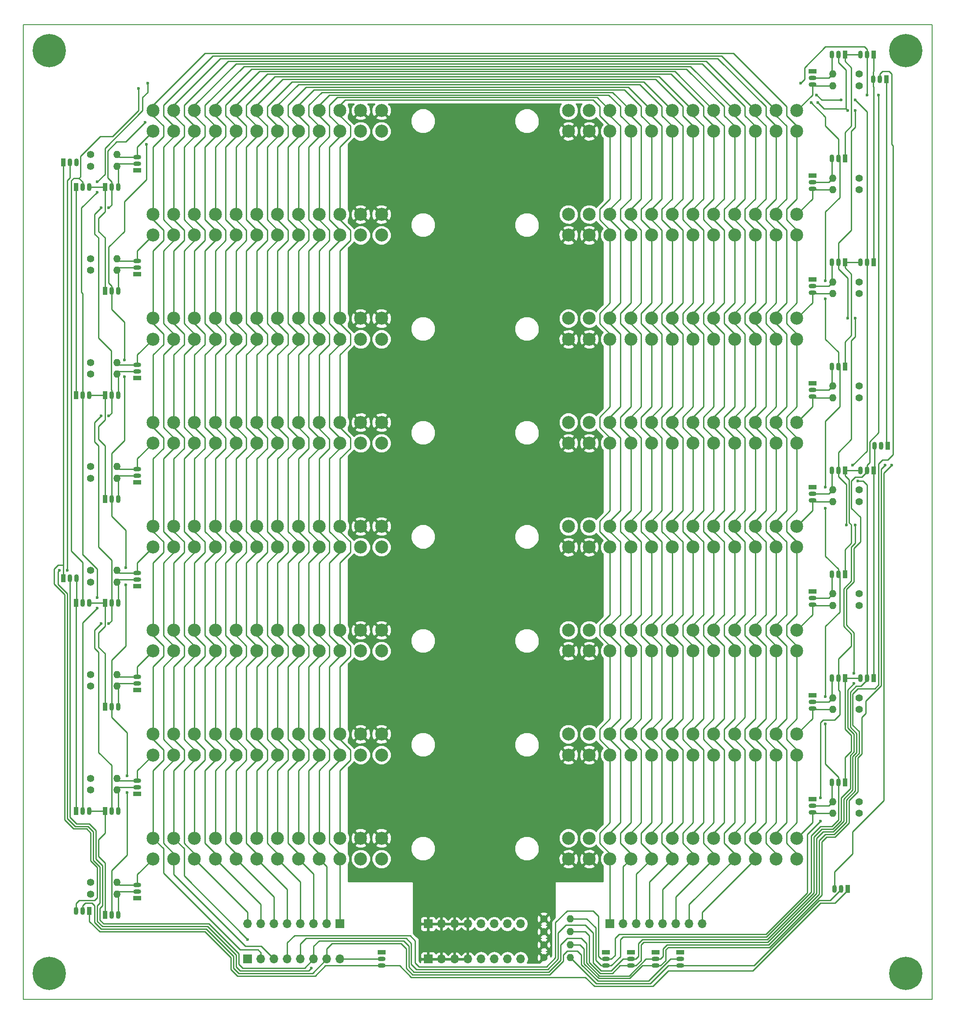
<source format=gbr>
G04 #@! TF.FileFunction,Copper,L1,Top,Signal*
%FSLAX46Y46*%
G04 Gerber Fmt 4.6, Leading zero omitted, Abs format (unit mm)*
G04 Created by KiCad (PCBNEW 4.0.7-e2-6376~61~ubuntu18.04.1) date Sun Jul 26 21:24:59 2020*
%MOMM*%
%LPD*%
G01*
G04 APERTURE LIST*
%ADD10C,0.150000*%
%ADD11R,1.700000X1.700000*%
%ADD12O,1.700000X1.700000*%
%ADD13C,2.500000*%
%ADD14O,1.500000X0.900000*%
%ADD15R,1.500000X0.900000*%
%ADD16O,0.900000X1.500000*%
%ADD17R,0.900000X1.500000*%
%ADD18C,1.400000*%
%ADD19O,1.400000X1.400000*%
%ADD20C,6.400000*%
%ADD21C,0.600000*%
%ADD22C,0.250000*%
%ADD23C,0.500000*%
%ADD24C,0.254000*%
G04 APERTURE END LIST*
D10*
X70000000Y-247500000D02*
X70000000Y-60000000D01*
X245000000Y-247500000D02*
X70000000Y-247500000D01*
X245000000Y-60000000D02*
X245000000Y-247500000D01*
X244750000Y-60000000D02*
X245000000Y-60000000D01*
X70000000Y-60000000D02*
X244750000Y-60000000D01*
D11*
X131000000Y-233000000D03*
D12*
X128460000Y-233000000D03*
X125920000Y-233000000D03*
X123380000Y-233000000D03*
X120840000Y-233000000D03*
X118300000Y-233000000D03*
X115760000Y-233000000D03*
X113220000Y-233000000D03*
D11*
X183000000Y-233000000D03*
D12*
X185540000Y-233000000D03*
X188080000Y-233000000D03*
X190620000Y-233000000D03*
X193160000Y-233000000D03*
X195700000Y-233000000D03*
X198240000Y-233000000D03*
X200780000Y-233000000D03*
D11*
X113250000Y-239750000D03*
D12*
X115790000Y-239750000D03*
X118330000Y-239750000D03*
X120870000Y-239750000D03*
X123410000Y-239750000D03*
X125950000Y-239750000D03*
X128490000Y-239750000D03*
X131030000Y-239750000D03*
D11*
X148000000Y-233000000D03*
D12*
X150540000Y-233000000D03*
X153080000Y-233000000D03*
X155620000Y-233000000D03*
X158160000Y-233000000D03*
X160700000Y-233000000D03*
X163240000Y-233000000D03*
X165780000Y-233000000D03*
D13*
X175000000Y-220500000D03*
X179000000Y-220500000D03*
X183000000Y-220500000D03*
X187000000Y-220500000D03*
X191000000Y-220500000D03*
X195000000Y-220500000D03*
X199000000Y-220500000D03*
X203000000Y-220500000D03*
X207000000Y-220500000D03*
X211000000Y-220500000D03*
X215000000Y-220500000D03*
X219000000Y-220500000D03*
X175000000Y-216500000D03*
X179000000Y-216500000D03*
X183000000Y-216500000D03*
X187000000Y-216500000D03*
X191000000Y-216500000D03*
X195000000Y-216500000D03*
X199000000Y-216500000D03*
X203000000Y-216500000D03*
X207000000Y-216500000D03*
X211000000Y-216500000D03*
X215000000Y-216500000D03*
X219000000Y-216500000D03*
X175000000Y-200500000D03*
X179000000Y-200500000D03*
X183000000Y-200500000D03*
X187000000Y-200500000D03*
X191000000Y-200500000D03*
X195000000Y-200500000D03*
X199000000Y-200500000D03*
X203000000Y-200500000D03*
X207000000Y-200500000D03*
X211000000Y-200500000D03*
X215000000Y-200500000D03*
X219000000Y-200500000D03*
X175000000Y-196500000D03*
X179000000Y-196500000D03*
X183000000Y-196500000D03*
X187000000Y-196500000D03*
X191000000Y-196500000D03*
X195000000Y-196500000D03*
X199000000Y-196500000D03*
X203000000Y-196500000D03*
X207000000Y-196500000D03*
X211000000Y-196500000D03*
X215000000Y-196500000D03*
X219000000Y-196500000D03*
X175000000Y-180500000D03*
X179000000Y-180500000D03*
X183000000Y-180500000D03*
X187000000Y-180500000D03*
X191000000Y-180500000D03*
X195000000Y-180500000D03*
X199000000Y-180500000D03*
X203000000Y-180500000D03*
X207000000Y-180500000D03*
X211000000Y-180500000D03*
X215000000Y-180500000D03*
X219000000Y-180500000D03*
X175000000Y-176500000D03*
X179000000Y-176500000D03*
X183000000Y-176500000D03*
X187000000Y-176500000D03*
X191000000Y-176500000D03*
X195000000Y-176500000D03*
X199000000Y-176500000D03*
X203000000Y-176500000D03*
X207000000Y-176500000D03*
X211000000Y-176500000D03*
X215000000Y-176500000D03*
X219000000Y-176500000D03*
X175000000Y-160500000D03*
X179000000Y-160500000D03*
X183000000Y-160500000D03*
X187000000Y-160500000D03*
X191000000Y-160500000D03*
X195000000Y-160500000D03*
X199000000Y-160500000D03*
X203000000Y-160500000D03*
X207000000Y-160500000D03*
X211000000Y-160500000D03*
X215000000Y-160500000D03*
X219000000Y-160500000D03*
X175000000Y-156500000D03*
X179000000Y-156500000D03*
X183000000Y-156500000D03*
X187000000Y-156500000D03*
X191000000Y-156500000D03*
X195000000Y-156500000D03*
X199000000Y-156500000D03*
X203000000Y-156500000D03*
X207000000Y-156500000D03*
X211000000Y-156500000D03*
X215000000Y-156500000D03*
X219000000Y-156500000D03*
X175000000Y-140500000D03*
X179000000Y-140500000D03*
X183000000Y-140500000D03*
X187000000Y-140500000D03*
X191000000Y-140500000D03*
X195000000Y-140500000D03*
X199000000Y-140500000D03*
X203000000Y-140500000D03*
X207000000Y-140500000D03*
X211000000Y-140500000D03*
X215000000Y-140500000D03*
X219000000Y-140500000D03*
X175000000Y-136500000D03*
X179000000Y-136500000D03*
X183000000Y-136500000D03*
X187000000Y-136500000D03*
X191000000Y-136500000D03*
X195000000Y-136500000D03*
X199000000Y-136500000D03*
X203000000Y-136500000D03*
X207000000Y-136500000D03*
X211000000Y-136500000D03*
X215000000Y-136500000D03*
X219000000Y-136500000D03*
X175000000Y-120500000D03*
X179000000Y-120500000D03*
X183000000Y-120500000D03*
X187000000Y-120500000D03*
X191000000Y-120500000D03*
X195000000Y-120500000D03*
X199000000Y-120500000D03*
X203000000Y-120500000D03*
X207000000Y-120500000D03*
X211000000Y-120500000D03*
X215000000Y-120500000D03*
X219000000Y-120500000D03*
X175000000Y-116500000D03*
X179000000Y-116500000D03*
X183000000Y-116500000D03*
X187000000Y-116500000D03*
X191000000Y-116500000D03*
X195000000Y-116500000D03*
X199000000Y-116500000D03*
X203000000Y-116500000D03*
X207000000Y-116500000D03*
X211000000Y-116500000D03*
X215000000Y-116500000D03*
X219000000Y-116500000D03*
X175000000Y-100500000D03*
X179000000Y-100500000D03*
X183000000Y-100500000D03*
X187000000Y-100500000D03*
X191000000Y-100500000D03*
X195000000Y-100500000D03*
X199000000Y-100500000D03*
X203000000Y-100500000D03*
X207000000Y-100500000D03*
X211000000Y-100500000D03*
X215000000Y-100500000D03*
X219000000Y-100500000D03*
X175000000Y-96500000D03*
X179000000Y-96500000D03*
X183000000Y-96500000D03*
X187000000Y-96500000D03*
X191000000Y-96500000D03*
X195000000Y-96500000D03*
X199000000Y-96500000D03*
X203000000Y-96500000D03*
X207000000Y-96500000D03*
X211000000Y-96500000D03*
X215000000Y-96500000D03*
X219000000Y-96500000D03*
X175000000Y-80500000D03*
X179000000Y-80500000D03*
X183000000Y-80500000D03*
X187000000Y-80500000D03*
X191000000Y-80500000D03*
X195000000Y-80500000D03*
X199000000Y-80500000D03*
X203000000Y-80500000D03*
X207000000Y-80500000D03*
X211000000Y-80500000D03*
X215000000Y-80500000D03*
X219000000Y-80500000D03*
X175000000Y-76500000D03*
X179000000Y-76500000D03*
X183000000Y-76500000D03*
X187000000Y-76500000D03*
X191000000Y-76500000D03*
X195000000Y-76500000D03*
X199000000Y-76500000D03*
X203000000Y-76500000D03*
X207000000Y-76500000D03*
X211000000Y-76500000D03*
X215000000Y-76500000D03*
X219000000Y-76500000D03*
X139000000Y-76500000D03*
X135000000Y-76500000D03*
X131000000Y-76500000D03*
X127000000Y-76500000D03*
X123000000Y-76500000D03*
X119000000Y-76500000D03*
X115000000Y-76500000D03*
X111000000Y-76500000D03*
X107000000Y-76500000D03*
X103000000Y-76500000D03*
X99000000Y-76500000D03*
X95000000Y-76500000D03*
X139000000Y-80500000D03*
X135000000Y-80500000D03*
X131000000Y-80500000D03*
X127000000Y-80500000D03*
X123000000Y-80500000D03*
X119000000Y-80500000D03*
X115000000Y-80500000D03*
X111000000Y-80500000D03*
X107000000Y-80500000D03*
X103000000Y-80500000D03*
X99000000Y-80500000D03*
X95000000Y-80500000D03*
X139000000Y-96500000D03*
X135000000Y-96500000D03*
X131000000Y-96500000D03*
X127000000Y-96500000D03*
X123000000Y-96500000D03*
X119000000Y-96500000D03*
X115000000Y-96500000D03*
X111000000Y-96500000D03*
X107000000Y-96500000D03*
X103000000Y-96500000D03*
X99000000Y-96500000D03*
X95000000Y-96500000D03*
X139000000Y-100500000D03*
X135000000Y-100500000D03*
X131000000Y-100500000D03*
X127000000Y-100500000D03*
X123000000Y-100500000D03*
X119000000Y-100500000D03*
X115000000Y-100500000D03*
X111000000Y-100500000D03*
X107000000Y-100500000D03*
X103000000Y-100500000D03*
X99000000Y-100500000D03*
X95000000Y-100500000D03*
X139000000Y-116500000D03*
X135000000Y-116500000D03*
X131000000Y-116500000D03*
X127000000Y-116500000D03*
X123000000Y-116500000D03*
X119000000Y-116500000D03*
X115000000Y-116500000D03*
X111000000Y-116500000D03*
X107000000Y-116500000D03*
X103000000Y-116500000D03*
X99000000Y-116500000D03*
X95000000Y-116500000D03*
X139000000Y-120500000D03*
X135000000Y-120500000D03*
X131000000Y-120500000D03*
X127000000Y-120500000D03*
X123000000Y-120500000D03*
X119000000Y-120500000D03*
X115000000Y-120500000D03*
X111000000Y-120500000D03*
X107000000Y-120500000D03*
X103000000Y-120500000D03*
X99000000Y-120500000D03*
X95000000Y-120500000D03*
X139000000Y-136500000D03*
X135000000Y-136500000D03*
X131000000Y-136500000D03*
X127000000Y-136500000D03*
X123000000Y-136500000D03*
X119000000Y-136500000D03*
X115000000Y-136500000D03*
X111000000Y-136500000D03*
X107000000Y-136500000D03*
X103000000Y-136500000D03*
X99000000Y-136500000D03*
X95000000Y-136500000D03*
X139000000Y-140500000D03*
X135000000Y-140500000D03*
X131000000Y-140500000D03*
X127000000Y-140500000D03*
X123000000Y-140500000D03*
X119000000Y-140500000D03*
X115000000Y-140500000D03*
X111000000Y-140500000D03*
X107000000Y-140500000D03*
X103000000Y-140500000D03*
X99000000Y-140500000D03*
X95000000Y-140500000D03*
X139000000Y-156500000D03*
X135000000Y-156500000D03*
X131000000Y-156500000D03*
X127000000Y-156500000D03*
X123000000Y-156500000D03*
X119000000Y-156500000D03*
X115000000Y-156500000D03*
X111000000Y-156500000D03*
X107000000Y-156500000D03*
X103000000Y-156500000D03*
X99000000Y-156500000D03*
X95000000Y-156500000D03*
X139000000Y-160500000D03*
X135000000Y-160500000D03*
X131000000Y-160500000D03*
X127000000Y-160500000D03*
X123000000Y-160500000D03*
X119000000Y-160500000D03*
X115000000Y-160500000D03*
X111000000Y-160500000D03*
X107000000Y-160500000D03*
X103000000Y-160500000D03*
X99000000Y-160500000D03*
X95000000Y-160500000D03*
X139000000Y-176500000D03*
X135000000Y-176500000D03*
X131000000Y-176500000D03*
X127000000Y-176500000D03*
X123000000Y-176500000D03*
X119000000Y-176500000D03*
X115000000Y-176500000D03*
X111000000Y-176500000D03*
X107000000Y-176500000D03*
X103000000Y-176500000D03*
X99000000Y-176500000D03*
X95000000Y-176500000D03*
X139000000Y-180500000D03*
X135000000Y-180500000D03*
X131000000Y-180500000D03*
X127000000Y-180500000D03*
X123000000Y-180500000D03*
X119000000Y-180500000D03*
X115000000Y-180500000D03*
X111000000Y-180500000D03*
X107000000Y-180500000D03*
X103000000Y-180500000D03*
X99000000Y-180500000D03*
X95000000Y-180500000D03*
X139000000Y-196500000D03*
X135000000Y-196500000D03*
X131000000Y-196500000D03*
X127000000Y-196500000D03*
X123000000Y-196500000D03*
X119000000Y-196500000D03*
X115000000Y-196500000D03*
X111000000Y-196500000D03*
X107000000Y-196500000D03*
X103000000Y-196500000D03*
X99000000Y-196500000D03*
X95000000Y-196500000D03*
X139000000Y-200500000D03*
X135000000Y-200500000D03*
X131000000Y-200500000D03*
X127000000Y-200500000D03*
X123000000Y-200500000D03*
X119000000Y-200500000D03*
X115000000Y-200500000D03*
X111000000Y-200500000D03*
X107000000Y-200500000D03*
X103000000Y-200500000D03*
X99000000Y-200500000D03*
X95000000Y-200500000D03*
X139000000Y-216500000D03*
X135000000Y-216500000D03*
X131000000Y-216500000D03*
X127000000Y-216500000D03*
X123000000Y-216500000D03*
X119000000Y-216500000D03*
X115000000Y-216500000D03*
X111000000Y-216500000D03*
X107000000Y-216500000D03*
X103000000Y-216500000D03*
X99000000Y-216500000D03*
X95000000Y-216500000D03*
X139000000Y-220500000D03*
X135000000Y-220500000D03*
X131000000Y-220500000D03*
X127000000Y-220500000D03*
X123000000Y-220500000D03*
X119000000Y-220500000D03*
X115000000Y-220500000D03*
X111000000Y-220500000D03*
X107000000Y-220500000D03*
X103000000Y-220500000D03*
X99000000Y-220500000D03*
X95000000Y-220500000D03*
D14*
X182250000Y-239770000D03*
X182250000Y-241040000D03*
D15*
X182250000Y-238500000D03*
D14*
X187000000Y-239770000D03*
X187000000Y-241040000D03*
D15*
X187000000Y-238500000D03*
D14*
X191750000Y-239770000D03*
X191750000Y-241040000D03*
D15*
X191750000Y-238500000D03*
D14*
X196500000Y-239770000D03*
X196500000Y-241040000D03*
D15*
X196500000Y-238500000D03*
D16*
X235230000Y-141000000D03*
X233960000Y-141000000D03*
D17*
X236500000Y-141000000D03*
D16*
X227480000Y-226250000D03*
X226210000Y-226250000D03*
D17*
X228750000Y-226250000D03*
D14*
X139000000Y-239770000D03*
X139000000Y-241040000D03*
D15*
X139000000Y-238500000D03*
D16*
X234980000Y-70500000D03*
X233710000Y-70500000D03*
D17*
X236250000Y-70500000D03*
D16*
X79020000Y-86500000D03*
X80290000Y-86500000D03*
D17*
X77750000Y-86500000D03*
D16*
X81480000Y-230500000D03*
X80210000Y-230500000D03*
D17*
X82750000Y-230500000D03*
D16*
X79020000Y-166500000D03*
X80290000Y-166500000D03*
D17*
X77750000Y-166500000D03*
D16*
X227020000Y-205750000D03*
X225750000Y-205750000D03*
D17*
X228290000Y-205750000D03*
D14*
X222000000Y-210270000D03*
X222000000Y-211540000D03*
D15*
X222000000Y-209000000D03*
D16*
X232520000Y-185750000D03*
X231250000Y-185750000D03*
D17*
X233790000Y-185750000D03*
D16*
X226980000Y-185750000D03*
X225710000Y-185750000D03*
D17*
X228250000Y-185750000D03*
D14*
X222000000Y-190270000D03*
X222000000Y-191540000D03*
D15*
X222000000Y-189000000D03*
D16*
X227020000Y-165750000D03*
X225750000Y-165750000D03*
D17*
X228290000Y-165750000D03*
D16*
X226980000Y-125750000D03*
X225710000Y-125750000D03*
D17*
X228250000Y-125750000D03*
D14*
X222000000Y-130270000D03*
X222000000Y-131540000D03*
D15*
X222000000Y-129000000D03*
D16*
X232480000Y-105750000D03*
X231210000Y-105750000D03*
D17*
X233750000Y-105750000D03*
D16*
X226980000Y-105750000D03*
X225710000Y-105750000D03*
D17*
X228250000Y-105750000D03*
D14*
X222000000Y-110270000D03*
X222000000Y-111540000D03*
D15*
X222000000Y-109000000D03*
D16*
X226980000Y-85750000D03*
X225710000Y-85750000D03*
D17*
X228250000Y-85750000D03*
D16*
X87020000Y-91250000D03*
X88290000Y-91250000D03*
D17*
X85750000Y-91250000D03*
D14*
X92000000Y-86730000D03*
X92000000Y-85460000D03*
D15*
X92000000Y-88000000D03*
D16*
X81480000Y-91250000D03*
X82750000Y-91250000D03*
D17*
X80210000Y-91250000D03*
D16*
X87020000Y-111250000D03*
X88290000Y-111250000D03*
D17*
X85750000Y-111250000D03*
D14*
X92000000Y-106730000D03*
X92000000Y-105460000D03*
D15*
X92000000Y-108000000D03*
D16*
X87020000Y-131250000D03*
X88290000Y-131250000D03*
D17*
X85750000Y-131250000D03*
D16*
X87020000Y-171250000D03*
X88290000Y-171250000D03*
D17*
X85750000Y-171250000D03*
D14*
X92000000Y-166770000D03*
X92000000Y-165500000D03*
D15*
X92000000Y-168040000D03*
D16*
X81480000Y-171250000D03*
X82750000Y-171250000D03*
D17*
X80210000Y-171250000D03*
D16*
X87020000Y-191250000D03*
X88290000Y-191250000D03*
D17*
X85750000Y-191250000D03*
D14*
X92000000Y-186730000D03*
X92000000Y-185460000D03*
D15*
X92000000Y-188000000D03*
D16*
X87020000Y-211250000D03*
X88290000Y-211250000D03*
D17*
X85750000Y-211250000D03*
D18*
X170250000Y-232000000D03*
D19*
X175330000Y-232000000D03*
D18*
X170250000Y-234500000D03*
D19*
X175330000Y-234500000D03*
D18*
X170250000Y-237000000D03*
D19*
X175330000Y-237000000D03*
D18*
X170250000Y-239500000D03*
D19*
X175330000Y-239500000D03*
D18*
X231000000Y-209500000D03*
D19*
X225920000Y-209500000D03*
D18*
X231000000Y-211750000D03*
D19*
X225920000Y-211750000D03*
D18*
X231000000Y-189500000D03*
D19*
X225920000Y-189500000D03*
D18*
X231000000Y-191750000D03*
D19*
X225920000Y-191750000D03*
D18*
X231000000Y-129500000D03*
D19*
X225920000Y-129500000D03*
D18*
X231000000Y-131750000D03*
D19*
X225920000Y-131750000D03*
D18*
X231000000Y-109500000D03*
D19*
X225920000Y-109500000D03*
D18*
X231000000Y-111750000D03*
D19*
X225920000Y-111750000D03*
D18*
X83000000Y-87250000D03*
D19*
X88080000Y-87250000D03*
D18*
X83000000Y-85000000D03*
D19*
X88080000Y-85000000D03*
D18*
X83000000Y-107250000D03*
D19*
X88080000Y-107250000D03*
D18*
X83000000Y-105000000D03*
D19*
X88080000Y-105000000D03*
D18*
X83000000Y-167250000D03*
D19*
X88080000Y-167250000D03*
D18*
X83000000Y-165000000D03*
D19*
X88080000Y-165000000D03*
D18*
X83000000Y-187250000D03*
D19*
X88080000Y-187250000D03*
D18*
X83000000Y-185000000D03*
D19*
X88080000Y-185000000D03*
D14*
X222000000Y-170270000D03*
X222000000Y-171540000D03*
D15*
X222000000Y-169000000D03*
D16*
X232480000Y-145750000D03*
X231210000Y-145750000D03*
D17*
X233750000Y-145750000D03*
D16*
X226980000Y-145750000D03*
X225710000Y-145750000D03*
D17*
X228250000Y-145750000D03*
D14*
X222000000Y-150270000D03*
X222000000Y-151540000D03*
D15*
X222000000Y-149000000D03*
D14*
X222000000Y-90270000D03*
X222000000Y-91540000D03*
D15*
X222000000Y-89000000D03*
D16*
X232480000Y-65750000D03*
X231210000Y-65750000D03*
D17*
X233750000Y-65750000D03*
D16*
X226980000Y-65750000D03*
X225710000Y-65750000D03*
D17*
X228250000Y-65750000D03*
D14*
X222000000Y-70270000D03*
X222000000Y-71540000D03*
D15*
X222000000Y-69000000D03*
D14*
X92000000Y-126730000D03*
X92000000Y-125460000D03*
D15*
X92000000Y-128000000D03*
D16*
X81480000Y-131250000D03*
X82750000Y-131250000D03*
D17*
X80210000Y-131250000D03*
D16*
X87020000Y-151250000D03*
X88290000Y-151250000D03*
D17*
X85750000Y-151250000D03*
D14*
X92000000Y-146770000D03*
X92000000Y-145500000D03*
D15*
X92000000Y-148040000D03*
D14*
X92000000Y-206730000D03*
X92000000Y-205460000D03*
D15*
X92000000Y-208000000D03*
D16*
X81480000Y-211250000D03*
X82750000Y-211250000D03*
D17*
X80210000Y-211250000D03*
D16*
X87020000Y-231250000D03*
X88290000Y-231250000D03*
D17*
X85750000Y-231250000D03*
D14*
X92000000Y-226770000D03*
X92000000Y-225500000D03*
D15*
X92000000Y-228040000D03*
D18*
X231000000Y-169500000D03*
D19*
X225920000Y-169500000D03*
D18*
X231000000Y-171750000D03*
D19*
X225920000Y-171750000D03*
D18*
X231000000Y-149500000D03*
D19*
X225920000Y-149500000D03*
D18*
X231000000Y-151750000D03*
D19*
X225920000Y-151750000D03*
D18*
X231000000Y-89500000D03*
D19*
X225920000Y-89500000D03*
D18*
X231000000Y-91750000D03*
D19*
X225920000Y-91750000D03*
D18*
X231000000Y-69500000D03*
D19*
X225920000Y-69500000D03*
D18*
X231000000Y-71750000D03*
D19*
X225920000Y-71750000D03*
D18*
X83000000Y-127250000D03*
D19*
X88080000Y-127250000D03*
D18*
X83000000Y-125000000D03*
D19*
X88080000Y-125000000D03*
D18*
X83000000Y-147250000D03*
D19*
X88080000Y-147250000D03*
D18*
X83000000Y-145000000D03*
D19*
X88080000Y-145000000D03*
D18*
X83000000Y-207250000D03*
D19*
X88080000Y-207250000D03*
D18*
X83000000Y-205000000D03*
D19*
X88080000Y-205000000D03*
D18*
X83000000Y-227250000D03*
D19*
X88080000Y-227250000D03*
D18*
X83000000Y-225000000D03*
D19*
X88080000Y-225000000D03*
D11*
X148010000Y-239750000D03*
D12*
X150550000Y-239750000D03*
X153090000Y-239750000D03*
X155630000Y-239750000D03*
X158170000Y-239750000D03*
X160710000Y-239750000D03*
X163250000Y-239750000D03*
X165790000Y-239750000D03*
D20*
X75000000Y-65000000D03*
X240000000Y-65000000D03*
X75000000Y-242500000D03*
X240000000Y-242500000D03*
D21*
X113250000Y-236000000D03*
X223000000Y-75000000D03*
X93750000Y-83000000D03*
X223500000Y-208750000D03*
X223500000Y-213250000D03*
X89500000Y-124500000D03*
X89500000Y-127750000D03*
X89750000Y-164500000D03*
X89750000Y-167750000D03*
X90000000Y-204500000D03*
X90000000Y-207750000D03*
X228750000Y-76500000D03*
X230250000Y-76500000D03*
X228750000Y-116500000D03*
X230250000Y-116500000D03*
X228500000Y-156250000D03*
X230250000Y-156250000D03*
X84250000Y-92250000D03*
X84250000Y-90250000D03*
X94000000Y-71250000D03*
X219750000Y-71250000D03*
X230000000Y-186750000D03*
X230000000Y-184750000D03*
X234750000Y-73500000D03*
X232500000Y-73500000D03*
X84250000Y-170250000D03*
X84250000Y-172250000D03*
X135000000Y-213500000D03*
X135000000Y-193500000D03*
X179000000Y-203250000D03*
X179000000Y-183250000D03*
X179000000Y-163250000D03*
X135000000Y-173750000D03*
X135000000Y-154000000D03*
X135000000Y-133500000D03*
X135000000Y-113250000D03*
X135000000Y-89500000D03*
X179000000Y-103000000D03*
X179000000Y-124000000D03*
X179000000Y-144250000D03*
X179000000Y-83250000D03*
X221750000Y-75000000D03*
X93500000Y-78750000D03*
X86500000Y-95250000D03*
X85000000Y-95250000D03*
X86500000Y-135250000D03*
X85000000Y-135250000D03*
X86500000Y-175250000D03*
X85000000Y-175250000D03*
X224500000Y-109250000D03*
X224500000Y-112750000D03*
X224500000Y-149000000D03*
X224500000Y-153000000D03*
X224500000Y-189250000D03*
X224500000Y-194500000D03*
X92250000Y-72250000D03*
X222750000Y-73500000D03*
X227500000Y-74500000D03*
X230250000Y-74500000D03*
X230750000Y-147750000D03*
X229750000Y-144750000D03*
X125500000Y-241500000D03*
X77000000Y-165000000D03*
X78500000Y-165000000D03*
X236000000Y-144750000D03*
X237250000Y-144750000D03*
D22*
X131000000Y-233000000D02*
X131000000Y-220500000D01*
X131000000Y-200500000D02*
X131000000Y-201500000D01*
X131000000Y-201500000D02*
X129000000Y-203500000D01*
X129000000Y-203500000D02*
X129000000Y-217500000D01*
X129000000Y-217500000D02*
X131000000Y-219500000D01*
X131000000Y-219500000D02*
X131000000Y-220500000D01*
X131000000Y-180500000D02*
X131000000Y-181500000D01*
X131000000Y-181500000D02*
X129000000Y-183500000D01*
X129000000Y-183500000D02*
X129000000Y-197500000D01*
X129000000Y-197500000D02*
X131000000Y-199500000D01*
X131000000Y-199500000D02*
X131000000Y-200500000D01*
X131000000Y-160500000D02*
X131000000Y-161500000D01*
X131000000Y-161500000D02*
X129000000Y-163500000D01*
X129000000Y-177500000D02*
X131000000Y-179500000D01*
X129000000Y-163500000D02*
X129000000Y-177500000D01*
X131000000Y-179500000D02*
X131000000Y-180500000D01*
X131000000Y-140500000D02*
X131000000Y-141500000D01*
X131000000Y-141500000D02*
X129000000Y-143500000D01*
X129000000Y-143500000D02*
X129000000Y-157500000D01*
X129000000Y-157500000D02*
X131000000Y-159500000D01*
X131000000Y-159500000D02*
X131000000Y-160500000D01*
X131000000Y-120500000D02*
X131000000Y-121500000D01*
X131000000Y-121500000D02*
X129000000Y-123500000D01*
X129000000Y-123500000D02*
X129000000Y-137500000D01*
X129000000Y-137500000D02*
X131000000Y-139500000D01*
X131000000Y-139500000D02*
X131000000Y-140500000D01*
X131000000Y-100500000D02*
X131000000Y-101500000D01*
X131000000Y-101500000D02*
X129000000Y-103500000D01*
X129000000Y-103500000D02*
X129000000Y-117500000D01*
X129000000Y-117500000D02*
X131000000Y-119500000D01*
X131000000Y-119500000D02*
X131000000Y-120500000D01*
X131000000Y-99500000D02*
X129000000Y-97500000D01*
X131000000Y-100500000D02*
X131000000Y-99500000D01*
X129000000Y-83500000D02*
X129000000Y-97500000D01*
X131000000Y-81500000D02*
X129000000Y-83500000D01*
X131000000Y-80500000D02*
X131000000Y-81500000D01*
X183000000Y-76500000D02*
X180500000Y-74000000D01*
X129000000Y-75500000D02*
X129000000Y-77500000D01*
X180500000Y-74000000D02*
X130500000Y-74000000D01*
X131000000Y-79500000D02*
X131000000Y-80500000D01*
X130500000Y-74000000D02*
X129000000Y-75500000D01*
X129000000Y-77500000D02*
X131000000Y-79500000D01*
X183000000Y-96500000D02*
X183000000Y-95500000D01*
X183000000Y-95500000D02*
X185000000Y-93500000D01*
X185000000Y-93500000D02*
X185000000Y-79500000D01*
X185000000Y-79500000D02*
X183000000Y-77500000D01*
X183000000Y-77500000D02*
X183000000Y-76500000D01*
X183000000Y-116500000D02*
X183000000Y-115500000D01*
X185000000Y-113500000D02*
X185000000Y-99500000D01*
X183000000Y-115500000D02*
X185000000Y-113500000D01*
X185000000Y-99500000D02*
X183000000Y-97500000D01*
X183000000Y-97500000D02*
X183000000Y-96500000D01*
X183000000Y-136500000D02*
X183000000Y-135500000D01*
X183000000Y-135500000D02*
X185000000Y-133500000D01*
X185000000Y-133500000D02*
X185000000Y-119500000D01*
X185000000Y-119500000D02*
X183000000Y-117500000D01*
X183000000Y-117500000D02*
X183000000Y-116500000D01*
X185000000Y-139500000D02*
X183000000Y-137500000D01*
X183000000Y-137500000D02*
X183000000Y-136500000D01*
X185000000Y-153500000D02*
X185000000Y-139500000D01*
X183000000Y-155500000D02*
X185000000Y-153500000D01*
X183000000Y-156500000D02*
X183000000Y-155500000D01*
X183000000Y-176500000D02*
X183000000Y-175500000D01*
X183000000Y-175500000D02*
X185000000Y-173500000D01*
X185000000Y-173500000D02*
X185000000Y-159500000D01*
X185000000Y-159500000D02*
X183000000Y-157500000D01*
X183000000Y-157500000D02*
X183000000Y-156500000D01*
X183000000Y-196500000D02*
X183000000Y-195500000D01*
X183000000Y-195500000D02*
X185000000Y-193500000D01*
X185000000Y-193500000D02*
X185000000Y-179500000D01*
X185000000Y-179500000D02*
X183000000Y-177500000D01*
X183000000Y-177500000D02*
X183000000Y-176500000D01*
X183000000Y-216500000D02*
X183000000Y-215500000D01*
X183000000Y-215500000D02*
X185000000Y-213500000D01*
X185000000Y-213500000D02*
X185000000Y-199500000D01*
X185000000Y-199500000D02*
X183000000Y-197500000D01*
X183000000Y-197500000D02*
X183000000Y-196500000D01*
X183000000Y-216500000D02*
X183000000Y-217500000D01*
X128460000Y-233000000D02*
X128460000Y-221960000D01*
X128460000Y-221960000D02*
X127000000Y-220500000D01*
X127000000Y-200500000D02*
X127000000Y-201500000D01*
X127000000Y-201500000D02*
X125000000Y-203500000D01*
X127000000Y-219500000D02*
X127000000Y-220500000D01*
X125000000Y-203500000D02*
X125000000Y-217500000D01*
X125000000Y-217500000D02*
X127000000Y-219500000D01*
X127000000Y-180500000D02*
X127000000Y-181500000D01*
X127000000Y-181500000D02*
X125000000Y-183500000D01*
X125000000Y-197500000D02*
X127000000Y-199500000D01*
X125000000Y-183500000D02*
X125000000Y-197500000D01*
X127000000Y-199500000D02*
X127000000Y-200500000D01*
X127000000Y-160500000D02*
X127000000Y-161500000D01*
X127000000Y-161500000D02*
X125000000Y-163500000D01*
X127000000Y-179500000D02*
X127000000Y-180500000D01*
X125000000Y-163500000D02*
X125000000Y-177500000D01*
X125000000Y-177500000D02*
X127000000Y-179500000D01*
X127000000Y-140500000D02*
X127000000Y-141500000D01*
X127000000Y-141500000D02*
X125000000Y-143500000D01*
X125000000Y-143500000D02*
X125000000Y-157500000D01*
X125000000Y-157500000D02*
X127000000Y-159500000D01*
X127000000Y-159500000D02*
X127000000Y-160500000D01*
X127000000Y-120500000D02*
X127000000Y-121500000D01*
X127000000Y-139500000D02*
X127000000Y-140500000D01*
X127000000Y-121500000D02*
X125000000Y-123500000D01*
X125000000Y-123500000D02*
X125000000Y-137500000D01*
X125000000Y-137500000D02*
X127000000Y-139500000D01*
X127000000Y-100500000D02*
X127000000Y-101500000D01*
X127000000Y-101500000D02*
X125000000Y-103500000D01*
X125000000Y-103500000D02*
X125000000Y-117500000D01*
X125000000Y-117500000D02*
X127000000Y-119500000D01*
X127000000Y-119500000D02*
X127000000Y-120500000D01*
X127000000Y-80500000D02*
X127000000Y-81500000D01*
X127000000Y-81500000D02*
X125000000Y-83500000D01*
X125000000Y-83500000D02*
X125000000Y-97500000D01*
X125000000Y-97500000D02*
X127000000Y-99500000D01*
X127000000Y-99500000D02*
X127000000Y-100500000D01*
X187000000Y-76500000D02*
X183500000Y-73000000D01*
X183500000Y-73000000D02*
X127500000Y-73000000D01*
X127500000Y-73000000D02*
X125000000Y-75500000D01*
X125000000Y-75500000D02*
X125000000Y-77500000D01*
X125000000Y-77500000D02*
X127000000Y-79500000D01*
X127000000Y-79500000D02*
X127000000Y-80500000D01*
X187000000Y-96500000D02*
X187000000Y-95500000D01*
X187000000Y-95500000D02*
X189000000Y-93500000D01*
X189000000Y-93500000D02*
X189000000Y-79500000D01*
X187000000Y-77500000D02*
X187000000Y-76500000D01*
X189000000Y-79500000D02*
X187000000Y-77500000D01*
X187000000Y-116500000D02*
X187000000Y-115500000D01*
X187000000Y-115500000D02*
X189000000Y-113500000D01*
X189000000Y-113500000D02*
X189000000Y-99500000D01*
X189000000Y-99500000D02*
X187000000Y-97500000D01*
X187000000Y-97500000D02*
X187000000Y-96500000D01*
X187000000Y-136500000D02*
X187000000Y-135500000D01*
X187000000Y-135500000D02*
X189000000Y-133500000D01*
X189000000Y-133500000D02*
X189000000Y-119500000D01*
X189000000Y-119500000D02*
X187000000Y-117500000D01*
X187000000Y-117500000D02*
X187000000Y-116500000D01*
X187000000Y-156500000D02*
X187000000Y-155500000D01*
X187000000Y-155500000D02*
X189000000Y-153500000D01*
X189000000Y-153500000D02*
X189000000Y-139500000D01*
X189000000Y-139500000D02*
X187000000Y-137500000D01*
X187000000Y-137500000D02*
X187000000Y-136500000D01*
X187000000Y-176500000D02*
X187000000Y-175500000D01*
X187000000Y-175500000D02*
X189000000Y-173500000D01*
X189000000Y-173500000D02*
X189000000Y-159500000D01*
X189000000Y-159500000D02*
X187000000Y-157500000D01*
X187000000Y-157500000D02*
X187000000Y-156500000D01*
X187000000Y-196500000D02*
X187000000Y-195500000D01*
X187000000Y-195500000D02*
X189000000Y-193500000D01*
X189000000Y-193500000D02*
X189000000Y-179500000D01*
X189000000Y-179500000D02*
X187000000Y-177500000D01*
X187000000Y-177500000D02*
X187000000Y-176500000D01*
X187000000Y-216500000D02*
X187000000Y-215500000D01*
X187000000Y-215500000D02*
X189000000Y-213500000D01*
X189000000Y-213500000D02*
X189000000Y-199500000D01*
X189000000Y-199500000D02*
X187000000Y-197500000D01*
X187000000Y-197500000D02*
X187000000Y-196500000D01*
X125920000Y-233000000D02*
X125920000Y-223420000D01*
X125920000Y-223420000D02*
X123000000Y-220500000D01*
X123000000Y-200500000D02*
X123000000Y-201500000D01*
X121000000Y-203500000D02*
X121000000Y-217500000D01*
X123000000Y-201500000D02*
X121000000Y-203500000D01*
X121000000Y-217500000D02*
X123000000Y-219500000D01*
X123000000Y-219500000D02*
X123000000Y-220500000D01*
X123000000Y-180500000D02*
X123000000Y-181500000D01*
X123000000Y-181500000D02*
X121000000Y-183500000D01*
X121000000Y-183500000D02*
X121000000Y-197500000D01*
X121000000Y-197500000D02*
X123000000Y-199500000D01*
X123000000Y-199500000D02*
X123000000Y-200500000D01*
X123000000Y-180500000D02*
X123000000Y-179500000D01*
X123000000Y-179500000D02*
X121000000Y-177500000D01*
X121000000Y-177500000D02*
X121000000Y-163500000D01*
X121000000Y-163500000D02*
X123000000Y-161500000D01*
X123000000Y-161500000D02*
X123000000Y-160500000D01*
X123000000Y-140500000D02*
X123000000Y-141500000D01*
X123000000Y-141500000D02*
X121000000Y-143500000D01*
X121000000Y-143500000D02*
X121000000Y-157500000D01*
X121000000Y-157500000D02*
X123000000Y-159500000D01*
X123000000Y-159500000D02*
X123000000Y-160500000D01*
X123000000Y-120500000D02*
X123000000Y-121500000D01*
X123000000Y-121500000D02*
X121000000Y-123500000D01*
X121000000Y-123500000D02*
X121000000Y-137500000D01*
X121000000Y-137500000D02*
X123000000Y-139500000D01*
X123000000Y-139500000D02*
X123000000Y-140500000D01*
X123000000Y-100500000D02*
X123000000Y-101500000D01*
X123000000Y-101500000D02*
X121000000Y-103500000D01*
X121000000Y-103500000D02*
X121000000Y-117500000D01*
X121000000Y-117500000D02*
X123000000Y-119500000D01*
X123000000Y-119500000D02*
X123000000Y-120500000D01*
X123000000Y-80500000D02*
X123000000Y-81500000D01*
X123000000Y-81500000D02*
X121000000Y-83500000D01*
X121000000Y-83500000D02*
X121000000Y-97500000D01*
X121000000Y-97500000D02*
X123000000Y-99500000D01*
X123000000Y-99500000D02*
X123000000Y-100500000D01*
X191000000Y-76500000D02*
X186500000Y-72000000D01*
X186500000Y-72000000D02*
X124500000Y-72000000D01*
X124500000Y-72000000D02*
X121000000Y-75500000D01*
X121000000Y-75500000D02*
X121000000Y-77500000D01*
X121000000Y-77500000D02*
X123000000Y-79500000D01*
X123000000Y-79500000D02*
X123000000Y-80500000D01*
X191000000Y-96500000D02*
X191000000Y-95500000D01*
X191000000Y-95500000D02*
X193000000Y-93500000D01*
X193000000Y-93500000D02*
X193000000Y-79500000D01*
X193000000Y-79500000D02*
X191000000Y-77500000D01*
X191000000Y-77500000D02*
X191000000Y-76500000D01*
X191000000Y-116500000D02*
X191000000Y-115500000D01*
X191000000Y-115500000D02*
X193000000Y-113500000D01*
X193000000Y-113500000D02*
X193000000Y-99500000D01*
X193000000Y-99500000D02*
X191000000Y-97500000D01*
X191000000Y-97500000D02*
X191000000Y-96500000D01*
X191000000Y-136500000D02*
X191000000Y-135500000D01*
X191000000Y-135500000D02*
X193000000Y-133500000D01*
X193000000Y-133500000D02*
X193000000Y-119500000D01*
X193000000Y-119500000D02*
X191000000Y-117500000D01*
X191000000Y-117500000D02*
X191000000Y-116500000D01*
X191000000Y-156500000D02*
X191000000Y-155500000D01*
X191000000Y-155500000D02*
X193000000Y-153500000D01*
X193000000Y-153500000D02*
X193000000Y-139500000D01*
X193000000Y-139500000D02*
X191000000Y-137500000D01*
X191000000Y-137500000D02*
X191000000Y-136500000D01*
X191000000Y-176500000D02*
X191000000Y-175500000D01*
X191000000Y-175500000D02*
X193000000Y-173500000D01*
X191000000Y-157500000D02*
X191000000Y-156500000D01*
X193000000Y-173500000D02*
X193000000Y-159500000D01*
X193000000Y-159500000D02*
X191000000Y-157500000D01*
X191000000Y-196500000D02*
X191000000Y-195500000D01*
X191000000Y-195500000D02*
X193000000Y-193500000D01*
X193000000Y-179500000D02*
X191000000Y-177500000D01*
X193000000Y-193500000D02*
X193000000Y-179500000D01*
X191000000Y-177500000D02*
X191000000Y-176500000D01*
X191000000Y-216500000D02*
X191000000Y-215500000D01*
X191000000Y-215500000D02*
X193000000Y-213500000D01*
X193000000Y-213500000D02*
X193000000Y-199500000D01*
X193000000Y-199500000D02*
X191000000Y-197500000D01*
X191000000Y-197500000D02*
X191000000Y-196500000D01*
X123380000Y-233000000D02*
X123380000Y-224880000D01*
X123380000Y-224880000D02*
X119000000Y-220500000D01*
X119000000Y-200500000D02*
X119000000Y-201500000D01*
X119000000Y-201500000D02*
X117000000Y-203500000D01*
X117000000Y-203500000D02*
X117000000Y-217500000D01*
X117000000Y-217500000D02*
X119000000Y-219500000D01*
X119000000Y-219500000D02*
X119000000Y-220500000D01*
X119000000Y-180500000D02*
X119000000Y-181500000D01*
X119000000Y-181500000D02*
X117000000Y-183500000D01*
X117000000Y-197500000D02*
X119000000Y-199500000D01*
X117000000Y-183500000D02*
X117000000Y-197500000D01*
X119000000Y-199500000D02*
X119000000Y-200500000D01*
X119000000Y-160500000D02*
X119000000Y-161500000D01*
X119000000Y-161500000D02*
X117000000Y-163500000D01*
X117000000Y-163500000D02*
X117000000Y-177500000D01*
X117000000Y-177500000D02*
X119000000Y-179500000D01*
X119000000Y-179500000D02*
X119000000Y-180500000D01*
X119000000Y-140500000D02*
X119000000Y-141500000D01*
X117000000Y-143500000D02*
X117000000Y-157500000D01*
X117000000Y-157500000D02*
X119000000Y-159500000D01*
X119000000Y-141500000D02*
X117000000Y-143500000D01*
X119000000Y-159500000D02*
X119000000Y-160500000D01*
X119000000Y-120500000D02*
X119000000Y-121500000D01*
X119000000Y-121500000D02*
X117000000Y-123500000D01*
X117000000Y-123500000D02*
X117000000Y-137500000D01*
X117000000Y-137500000D02*
X119000000Y-139500000D01*
X119000000Y-139500000D02*
X119000000Y-140500000D01*
X119000000Y-100500000D02*
X119000000Y-101500000D01*
X119000000Y-101500000D02*
X117000000Y-103500000D01*
X117000000Y-103500000D02*
X117000000Y-117500000D01*
X117000000Y-117500000D02*
X119000000Y-119500000D01*
X119000000Y-119500000D02*
X119000000Y-120500000D01*
X119000000Y-80500000D02*
X119000000Y-81500000D01*
X119000000Y-81500000D02*
X117000000Y-83500000D01*
X117000000Y-83500000D02*
X117000000Y-97500000D01*
X117000000Y-97500000D02*
X119000000Y-99500000D01*
X119000000Y-99500000D02*
X119000000Y-100500000D01*
X195000000Y-76500000D02*
X189500000Y-71000000D01*
X117000000Y-75750000D02*
X117000000Y-77500000D01*
X117000000Y-77500000D02*
X119000000Y-79500000D01*
X189500000Y-71000000D02*
X121750000Y-71000000D01*
X121750000Y-71000000D02*
X117000000Y-75750000D01*
X119000000Y-79500000D02*
X119000000Y-80500000D01*
X195000000Y-96500000D02*
X195000000Y-95500000D01*
X195000000Y-95500000D02*
X197000000Y-93500000D01*
X197000000Y-93500000D02*
X197000000Y-79500000D01*
X195000000Y-77500000D02*
X195000000Y-76500000D01*
X197000000Y-79500000D02*
X195000000Y-77500000D01*
X195000000Y-116500000D02*
X195000000Y-115500000D01*
X195000000Y-115500000D02*
X197000000Y-113500000D01*
X197000000Y-113500000D02*
X197000000Y-99500000D01*
X197000000Y-99500000D02*
X195000000Y-97500000D01*
X195000000Y-97500000D02*
X195000000Y-96500000D01*
X195000000Y-136500000D02*
X195000000Y-135500000D01*
X195000000Y-135500000D02*
X197000000Y-133500000D01*
X197000000Y-133500000D02*
X197000000Y-119500000D01*
X197000000Y-119500000D02*
X195000000Y-117500000D01*
X195000000Y-117500000D02*
X195000000Y-116500000D01*
X195000000Y-156500000D02*
X195000000Y-155500000D01*
X195000000Y-137500000D02*
X195000000Y-136500000D01*
X195000000Y-155500000D02*
X197000000Y-153500000D01*
X197000000Y-153500000D02*
X197000000Y-139500000D01*
X197000000Y-139500000D02*
X195000000Y-137500000D01*
X195000000Y-176500000D02*
X195000000Y-175500000D01*
X195000000Y-175500000D02*
X197000000Y-173500000D01*
X197000000Y-173500000D02*
X197000000Y-159500000D01*
X197000000Y-159500000D02*
X195000000Y-157500000D01*
X195000000Y-157500000D02*
X195000000Y-156500000D01*
X195000000Y-196500000D02*
X195000000Y-195500000D01*
X195000000Y-195500000D02*
X197000000Y-193500000D01*
X197000000Y-193500000D02*
X197000000Y-179500000D01*
X197000000Y-179500000D02*
X195000000Y-177500000D01*
X195000000Y-177500000D02*
X195000000Y-176500000D01*
X195000000Y-216500000D02*
X195000000Y-215500000D01*
X195000000Y-215500000D02*
X197000000Y-213500000D01*
X197000000Y-213500000D02*
X197000000Y-199500000D01*
X197000000Y-199500000D02*
X195000000Y-197500000D01*
X195000000Y-197500000D02*
X195000000Y-196500000D01*
X120840000Y-233000000D02*
X120840000Y-226340000D01*
X120840000Y-226340000D02*
X115000000Y-220500000D01*
X115000000Y-200500000D02*
X115000000Y-201500000D01*
X115000000Y-201500000D02*
X113000000Y-203500000D01*
X113000000Y-203500000D02*
X113000000Y-217500000D01*
X115000000Y-219500000D02*
X115000000Y-220500000D01*
X113000000Y-217500000D02*
X115000000Y-219500000D01*
X115000000Y-180500000D02*
X115000000Y-181500000D01*
X115000000Y-181500000D02*
X113000000Y-183500000D01*
X113000000Y-183500000D02*
X113000000Y-197500000D01*
X113000000Y-197500000D02*
X115000000Y-199500000D01*
X115000000Y-199500000D02*
X115000000Y-200500000D01*
X115000000Y-160500000D02*
X115000000Y-161500000D01*
X115000000Y-161500000D02*
X113000000Y-163500000D01*
X113000000Y-163500000D02*
X113000000Y-177500000D01*
X113000000Y-177500000D02*
X115000000Y-179500000D01*
X115000000Y-179500000D02*
X115000000Y-180500000D01*
X115000000Y-140500000D02*
X115000000Y-141500000D01*
X115000000Y-141500000D02*
X113000000Y-143500000D01*
X113000000Y-143500000D02*
X113000000Y-157500000D01*
X113000000Y-157500000D02*
X115000000Y-159500000D01*
X115000000Y-159500000D02*
X115000000Y-160500000D01*
X115000000Y-120500000D02*
X115000000Y-121500000D01*
X115000000Y-121500000D02*
X113000000Y-123500000D01*
X113000000Y-123500000D02*
X113000000Y-137500000D01*
X113000000Y-137500000D02*
X115000000Y-139500000D01*
X115000000Y-139500000D02*
X115000000Y-140500000D01*
X115000000Y-100500000D02*
X115000000Y-101500000D01*
X115000000Y-101500000D02*
X113000000Y-103500000D01*
X113000000Y-103500000D02*
X113000000Y-117500000D01*
X113000000Y-117500000D02*
X115000000Y-119500000D01*
X115000000Y-119500000D02*
X115000000Y-120500000D01*
X115000000Y-80500000D02*
X115000000Y-81500000D01*
X115000000Y-81500000D02*
X113000000Y-83500000D01*
X113000000Y-83500000D02*
X113000000Y-97500000D01*
X113000000Y-97500000D02*
X115000000Y-99500000D01*
X115000000Y-99500000D02*
X115000000Y-100500000D01*
X115000000Y-79500000D02*
X113000000Y-77500000D01*
X115000000Y-80500000D02*
X115000000Y-79500000D01*
X113000000Y-75500000D02*
X113000000Y-77500000D01*
X118500000Y-70000000D02*
X113000000Y-75500000D01*
X192500000Y-70000000D02*
X118500000Y-70000000D01*
X199000000Y-76500000D02*
X192500000Y-70000000D01*
X199000000Y-96500000D02*
X199000000Y-95500000D01*
X199000000Y-95500000D02*
X201000000Y-93500000D01*
X201000000Y-93500000D02*
X201000000Y-79500000D01*
X201000000Y-79500000D02*
X199000000Y-77500000D01*
X199000000Y-77500000D02*
X199000000Y-76500000D01*
X199000000Y-116500000D02*
X199000000Y-115500000D01*
X199000000Y-115500000D02*
X201000000Y-113500000D01*
X201000000Y-113500000D02*
X201000000Y-99500000D01*
X201000000Y-99500000D02*
X199000000Y-97500000D01*
X199000000Y-97500000D02*
X199000000Y-96500000D01*
X199000000Y-136500000D02*
X199000000Y-135500000D01*
X199000000Y-135500000D02*
X201000000Y-133500000D01*
X201000000Y-133500000D02*
X201000000Y-119500000D01*
X201000000Y-119500000D02*
X199000000Y-117500000D01*
X199000000Y-117500000D02*
X199000000Y-116500000D01*
X199000000Y-156500000D02*
X199000000Y-155500000D01*
X199000000Y-155500000D02*
X201000000Y-153500000D01*
X201000000Y-153500000D02*
X201000000Y-139500000D01*
X201000000Y-139500000D02*
X199000000Y-137500000D01*
X199000000Y-137500000D02*
X199000000Y-136500000D01*
X199000000Y-176500000D02*
X199000000Y-175500000D01*
X199000000Y-157500000D02*
X199000000Y-156500000D01*
X199000000Y-175500000D02*
X201000000Y-173500000D01*
X201000000Y-173500000D02*
X201000000Y-159500000D01*
X201000000Y-159500000D02*
X199000000Y-157500000D01*
X199000000Y-177500000D02*
X201000000Y-179500000D01*
X199000000Y-176500000D02*
X199000000Y-177500000D01*
X201000000Y-193500000D02*
X201000000Y-179500000D01*
X199000000Y-195500000D02*
X201000000Y-193500000D01*
X199000000Y-196500000D02*
X199000000Y-195500000D01*
X199000000Y-216500000D02*
X199000000Y-215500000D01*
X201000000Y-199500000D02*
X199000000Y-197500000D01*
X199000000Y-215500000D02*
X201000000Y-213500000D01*
X201000000Y-213500000D02*
X201000000Y-199500000D01*
X199000000Y-197500000D02*
X199000000Y-196500000D01*
X118300000Y-233000000D02*
X118300000Y-227800000D01*
X118300000Y-227800000D02*
X111000000Y-220500000D01*
X111000000Y-200500000D02*
X111000000Y-201500000D01*
X111000000Y-201500000D02*
X109000000Y-203500000D01*
X109000000Y-203500000D02*
X109000000Y-217500000D01*
X109000000Y-217500000D02*
X111000000Y-219500000D01*
X111000000Y-219500000D02*
X111000000Y-220500000D01*
X111000000Y-180500000D02*
X111000000Y-181500000D01*
X111000000Y-181500000D02*
X109000000Y-183500000D01*
X109000000Y-183500000D02*
X109000000Y-197500000D01*
X109000000Y-197500000D02*
X111000000Y-199500000D01*
X111000000Y-199500000D02*
X111000000Y-200500000D01*
X111000000Y-160500000D02*
X111000000Y-161500000D01*
X111000000Y-161500000D02*
X109000000Y-163500000D01*
X109000000Y-163500000D02*
X109000000Y-177500000D01*
X111000000Y-179500000D02*
X111000000Y-180500000D01*
X109000000Y-177500000D02*
X111000000Y-179500000D01*
X111000000Y-140500000D02*
X111000000Y-141500000D01*
X111000000Y-141500000D02*
X109000000Y-143500000D01*
X109000000Y-143500000D02*
X109000000Y-157500000D01*
X111000000Y-159500000D02*
X111000000Y-160500000D01*
X109000000Y-157500000D02*
X111000000Y-159500000D01*
X111000000Y-120500000D02*
X111000000Y-121500000D01*
X109000000Y-137500000D02*
X111000000Y-139500000D01*
X111000000Y-121500000D02*
X109000000Y-123500000D01*
X109000000Y-123500000D02*
X109000000Y-137500000D01*
X111000000Y-139500000D02*
X111000000Y-140500000D01*
X111000000Y-100500000D02*
X111000000Y-101500000D01*
X111000000Y-101500000D02*
X109000000Y-103500000D01*
X109000000Y-117500000D02*
X111000000Y-119500000D01*
X109000000Y-103500000D02*
X109000000Y-117500000D01*
X111000000Y-119500000D02*
X111000000Y-120500000D01*
X111000000Y-80500000D02*
X111000000Y-81500000D01*
X111000000Y-81500000D02*
X109000000Y-83500000D01*
X109000000Y-83500000D02*
X109000000Y-97500000D01*
X109000000Y-97500000D02*
X111000000Y-99500000D01*
X111000000Y-99500000D02*
X111000000Y-100500000D01*
X203000000Y-76500000D02*
X195500000Y-69000000D01*
X195500000Y-69000000D02*
X115500000Y-69000000D01*
X115500000Y-69000000D02*
X109000000Y-75500000D01*
X109000000Y-75500000D02*
X109000000Y-77500000D01*
X109000000Y-77500000D02*
X111000000Y-79500000D01*
X111000000Y-79500000D02*
X111000000Y-80500000D01*
X203000000Y-96500000D02*
X203000000Y-95500000D01*
X203000000Y-77500000D02*
X203000000Y-76500000D01*
X203000000Y-95500000D02*
X205000000Y-93500000D01*
X205000000Y-93500000D02*
X205000000Y-79500000D01*
X205000000Y-79500000D02*
X203000000Y-77500000D01*
X203000000Y-116500000D02*
X203000000Y-115500000D01*
X203000000Y-115500000D02*
X205000000Y-113500000D01*
X205000000Y-113500000D02*
X205000000Y-99500000D01*
X205000000Y-99500000D02*
X203000000Y-97500000D01*
X203000000Y-97500000D02*
X203000000Y-96500000D01*
X203000000Y-136500000D02*
X203000000Y-135500000D01*
X203000000Y-135500000D02*
X205000000Y-133500000D01*
X205000000Y-133500000D02*
X205000000Y-119500000D01*
X205000000Y-119500000D02*
X203000000Y-117500000D01*
X203000000Y-117500000D02*
X203000000Y-116500000D01*
X203000000Y-156500000D02*
X203000000Y-155500000D01*
X205000000Y-153500000D02*
X205000000Y-139500000D01*
X203000000Y-155500000D02*
X205000000Y-153500000D01*
X203000000Y-137500000D02*
X203000000Y-136500000D01*
X205000000Y-139500000D02*
X203000000Y-137500000D01*
X203000000Y-176500000D02*
X203000000Y-175500000D01*
X203000000Y-175500000D02*
X205000000Y-173500000D01*
X205000000Y-173500000D02*
X205000000Y-159500000D01*
X205000000Y-159500000D02*
X203000000Y-157500000D01*
X203000000Y-157500000D02*
X203000000Y-156500000D01*
X203000000Y-196500000D02*
X203000000Y-195500000D01*
X205000000Y-193500000D02*
X205000000Y-179500000D01*
X203000000Y-195500000D02*
X205000000Y-193500000D01*
X205000000Y-179500000D02*
X203000000Y-177500000D01*
X203000000Y-177500000D02*
X203000000Y-176500000D01*
X203000000Y-216500000D02*
X203000000Y-215500000D01*
X205000000Y-199500000D02*
X203000000Y-197500000D01*
X203000000Y-215500000D02*
X205000000Y-213500000D01*
X205000000Y-213500000D02*
X205000000Y-199500000D01*
X203000000Y-197500000D02*
X203000000Y-196500000D01*
X115760000Y-233000000D02*
X115760000Y-229260000D01*
X115760000Y-229260000D02*
X107000000Y-220500000D01*
X107000000Y-200500000D02*
X107000000Y-201500000D01*
X107000000Y-201500000D02*
X105000000Y-203500000D01*
X105000000Y-203500000D02*
X105000000Y-217500000D01*
X105000000Y-217500000D02*
X107000000Y-219500000D01*
X107000000Y-219500000D02*
X107000000Y-220500000D01*
X107000000Y-180500000D02*
X107000000Y-181500000D01*
X105000000Y-197500000D02*
X107000000Y-199500000D01*
X107000000Y-181500000D02*
X105000000Y-183500000D01*
X105000000Y-183500000D02*
X105000000Y-197500000D01*
X107000000Y-199500000D02*
X107000000Y-200500000D01*
X107000000Y-160500000D02*
X107000000Y-161500000D01*
X107000000Y-161500000D02*
X105000000Y-163500000D01*
X105000000Y-163500000D02*
X105000000Y-177500000D01*
X105000000Y-177500000D02*
X107000000Y-179500000D01*
X107000000Y-179500000D02*
X107000000Y-180500000D01*
X107000000Y-140500000D02*
X107000000Y-141500000D01*
X107000000Y-141500000D02*
X105000000Y-143500000D01*
X105000000Y-157500000D02*
X107000000Y-159500000D01*
X107000000Y-159500000D02*
X107000000Y-160500000D01*
X105000000Y-143500000D02*
X105000000Y-157500000D01*
X107000000Y-120500000D02*
X107000000Y-121500000D01*
X107000000Y-121500000D02*
X105000000Y-123500000D01*
X105000000Y-137500000D02*
X107000000Y-139500000D01*
X105000000Y-123500000D02*
X105000000Y-137500000D01*
X107000000Y-139500000D02*
X107000000Y-140500000D01*
X107000000Y-100500000D02*
X107000000Y-101500000D01*
X107000000Y-101500000D02*
X105000000Y-103500000D01*
X105000000Y-103500000D02*
X105000000Y-117500000D01*
X105000000Y-117500000D02*
X107000000Y-119500000D01*
X107000000Y-119500000D02*
X107000000Y-120500000D01*
X107000000Y-80500000D02*
X107000000Y-81500000D01*
X107000000Y-81500000D02*
X105000000Y-83500000D01*
X105000000Y-83500000D02*
X105000000Y-97500000D01*
X105000000Y-97500000D02*
X107000000Y-99500000D01*
X107000000Y-99500000D02*
X107000000Y-100500000D01*
X207000000Y-76500000D02*
X198500000Y-68000000D01*
X198500000Y-68000000D02*
X112500000Y-68000000D01*
X112500000Y-68000000D02*
X105000000Y-75500000D01*
X105000000Y-75500000D02*
X105000000Y-77500000D01*
X105000000Y-77500000D02*
X107000000Y-79500000D01*
X107000000Y-79500000D02*
X107000000Y-80500000D01*
X207000000Y-96500000D02*
X207000000Y-95500000D01*
X207000000Y-95500000D02*
X209000000Y-93500000D01*
X209000000Y-93500000D02*
X209000000Y-79500000D01*
X209000000Y-79500000D02*
X207000000Y-77500000D01*
X207000000Y-77500000D02*
X207000000Y-76500000D01*
X207000000Y-116500000D02*
X207000000Y-115500000D01*
X207000000Y-115500000D02*
X209000000Y-113500000D01*
X209000000Y-113500000D02*
X209000000Y-99500000D01*
X209000000Y-99500000D02*
X207000000Y-97500000D01*
X207000000Y-97500000D02*
X207000000Y-96500000D01*
X207000000Y-136500000D02*
X207000000Y-135500000D01*
X207000000Y-135500000D02*
X209000000Y-133500000D01*
X209000000Y-133500000D02*
X209000000Y-119500000D01*
X209000000Y-119500000D02*
X207000000Y-117500000D01*
X207000000Y-117500000D02*
X207000000Y-116500000D01*
X207000000Y-156500000D02*
X207000000Y-155500000D01*
X207000000Y-155500000D02*
X209000000Y-153500000D01*
X209000000Y-153500000D02*
X209000000Y-139500000D01*
X207000000Y-137500000D02*
X207000000Y-136500000D01*
X209000000Y-139500000D02*
X207000000Y-137500000D01*
X207000000Y-176500000D02*
X207000000Y-175500000D01*
X207000000Y-175500000D02*
X209000000Y-173500000D01*
X209000000Y-173500000D02*
X209000000Y-159500000D01*
X209000000Y-159500000D02*
X207000000Y-157500000D01*
X207000000Y-157500000D02*
X207000000Y-156500000D01*
X207000000Y-196500000D02*
X207000000Y-195250000D01*
X207000000Y-195250000D02*
X209000000Y-193250000D01*
X209000000Y-193250000D02*
X209000000Y-179500000D01*
X209000000Y-179500000D02*
X207000000Y-177500000D01*
X207000000Y-177500000D02*
X207000000Y-176500000D01*
X207000000Y-216500000D02*
X207000000Y-215500000D01*
X209000000Y-199500000D02*
X207000000Y-197500000D01*
X207000000Y-215500000D02*
X209000000Y-213500000D01*
X209000000Y-213500000D02*
X209000000Y-199500000D01*
X207000000Y-197500000D02*
X207000000Y-196500000D01*
X113220000Y-233000000D02*
X113220000Y-230720000D01*
X113220000Y-230720000D02*
X103000000Y-220500000D01*
X103000000Y-200500000D02*
X103000000Y-201500000D01*
X103000000Y-201500000D02*
X101000000Y-203500000D01*
X101000000Y-203500000D02*
X101000000Y-217500000D01*
X103000000Y-219500000D02*
X103000000Y-220500000D01*
X101000000Y-217500000D02*
X103000000Y-219500000D01*
X103000000Y-180500000D02*
X103000000Y-181500000D01*
X103000000Y-181500000D02*
X101000000Y-183500000D01*
X101000000Y-183500000D02*
X101000000Y-197500000D01*
X101000000Y-197500000D02*
X103000000Y-199500000D01*
X103000000Y-199500000D02*
X103000000Y-200500000D01*
X103000000Y-160500000D02*
X103000000Y-161500000D01*
X103000000Y-161500000D02*
X101000000Y-163500000D01*
X101000000Y-163500000D02*
X101000000Y-177500000D01*
X101000000Y-177500000D02*
X103000000Y-179500000D01*
X103000000Y-179500000D02*
X103000000Y-180500000D01*
X103000000Y-140500000D02*
X103000000Y-141500000D01*
X103000000Y-141500000D02*
X101000000Y-143500000D01*
X101000000Y-143500000D02*
X101000000Y-157500000D01*
X101000000Y-157500000D02*
X103000000Y-159500000D01*
X103000000Y-159500000D02*
X103000000Y-160500000D01*
X103000000Y-120500000D02*
X103000000Y-121500000D01*
X103000000Y-121500000D02*
X101000000Y-123500000D01*
X101000000Y-123500000D02*
X101000000Y-137500000D01*
X101000000Y-137500000D02*
X103000000Y-139500000D01*
X103000000Y-139500000D02*
X103000000Y-140500000D01*
X103000000Y-100500000D02*
X103000000Y-101500000D01*
X103000000Y-101500000D02*
X101000000Y-103500000D01*
X101000000Y-103500000D02*
X101000000Y-117500000D01*
X101000000Y-117500000D02*
X103000000Y-119500000D01*
X103000000Y-119500000D02*
X103000000Y-120500000D01*
X103000000Y-80500000D02*
X103000000Y-81500000D01*
X103000000Y-81500000D02*
X101000000Y-83500000D01*
X101000000Y-83500000D02*
X101000000Y-97500000D01*
X101000000Y-97500000D02*
X103000000Y-99500000D01*
X103000000Y-99500000D02*
X103000000Y-100500000D01*
X211000000Y-76500000D02*
X201500000Y-67000000D01*
X201500000Y-67000000D02*
X109500000Y-67000000D01*
X109500000Y-67000000D02*
X101000000Y-75500000D01*
X101000000Y-77500000D02*
X103000000Y-79500000D01*
X101000000Y-75500000D02*
X101000000Y-77500000D01*
X103000000Y-79500000D02*
X103000000Y-80500000D01*
X211000000Y-96500000D02*
X211000000Y-95500000D01*
X211000000Y-95500000D02*
X213000000Y-93500000D01*
X213000000Y-93500000D02*
X213000000Y-79500000D01*
X213000000Y-79500000D02*
X211000000Y-77500000D01*
X211000000Y-77500000D02*
X211000000Y-76500000D01*
X211000000Y-116500000D02*
X211000000Y-115500000D01*
X213000000Y-113500000D02*
X213000000Y-99500000D01*
X211000000Y-115500000D02*
X213000000Y-113500000D01*
X213000000Y-99500000D02*
X211000000Y-97500000D01*
X211000000Y-97500000D02*
X211000000Y-96500000D01*
X211000000Y-136500000D02*
X211000000Y-135500000D01*
X211000000Y-135500000D02*
X213000000Y-133500000D01*
X213000000Y-133500000D02*
X213000000Y-119500000D01*
X213000000Y-119500000D02*
X211000000Y-117500000D01*
X211000000Y-117500000D02*
X211000000Y-116500000D01*
X211000000Y-156500000D02*
X211000000Y-155500000D01*
X211000000Y-155500000D02*
X213000000Y-153500000D01*
X211000000Y-137500000D02*
X211000000Y-136500000D01*
X213000000Y-153500000D02*
X213000000Y-139500000D01*
X213000000Y-139500000D02*
X211000000Y-137500000D01*
X211000000Y-176500000D02*
X211000000Y-175500000D01*
X213000000Y-159500000D02*
X211000000Y-157500000D01*
X211000000Y-175500000D02*
X213000000Y-173500000D01*
X213000000Y-173500000D02*
X213000000Y-159500000D01*
X211000000Y-157500000D02*
X211000000Y-156500000D01*
X211000000Y-196500000D02*
X211000000Y-195500000D01*
X211000000Y-195500000D02*
X213000000Y-193500000D01*
X211000000Y-177500000D02*
X211000000Y-176500000D01*
X213000000Y-193500000D02*
X213000000Y-179500000D01*
X213000000Y-179500000D02*
X211000000Y-177500000D01*
X211000000Y-216500000D02*
X211000000Y-215500000D01*
X211000000Y-215500000D02*
X213000000Y-213500000D01*
X213000000Y-213500000D02*
X213000000Y-199500000D01*
X213000000Y-199500000D02*
X211000000Y-197500000D01*
X211000000Y-197500000D02*
X211000000Y-196500000D01*
X183000000Y-233000000D02*
X183000000Y-220500000D01*
X131000000Y-203500000D02*
X131000000Y-216500000D01*
X133000000Y-201500000D02*
X131000000Y-203500000D01*
X133000000Y-199500000D02*
X133000000Y-201500000D01*
X131000000Y-197500000D02*
X133000000Y-199500000D01*
X131000000Y-196500000D02*
X131000000Y-197500000D01*
X131000000Y-176500000D02*
X131000000Y-177500000D01*
X131000000Y-177500000D02*
X133000000Y-179500000D01*
X133000000Y-179500000D02*
X133000000Y-181500000D01*
X133000000Y-181500000D02*
X131000000Y-183500000D01*
X131000000Y-183500000D02*
X131000000Y-196500000D01*
X131000000Y-163500000D02*
X131000000Y-176500000D01*
X133000000Y-161500000D02*
X131000000Y-163500000D01*
X133000000Y-159500000D02*
X133000000Y-161500000D01*
X131000000Y-157500000D02*
X133000000Y-159500000D01*
X131000000Y-156500000D02*
X131000000Y-157500000D01*
X131000000Y-136500000D02*
X131000000Y-137500000D01*
X131000000Y-137500000D02*
X133000000Y-139500000D01*
X133000000Y-139500000D02*
X133000000Y-141500000D01*
X133000000Y-141500000D02*
X131000000Y-143500000D01*
X131000000Y-143500000D02*
X131000000Y-156500000D01*
X131000000Y-123500000D02*
X131000000Y-136500000D01*
X133000000Y-121500000D02*
X131000000Y-123500000D01*
X133000000Y-119500000D02*
X133000000Y-121500000D01*
X131000000Y-117500000D02*
X133000000Y-119500000D01*
X131000000Y-116500000D02*
X131000000Y-117500000D01*
X131000000Y-103500000D02*
X131000000Y-116500000D01*
X133000000Y-101500000D02*
X131000000Y-103500000D01*
X133000000Y-99500000D02*
X133000000Y-101500000D01*
X131000000Y-97500000D02*
X133000000Y-99500000D01*
X131000000Y-96500000D02*
X131000000Y-97500000D01*
X131000000Y-83500000D02*
X131000000Y-96500000D01*
X133000000Y-81500000D02*
X131000000Y-83500000D01*
X133000000Y-79500000D02*
X133000000Y-81500000D01*
X131000000Y-77500000D02*
X133000000Y-79500000D01*
X131000000Y-76500000D02*
X131000000Y-77500000D01*
X179750000Y-74500000D02*
X132250000Y-74500000D01*
X131000000Y-75500000D02*
X132000000Y-74500000D01*
X132000000Y-74500000D02*
X132250000Y-74500000D01*
X131000000Y-76500000D02*
X131000000Y-75500000D01*
X183000000Y-80500000D02*
X183000000Y-79500000D01*
X183000000Y-79500000D02*
X181000000Y-77500000D01*
X181000000Y-77500000D02*
X181000000Y-75750000D01*
X181000000Y-75750000D02*
X179750000Y-74500000D01*
X183000000Y-93500000D02*
X183000000Y-80500000D01*
X181000000Y-95500000D02*
X183000000Y-93500000D01*
X181000000Y-97500000D02*
X181000000Y-95500000D01*
X183000000Y-99500000D02*
X181000000Y-97500000D01*
X183000000Y-100500000D02*
X183000000Y-99500000D01*
X183000000Y-113500000D02*
X183000000Y-100500000D01*
X181000000Y-115500000D02*
X183000000Y-113500000D01*
X181000000Y-117500000D02*
X181000000Y-115500000D01*
X183000000Y-119500000D02*
X181000000Y-117500000D01*
X183000000Y-120500000D02*
X183000000Y-119500000D01*
X183000000Y-133500000D02*
X183000000Y-120500000D01*
X181000000Y-135500000D02*
X183000000Y-133500000D01*
X181000000Y-137500000D02*
X181000000Y-135500000D01*
X183000000Y-139500000D02*
X181000000Y-137500000D01*
X183000000Y-140500000D02*
X183000000Y-139500000D01*
X183000000Y-153500000D02*
X183000000Y-140500000D01*
X181000000Y-155500000D02*
X183000000Y-153500000D01*
X181000000Y-157500000D02*
X181000000Y-155500000D01*
X183000000Y-159500000D02*
X181000000Y-157500000D01*
X183000000Y-160500000D02*
X183000000Y-159500000D01*
X183000000Y-180500000D02*
X183000000Y-179500000D01*
X183000000Y-179500000D02*
X181000000Y-177500000D01*
X181000000Y-177500000D02*
X181000000Y-175500000D01*
X181000000Y-175500000D02*
X183000000Y-173500000D01*
X183000000Y-173500000D02*
X183000000Y-160500000D01*
X183000000Y-193500000D02*
X183000000Y-180500000D01*
X181000000Y-195500000D02*
X183000000Y-193500000D01*
X181000000Y-197500000D02*
X181000000Y-195500000D01*
X183000000Y-199500000D02*
X181000000Y-197500000D01*
X183000000Y-200500000D02*
X183000000Y-199500000D01*
X183000000Y-220500000D02*
X183000000Y-219500000D01*
X183000000Y-219500000D02*
X181000000Y-217500000D01*
X183000000Y-213500000D02*
X183000000Y-200500000D01*
X181000000Y-215500000D02*
X183000000Y-213500000D01*
X181000000Y-217500000D02*
X181000000Y-215500000D01*
X185540000Y-233000000D02*
X185540000Y-221960000D01*
X185540000Y-221960000D02*
X187000000Y-220500000D01*
X127000000Y-203500000D02*
X127000000Y-216500000D01*
X129000000Y-201500000D02*
X127000000Y-203500000D01*
X129000000Y-199500000D02*
X129000000Y-201500000D01*
X127000000Y-197500000D02*
X129000000Y-199500000D01*
X127000000Y-196500000D02*
X127000000Y-197500000D01*
X127000000Y-183500000D02*
X127000000Y-196500000D01*
X129000000Y-181500000D02*
X127000000Y-183500000D01*
X129000000Y-179500000D02*
X129000000Y-181500000D01*
X127000000Y-177500000D02*
X129000000Y-179500000D01*
X127000000Y-176500000D02*
X127000000Y-177500000D01*
X127000000Y-163500000D02*
X127000000Y-176500000D01*
X129000000Y-161500000D02*
X127000000Y-163500000D01*
X129000000Y-159500000D02*
X129000000Y-161500000D01*
X127000000Y-157500000D02*
X129000000Y-159500000D01*
X127000000Y-156500000D02*
X127000000Y-157500000D01*
X127000000Y-143500000D02*
X127000000Y-156500000D01*
X129000000Y-141500000D02*
X127000000Y-143500000D01*
X129000000Y-139750000D02*
X129000000Y-141500000D01*
X127000000Y-137750000D02*
X129000000Y-139750000D01*
X127000000Y-136500000D02*
X127000000Y-137750000D01*
X127000000Y-123500000D02*
X127000000Y-136500000D01*
X129000000Y-121500000D02*
X127000000Y-123500000D01*
X129000000Y-119500000D02*
X129000000Y-121500000D01*
X127000000Y-117500000D02*
X129000000Y-119500000D01*
X127000000Y-116500000D02*
X127000000Y-117500000D01*
X127000000Y-103500000D02*
X127000000Y-116500000D01*
X129000000Y-101500000D02*
X127000000Y-103500000D01*
X129000000Y-99500000D02*
X129000000Y-101500000D01*
X127000000Y-97500000D02*
X129000000Y-99500000D01*
X127000000Y-96500000D02*
X127000000Y-97500000D01*
X127000000Y-83500000D02*
X127000000Y-96500000D01*
X129000000Y-81500000D02*
X127000000Y-83500000D01*
X129000000Y-79500000D02*
X129000000Y-81500000D01*
X127000000Y-77500000D02*
X129000000Y-79500000D01*
X127000000Y-76500000D02*
X127000000Y-77500000D01*
X187000000Y-80500000D02*
X187000000Y-79500000D01*
X187000000Y-79500000D02*
X185000000Y-77500000D01*
X185000000Y-77500000D02*
X185000000Y-75750000D01*
X185000000Y-75750000D02*
X182750000Y-73500000D01*
X182750000Y-73500000D02*
X129000000Y-73500000D01*
X129000000Y-73500000D02*
X127000000Y-75500000D01*
X127000000Y-75500000D02*
X127000000Y-76500000D01*
X187000000Y-93500000D02*
X187000000Y-80500000D01*
X185000000Y-95500000D02*
X187000000Y-93500000D01*
X185000000Y-97500000D02*
X185000000Y-95500000D01*
X187000000Y-99500000D02*
X185000000Y-97500000D01*
X187000000Y-100500000D02*
X187000000Y-99500000D01*
X187000000Y-120500000D02*
X187000000Y-119500000D01*
X187000000Y-119500000D02*
X185000000Y-117500000D01*
X185000000Y-117500000D02*
X185000000Y-115500000D01*
X185000000Y-115500000D02*
X187000000Y-113500000D01*
X187000000Y-113500000D02*
X187000000Y-100500000D01*
X187000000Y-133500000D02*
X187000000Y-120500000D01*
X185000000Y-135500000D02*
X187000000Y-133500000D01*
X185000000Y-137500000D02*
X185000000Y-135500000D01*
X187000000Y-139500000D02*
X185000000Y-137500000D01*
X187000000Y-140500000D02*
X187000000Y-139500000D01*
X187000000Y-153500000D02*
X187000000Y-140500000D01*
X185000000Y-155500000D02*
X187000000Y-153500000D01*
X185000000Y-157500000D02*
X185000000Y-155500000D01*
X187000000Y-159500000D02*
X185000000Y-157500000D01*
X187000000Y-160500000D02*
X187000000Y-159500000D01*
X187000000Y-173500000D02*
X187000000Y-160500000D01*
X185000000Y-175500000D02*
X187000000Y-173500000D01*
X185000000Y-177500000D02*
X185000000Y-175500000D01*
X187000000Y-179500000D02*
X185000000Y-177500000D01*
X187000000Y-180500000D02*
X187000000Y-179500000D01*
X187000000Y-193500000D02*
X187000000Y-180500000D01*
X185000000Y-195500000D02*
X187000000Y-193500000D01*
X185000000Y-197500000D02*
X185000000Y-195500000D01*
X187000000Y-199500000D02*
X185000000Y-197500000D01*
X187000000Y-200500000D02*
X187000000Y-199500000D01*
X187000000Y-220500000D02*
X187000000Y-219500000D01*
X187000000Y-219500000D02*
X185000000Y-217500000D01*
X185000000Y-217500000D02*
X185000000Y-215500000D01*
X185000000Y-215500000D02*
X187000000Y-213500000D01*
X187000000Y-213500000D02*
X187000000Y-212500000D01*
X187000000Y-212500000D02*
X187000000Y-200500000D01*
X188080000Y-233000000D02*
X188080000Y-223420000D01*
X188080000Y-223420000D02*
X191000000Y-220500000D01*
X123000000Y-203500000D02*
X123000000Y-216500000D01*
X125000000Y-201500000D02*
X123000000Y-203500000D01*
X125000000Y-199500000D02*
X125000000Y-201500000D01*
X123000000Y-197500000D02*
X125000000Y-199500000D01*
X123000000Y-196500000D02*
X123000000Y-197500000D01*
X123000000Y-183500000D02*
X123000000Y-196500000D01*
X125000000Y-181500000D02*
X123000000Y-183500000D01*
X125000000Y-179500000D02*
X125000000Y-181500000D01*
X123000000Y-177500000D02*
X125000000Y-179500000D01*
X123000000Y-176500000D02*
X123000000Y-177500000D01*
X123000000Y-163500000D02*
X123000000Y-176500000D01*
X125000000Y-161500000D02*
X123000000Y-163500000D01*
X125000000Y-159500000D02*
X125000000Y-161500000D01*
X123000000Y-157500000D02*
X125000000Y-159500000D01*
X123000000Y-156500000D02*
X123000000Y-157500000D01*
X123000000Y-143500000D02*
X123000000Y-156500000D01*
X125000000Y-141500000D02*
X123000000Y-143500000D01*
X125000000Y-139500000D02*
X125000000Y-141500000D01*
X123000000Y-137500000D02*
X125000000Y-139500000D01*
X123000000Y-136500000D02*
X123000000Y-137500000D01*
X123000000Y-123500000D02*
X123000000Y-136500000D01*
X125000000Y-121500000D02*
X123000000Y-123500000D01*
X125000000Y-119500000D02*
X125000000Y-121500000D01*
X123000000Y-117500000D02*
X125000000Y-119500000D01*
X123000000Y-116500000D02*
X123000000Y-117500000D01*
X123000000Y-103500000D02*
X123000000Y-116500000D01*
X125000000Y-101500000D02*
X123000000Y-103500000D01*
X125000000Y-99500000D02*
X125000000Y-101500000D01*
X123000000Y-97500000D02*
X125000000Y-99500000D01*
X123000000Y-96500000D02*
X123000000Y-97500000D01*
X123000000Y-83500000D02*
X123000000Y-96500000D01*
X125000000Y-81500000D02*
X123000000Y-83500000D01*
X125000000Y-79500000D02*
X125000000Y-81500000D01*
X123000000Y-77500000D02*
X125000000Y-79500000D01*
X123000000Y-76500000D02*
X123000000Y-77500000D01*
X191000000Y-80500000D02*
X191000000Y-79500000D01*
X191000000Y-79500000D02*
X189000000Y-77500000D01*
X185750000Y-72500000D02*
X126000000Y-72500000D01*
X189000000Y-77500000D02*
X189000000Y-75750000D01*
X189000000Y-75750000D02*
X185750000Y-72500000D01*
X126000000Y-72500000D02*
X123000000Y-75500000D01*
X123000000Y-75500000D02*
X123000000Y-76500000D01*
X191000000Y-93500000D02*
X191000000Y-80500000D01*
X189000000Y-95500000D02*
X191000000Y-93500000D01*
X189000000Y-97500000D02*
X189000000Y-95500000D01*
X191000000Y-99500000D02*
X189000000Y-97500000D01*
X191000000Y-100500000D02*
X191000000Y-99500000D01*
X191000000Y-113500000D02*
X191000000Y-100500000D01*
X189000000Y-115500000D02*
X191000000Y-113500000D01*
X189000000Y-117500000D02*
X189000000Y-115500000D01*
X191000000Y-119500000D02*
X189000000Y-117500000D01*
X191000000Y-120500000D02*
X191000000Y-119500000D01*
X191000000Y-133500000D02*
X191000000Y-120500000D01*
X189000000Y-135500000D02*
X191000000Y-133500000D01*
X189000000Y-137500000D02*
X189000000Y-135500000D01*
X191000000Y-139500000D02*
X189000000Y-137500000D01*
X191000000Y-140500000D02*
X191000000Y-139500000D01*
X191000000Y-153500000D02*
X191000000Y-140500000D01*
X189000000Y-155500000D02*
X191000000Y-153500000D01*
X189000000Y-157500000D02*
X189000000Y-155500000D01*
X191000000Y-159500000D02*
X189000000Y-157500000D01*
X191000000Y-160500000D02*
X191000000Y-159500000D01*
X191000000Y-173500000D02*
X191000000Y-160500000D01*
X189000000Y-175500000D02*
X191000000Y-173500000D01*
X189000000Y-177500000D02*
X189000000Y-175500000D01*
X191000000Y-179500000D02*
X189000000Y-177500000D01*
X191000000Y-180500000D02*
X191000000Y-179500000D01*
X191000000Y-193500000D02*
X191000000Y-180500000D01*
X189000000Y-195500000D02*
X191000000Y-193500000D01*
X189000000Y-197500000D02*
X189000000Y-195500000D01*
X191000000Y-199500000D02*
X189000000Y-197500000D01*
X191000000Y-200500000D02*
X191000000Y-199500000D01*
X189000000Y-215500000D02*
X191000000Y-213500000D01*
X191000000Y-213500000D02*
X191000000Y-200500000D01*
X189000000Y-217500000D02*
X189000000Y-215500000D01*
X191000000Y-219500000D02*
X189000000Y-217500000D01*
X191000000Y-220500000D02*
X191000000Y-219500000D01*
X190620000Y-233000000D02*
X190620000Y-224880000D01*
X190620000Y-224880000D02*
X195000000Y-220500000D01*
X119000000Y-203500000D02*
X119000000Y-216500000D01*
X121000000Y-201500000D02*
X119000000Y-203500000D01*
X121000000Y-199500000D02*
X121000000Y-201500000D01*
X119000000Y-197500000D02*
X121000000Y-199500000D01*
X119000000Y-196500000D02*
X119000000Y-197500000D01*
X119000000Y-183500000D02*
X119000000Y-196500000D01*
X121000000Y-181500000D02*
X119000000Y-183500000D01*
X121000000Y-179500000D02*
X121000000Y-181500000D01*
X119000000Y-177500000D02*
X121000000Y-179500000D01*
X119000000Y-176500000D02*
X119000000Y-177500000D01*
X119000000Y-163500000D02*
X119000000Y-176500000D01*
X121000000Y-161500000D02*
X119000000Y-163500000D01*
X121000000Y-159500000D02*
X121000000Y-161500000D01*
X119000000Y-157500000D02*
X121000000Y-159500000D01*
X119000000Y-156500000D02*
X119000000Y-157500000D01*
X119000000Y-143500000D02*
X119000000Y-156500000D01*
X121000000Y-141500000D02*
X119000000Y-143500000D01*
X121000000Y-139500000D02*
X121000000Y-141500000D01*
X119000000Y-137500000D02*
X121000000Y-139500000D01*
X119000000Y-136500000D02*
X119000000Y-137500000D01*
X119000000Y-123500000D02*
X119000000Y-136500000D01*
X121000000Y-121500000D02*
X119000000Y-123500000D01*
X121000000Y-119500000D02*
X121000000Y-121500000D01*
X119000000Y-117500000D02*
X121000000Y-119500000D01*
X119000000Y-116500000D02*
X119000000Y-117500000D01*
X119000000Y-103500000D02*
X119000000Y-116500000D01*
X121000000Y-101500000D02*
X119000000Y-103500000D01*
X121000000Y-99500000D02*
X121000000Y-101500000D01*
X119000000Y-97500000D02*
X121000000Y-99500000D01*
X119000000Y-96500000D02*
X119000000Y-97500000D01*
X119000000Y-83500000D02*
X119000000Y-96500000D01*
X121000000Y-81500000D02*
X119000000Y-83500000D01*
X121000000Y-79500000D02*
X121000000Y-81500000D01*
X119000000Y-77500000D02*
X121000000Y-79500000D01*
X119000000Y-76500000D02*
X119000000Y-77500000D01*
X195000000Y-80500000D02*
X195000000Y-79500000D01*
X195000000Y-79500000D02*
X193000000Y-77500000D01*
X193000000Y-77500000D02*
X193000000Y-75750000D01*
X193000000Y-75750000D02*
X188750000Y-71500000D01*
X119000000Y-75500000D02*
X119000000Y-76500000D01*
X188750000Y-71500000D02*
X123000000Y-71500000D01*
X123000000Y-71500000D02*
X119000000Y-75500000D01*
X195000000Y-100500000D02*
X195000000Y-99500000D01*
X195000000Y-99500000D02*
X193000000Y-97500000D01*
X193000000Y-97500000D02*
X193000000Y-95500000D01*
X193000000Y-95500000D02*
X195000000Y-93500000D01*
X195000000Y-93500000D02*
X195000000Y-80500000D01*
X195000000Y-113500000D02*
X195000000Y-100500000D01*
X193000000Y-115500000D02*
X195000000Y-113500000D01*
X193000000Y-117500000D02*
X193000000Y-115500000D01*
X195000000Y-119500000D02*
X193000000Y-117500000D01*
X195000000Y-120500000D02*
X195000000Y-119500000D01*
X195000000Y-133500000D02*
X195000000Y-120500000D01*
X193000000Y-135500000D02*
X195000000Y-133500000D01*
X193000000Y-137500000D02*
X193000000Y-135500000D01*
X195000000Y-139500000D02*
X193000000Y-137500000D01*
X195000000Y-140500000D02*
X195000000Y-139500000D01*
X195000000Y-153500000D02*
X195000000Y-140500000D01*
X193000000Y-155500000D02*
X195000000Y-153500000D01*
X193000000Y-157500000D02*
X193000000Y-155500000D01*
X195000000Y-159500000D02*
X193000000Y-157500000D01*
X195000000Y-160500000D02*
X195000000Y-159500000D01*
X195000000Y-173500000D02*
X195000000Y-160500000D01*
X193000000Y-175500000D02*
X195000000Y-173500000D01*
X193000000Y-177500000D02*
X193000000Y-175500000D01*
X195000000Y-179500000D02*
X193000000Y-177500000D01*
X195000000Y-180500000D02*
X195000000Y-179500000D01*
X195000000Y-193500000D02*
X195000000Y-180500000D01*
X193000000Y-195500000D02*
X195000000Y-193500000D01*
X193000000Y-197500000D02*
X193000000Y-195500000D01*
X195000000Y-199500000D02*
X193000000Y-197500000D01*
X195000000Y-200500000D02*
X195000000Y-199500000D01*
X195000000Y-213500000D02*
X195000000Y-200500000D01*
X193000000Y-215500000D02*
X195000000Y-213500000D01*
X193000000Y-217500000D02*
X193000000Y-215500000D01*
X195000000Y-219500000D02*
X193000000Y-217500000D01*
X195000000Y-220500000D02*
X195000000Y-219500000D01*
X193160000Y-233000000D02*
X193160000Y-226340000D01*
X193160000Y-226340000D02*
X199000000Y-220500000D01*
X115000000Y-203500000D02*
X115000000Y-216500000D01*
X117000000Y-201500000D02*
X115000000Y-203500000D01*
X117000000Y-199500000D02*
X117000000Y-201500000D01*
X115000000Y-197500000D02*
X117000000Y-199500000D01*
X115000000Y-196500000D02*
X115000000Y-197500000D01*
X115000000Y-183500000D02*
X115000000Y-196500000D01*
X117000000Y-181500000D02*
X115000000Y-183500000D01*
X117000000Y-179500000D02*
X117000000Y-181500000D01*
X115000000Y-177500000D02*
X117000000Y-179500000D01*
X115000000Y-176500000D02*
X115000000Y-177500000D01*
X115000000Y-163500000D02*
X115000000Y-164000000D01*
X115000000Y-164000000D02*
X115000000Y-176500000D01*
X117000000Y-161500000D02*
X115000000Y-163500000D01*
X117000000Y-159500000D02*
X117000000Y-161500000D01*
X115000000Y-157500000D02*
X117000000Y-159500000D01*
X115000000Y-156500000D02*
X115000000Y-157500000D01*
X115000000Y-143500000D02*
X115000000Y-156500000D01*
X117000000Y-141500000D02*
X115000000Y-143500000D01*
X117000000Y-139500000D02*
X117000000Y-141500000D01*
X115000000Y-137500000D02*
X117000000Y-139500000D01*
X115000000Y-136500000D02*
X115000000Y-137500000D01*
X115000000Y-123500000D02*
X115000000Y-136500000D01*
X117000000Y-121500000D02*
X115000000Y-123500000D01*
X117000000Y-119500000D02*
X117000000Y-121500000D01*
X115000000Y-117500000D02*
X117000000Y-119500000D01*
X115000000Y-116500000D02*
X115000000Y-117500000D01*
X115000000Y-103500000D02*
X115000000Y-116500000D01*
X117000000Y-101500000D02*
X115000000Y-103500000D01*
X117000000Y-99500000D02*
X117000000Y-101500000D01*
X115000000Y-97500000D02*
X117000000Y-99500000D01*
X115000000Y-96500000D02*
X115000000Y-97500000D01*
X115000000Y-83500000D02*
X115000000Y-96500000D01*
X117000000Y-81500000D02*
X115000000Y-83500000D01*
X117000000Y-79500000D02*
X117000000Y-81500000D01*
X115000000Y-77500000D02*
X117000000Y-79500000D01*
X115000000Y-76500000D02*
X115000000Y-77500000D01*
X199000000Y-80500000D02*
X199000000Y-79500000D01*
X120000000Y-70500000D02*
X115000000Y-75500000D01*
X199000000Y-79500000D02*
X197000000Y-77500000D01*
X197000000Y-77500000D02*
X197000000Y-75750000D01*
X197000000Y-75750000D02*
X191750000Y-70500000D01*
X191750000Y-70500000D02*
X120000000Y-70500000D01*
X115000000Y-75500000D02*
X115000000Y-76500000D01*
X199000000Y-93500000D02*
X199000000Y-80500000D01*
X197000000Y-95500000D02*
X199000000Y-93500000D01*
X197000000Y-97500000D02*
X197000000Y-95500000D01*
X199000000Y-99500000D02*
X197000000Y-97500000D01*
X199000000Y-100500000D02*
X199000000Y-99500000D01*
X199000000Y-113500000D02*
X199000000Y-100500000D01*
X197000000Y-115500000D02*
X199000000Y-113500000D01*
X197000000Y-117500000D02*
X197000000Y-115500000D01*
X199000000Y-119500000D02*
X197000000Y-117500000D01*
X199000000Y-120500000D02*
X199000000Y-119500000D01*
X199000000Y-133500000D02*
X199000000Y-120500000D01*
X197000000Y-135500000D02*
X199000000Y-133500000D01*
X197000000Y-137500000D02*
X197000000Y-135500000D01*
X199000000Y-139500000D02*
X197000000Y-137500000D01*
X199000000Y-140500000D02*
X199000000Y-139500000D01*
X199000000Y-153500000D02*
X199000000Y-140500000D01*
X197000000Y-155500000D02*
X199000000Y-153500000D01*
X197000000Y-157500000D02*
X197000000Y-155500000D01*
X199000000Y-159500000D02*
X197000000Y-157500000D01*
X199000000Y-160500000D02*
X199000000Y-159500000D01*
X199000000Y-173500000D02*
X199000000Y-160500000D01*
X197000000Y-175500000D02*
X199000000Y-173500000D01*
X197000000Y-177500000D02*
X197000000Y-175500000D01*
X199000000Y-179500000D02*
X197000000Y-177500000D01*
X199000000Y-180500000D02*
X199000000Y-179500000D01*
X199000000Y-193500000D02*
X199000000Y-180500000D01*
X197000000Y-195500000D02*
X199000000Y-193500000D01*
X197000000Y-197500000D02*
X197000000Y-195500000D01*
X199000000Y-199500000D02*
X197000000Y-197500000D01*
X199000000Y-200500000D02*
X199000000Y-199500000D01*
X199000000Y-213500000D02*
X199000000Y-200500000D01*
X197000000Y-215500000D02*
X199000000Y-213500000D01*
X197000000Y-217500000D02*
X197000000Y-215500000D01*
X199000000Y-219500000D02*
X197000000Y-217500000D01*
X199000000Y-220500000D02*
X199000000Y-219500000D01*
X195700000Y-233000000D02*
X195700000Y-227800000D01*
X195700000Y-227800000D02*
X203000000Y-220500000D01*
X111000000Y-203500000D02*
X111000000Y-216500000D01*
X113000000Y-201500000D02*
X111000000Y-203500000D01*
X113000000Y-199500000D02*
X113000000Y-201500000D01*
X111000000Y-197500000D02*
X113000000Y-199500000D01*
X111000000Y-196500000D02*
X111000000Y-197500000D01*
X111000000Y-183500000D02*
X111000000Y-196500000D01*
X113000000Y-181500000D02*
X111000000Y-183500000D01*
X113000000Y-179500000D02*
X113000000Y-181500000D01*
X111000000Y-177500000D02*
X113000000Y-179500000D01*
X111000000Y-176500000D02*
X111000000Y-177500000D01*
X111000000Y-163500000D02*
X111000000Y-176500000D01*
X113000000Y-161500000D02*
X111000000Y-163500000D01*
X113000000Y-159500000D02*
X113000000Y-161500000D01*
X111000000Y-157500000D02*
X113000000Y-159500000D01*
X111000000Y-156500000D02*
X111000000Y-157500000D01*
X111000000Y-143500000D02*
X111000000Y-156500000D01*
X113000000Y-141500000D02*
X111000000Y-143500000D01*
X113000000Y-139500000D02*
X113000000Y-141500000D01*
X111000000Y-137500000D02*
X113000000Y-139500000D01*
X111000000Y-136500000D02*
X111000000Y-137500000D01*
X111000000Y-123500000D02*
X111000000Y-136500000D01*
X113000000Y-121500000D02*
X111000000Y-123500000D01*
X113000000Y-119500000D02*
X113000000Y-121500000D01*
X111000000Y-117500000D02*
X113000000Y-119500000D01*
X111000000Y-116500000D02*
X111000000Y-117500000D01*
X111000000Y-103500000D02*
X111000000Y-116500000D01*
X113000000Y-101500000D02*
X111000000Y-103500000D01*
X113000000Y-99500000D02*
X113000000Y-101500000D01*
X111000000Y-97500000D02*
X113000000Y-99500000D01*
X111000000Y-96500000D02*
X111000000Y-97500000D01*
X111000000Y-83500000D02*
X111000000Y-96500000D01*
X113000000Y-81500000D02*
X111000000Y-83500000D01*
X113000000Y-79500000D02*
X113000000Y-81500000D01*
X111000000Y-77500000D02*
X113000000Y-79500000D01*
X111000000Y-76500000D02*
X111000000Y-77500000D01*
X203000000Y-80500000D02*
X203000000Y-79500000D01*
X203000000Y-79500000D02*
X201000000Y-77500000D01*
X201000000Y-77500000D02*
X201000000Y-75750000D01*
X111000000Y-75500000D02*
X111000000Y-76500000D01*
X201000000Y-75750000D02*
X194750000Y-69500000D01*
X194750000Y-69500000D02*
X117000000Y-69500000D01*
X117000000Y-69500000D02*
X111000000Y-75500000D01*
X203000000Y-93500000D02*
X203000000Y-80500000D01*
X201000000Y-95500000D02*
X203000000Y-93500000D01*
X201000000Y-97500000D02*
X201000000Y-95500000D01*
X203000000Y-99500000D02*
X201000000Y-97500000D01*
X203000000Y-100500000D02*
X203000000Y-99500000D01*
X203000000Y-113500000D02*
X203000000Y-100500000D01*
X201000000Y-115500000D02*
X203000000Y-113500000D01*
X201000000Y-117500000D02*
X201000000Y-115500000D01*
X203000000Y-119500000D02*
X201000000Y-117500000D01*
X203000000Y-120500000D02*
X203000000Y-119500000D01*
X203000000Y-133500000D02*
X203000000Y-120500000D01*
X201000000Y-135500000D02*
X203000000Y-133500000D01*
X201000000Y-137500000D02*
X201000000Y-135500000D01*
X203000000Y-139500000D02*
X201000000Y-137500000D01*
X203000000Y-140500000D02*
X203000000Y-139500000D01*
X203000000Y-153500000D02*
X203000000Y-140500000D01*
X201000000Y-155500000D02*
X203000000Y-153500000D01*
X201000000Y-157500000D02*
X201000000Y-155500000D01*
X203000000Y-159500000D02*
X201000000Y-157500000D01*
X203000000Y-160500000D02*
X203000000Y-159500000D01*
X203000000Y-173500000D02*
X203000000Y-160500000D01*
X201000000Y-175500000D02*
X203000000Y-173500000D01*
X201000000Y-177500000D02*
X201000000Y-175500000D01*
X203000000Y-179500000D02*
X201000000Y-177500000D01*
X203000000Y-180500000D02*
X203000000Y-179500000D01*
X203000000Y-193500000D02*
X203000000Y-180500000D01*
X201000000Y-195500000D02*
X203000000Y-193500000D01*
X201000000Y-197500000D02*
X201000000Y-195500000D01*
X203000000Y-199500000D02*
X201000000Y-197500000D01*
X203000000Y-200500000D02*
X203000000Y-199500000D01*
X203000000Y-213500000D02*
X203000000Y-200500000D01*
X201000000Y-215500000D02*
X203000000Y-213500000D01*
X201000000Y-217500000D02*
X201000000Y-215500000D01*
X203000000Y-219500000D02*
X201000000Y-217500000D01*
X203000000Y-220500000D02*
X203000000Y-219500000D01*
X198240000Y-233000000D02*
X198240000Y-229260000D01*
X198240000Y-229260000D02*
X207000000Y-220500000D01*
X107000000Y-203500000D02*
X107000000Y-216500000D01*
X109000000Y-201500000D02*
X107000000Y-203500000D01*
X109000000Y-199500000D02*
X109000000Y-201500000D01*
X107000000Y-197500000D02*
X109000000Y-199500000D01*
X107000000Y-196500000D02*
X107000000Y-197500000D01*
X107000000Y-183500000D02*
X107000000Y-196500000D01*
X109000000Y-181500000D02*
X107000000Y-183500000D01*
X109000000Y-179500000D02*
X109000000Y-181500000D01*
X107000000Y-177500000D02*
X109000000Y-179500000D01*
X107000000Y-176500000D02*
X107000000Y-177500000D01*
X107000000Y-163500000D02*
X107000000Y-176500000D01*
X109000000Y-161500000D02*
X107000000Y-163500000D01*
X109000000Y-159500000D02*
X109000000Y-161500000D01*
X107000000Y-157500000D02*
X109000000Y-159500000D01*
X107000000Y-156500000D02*
X107000000Y-157500000D01*
X107000000Y-143500000D02*
X107000000Y-156500000D01*
X109000000Y-141500000D02*
X107000000Y-143500000D01*
X109000000Y-139500000D02*
X109000000Y-141500000D01*
X107000000Y-137500000D02*
X109000000Y-139500000D01*
X107000000Y-136500000D02*
X107000000Y-137500000D01*
X107000000Y-123500000D02*
X107000000Y-136500000D01*
X109000000Y-121500000D02*
X107000000Y-123500000D01*
X109000000Y-119500000D02*
X109000000Y-121500000D01*
X107000000Y-117500000D02*
X109000000Y-119500000D01*
X107000000Y-116500000D02*
X107000000Y-117500000D01*
X107000000Y-96500000D02*
X107000000Y-97500000D01*
X109000000Y-101500000D02*
X107000000Y-103500000D01*
X107000000Y-97500000D02*
X109000000Y-99500000D01*
X109000000Y-99500000D02*
X109000000Y-101500000D01*
X107000000Y-103500000D02*
X107000000Y-116500000D01*
X107000000Y-83500000D02*
X107000000Y-96500000D01*
X109000000Y-81500000D02*
X107000000Y-83500000D01*
X109000000Y-79500000D02*
X109000000Y-81500000D01*
X107000000Y-77500000D02*
X109000000Y-79500000D01*
X107000000Y-76500000D02*
X107000000Y-77500000D01*
X207000000Y-80500000D02*
X207000000Y-79500000D01*
X197750000Y-68500000D02*
X114000000Y-68500000D01*
X207000000Y-79500000D02*
X205000000Y-77500000D01*
X205000000Y-77500000D02*
X205000000Y-75750000D01*
X205000000Y-75750000D02*
X197750000Y-68500000D01*
X114000000Y-68500000D02*
X107000000Y-75500000D01*
X107000000Y-75500000D02*
X107000000Y-76500000D01*
X207000000Y-93500000D02*
X207000000Y-80500000D01*
X205000000Y-95500000D02*
X207000000Y-93500000D01*
X205000000Y-97500000D02*
X205000000Y-95500000D01*
X207000000Y-99500000D02*
X205000000Y-97500000D01*
X207000000Y-100500000D02*
X207000000Y-99500000D01*
X207000000Y-113500000D02*
X207000000Y-100500000D01*
X205000000Y-115500000D02*
X207000000Y-113500000D01*
X205000000Y-117500000D02*
X205000000Y-115500000D01*
X207000000Y-119500000D02*
X205000000Y-117500000D01*
X207000000Y-120500000D02*
X207000000Y-119500000D01*
X207000000Y-133500000D02*
X207000000Y-120500000D01*
X205000000Y-135500000D02*
X207000000Y-133500000D01*
X205000000Y-137500000D02*
X205000000Y-135500000D01*
X207000000Y-139500000D02*
X205000000Y-137500000D01*
X207000000Y-140500000D02*
X207000000Y-139500000D01*
X207000000Y-153500000D02*
X207000000Y-140500000D01*
X205000000Y-155500000D02*
X207000000Y-153500000D01*
X205000000Y-157500000D02*
X205000000Y-155500000D01*
X207000000Y-159500000D02*
X205000000Y-157500000D01*
X207000000Y-160500000D02*
X207000000Y-159500000D01*
X207000000Y-173500000D02*
X207000000Y-160500000D01*
X205000000Y-175500000D02*
X207000000Y-173500000D01*
X205000000Y-177500000D02*
X205000000Y-175500000D01*
X207000000Y-179500000D02*
X205000000Y-177500000D01*
X207000000Y-180500000D02*
X207000000Y-179500000D01*
X207000000Y-193500000D02*
X207000000Y-180500000D01*
X205000000Y-195500000D02*
X207000000Y-193500000D01*
X205000000Y-197500000D02*
X205000000Y-195500000D01*
X207000000Y-199500000D02*
X205000000Y-197500000D01*
X207000000Y-200500000D02*
X207000000Y-199500000D01*
X207000000Y-213500000D02*
X207000000Y-200500000D01*
X205000000Y-215500000D02*
X207000000Y-213500000D01*
X205000000Y-217500000D02*
X205000000Y-215500000D01*
X207000000Y-219500000D02*
X205000000Y-217500000D01*
X207000000Y-220500000D02*
X207000000Y-219500000D01*
X200780000Y-233000000D02*
X200780000Y-230720000D01*
X200780000Y-230720000D02*
X211000000Y-220500000D01*
X103000000Y-203500000D02*
X103000000Y-216500000D01*
X105000000Y-201500000D02*
X103000000Y-203500000D01*
X105000000Y-199500000D02*
X105000000Y-201500000D01*
X103000000Y-197500000D02*
X105000000Y-199500000D01*
X103000000Y-196500000D02*
X103000000Y-197500000D01*
X103000000Y-183500000D02*
X103000000Y-196500000D01*
X105000000Y-181500000D02*
X103000000Y-183500000D01*
X105000000Y-179500000D02*
X105000000Y-181500000D01*
X103000000Y-177500000D02*
X105000000Y-179500000D01*
X103000000Y-176500000D02*
X103000000Y-177500000D01*
X103000000Y-163500000D02*
X103000000Y-176500000D01*
X105000000Y-161500000D02*
X103000000Y-163500000D01*
X105000000Y-159500000D02*
X105000000Y-161500000D01*
X103000000Y-157500000D02*
X105000000Y-159500000D01*
X103000000Y-156500000D02*
X103000000Y-157500000D01*
X103000000Y-143500000D02*
X103000000Y-156500000D01*
X105000000Y-141500000D02*
X103000000Y-143500000D01*
X105000000Y-139500000D02*
X105000000Y-141500000D01*
X103000000Y-137500000D02*
X105000000Y-139500000D01*
X103000000Y-136500000D02*
X103000000Y-137500000D01*
X103000000Y-123500000D02*
X103000000Y-136500000D01*
X105000000Y-121500000D02*
X103000000Y-123500000D01*
X105000000Y-119500000D02*
X105000000Y-121500000D01*
X103000000Y-117500000D02*
X105000000Y-119500000D01*
X103000000Y-116500000D02*
X103000000Y-117500000D01*
X103000000Y-103500000D02*
X103000000Y-116500000D01*
X105000000Y-101500000D02*
X103000000Y-103500000D01*
X105000000Y-99500000D02*
X105000000Y-101500000D01*
X103000000Y-97500000D02*
X105000000Y-99500000D01*
X103000000Y-96500000D02*
X103000000Y-97500000D01*
X103000000Y-83500000D02*
X103000000Y-96500000D01*
X105000000Y-81500000D02*
X103000000Y-83500000D01*
X105000000Y-79500000D02*
X105000000Y-81500000D01*
X103000000Y-77500000D02*
X105000000Y-79500000D01*
X103000000Y-76500000D02*
X103000000Y-77500000D01*
X211000000Y-80500000D02*
X211000000Y-79500000D01*
X211000000Y-79500000D02*
X209000000Y-77500000D01*
X209000000Y-77500000D02*
X209000000Y-75750000D01*
X200750000Y-67500000D02*
X111000000Y-67500000D01*
X103000000Y-75500000D02*
X103000000Y-76500000D01*
X209000000Y-75750000D02*
X200750000Y-67500000D01*
X111000000Y-67500000D02*
X103000000Y-75500000D01*
X211000000Y-93500000D02*
X211000000Y-80500000D01*
X209000000Y-95500000D02*
X211000000Y-93500000D01*
X209000000Y-97500000D02*
X209000000Y-95500000D01*
X211000000Y-99500000D02*
X209000000Y-97500000D01*
X211000000Y-100500000D02*
X211000000Y-99500000D01*
X211000000Y-113500000D02*
X211000000Y-100500000D01*
X209000000Y-115500000D02*
X211000000Y-113500000D01*
X209000000Y-117500000D02*
X209000000Y-115500000D01*
X211000000Y-119500000D02*
X209000000Y-117500000D01*
X211000000Y-120500000D02*
X211000000Y-119500000D01*
X211000000Y-133500000D02*
X211000000Y-120500000D01*
X209000000Y-135500000D02*
X211000000Y-133500000D01*
X209000000Y-137500000D02*
X209000000Y-135500000D01*
X211000000Y-139500000D02*
X209000000Y-137500000D01*
X211000000Y-140500000D02*
X211000000Y-139500000D01*
X211000000Y-153500000D02*
X211000000Y-140500000D01*
X209000000Y-155500000D02*
X211000000Y-153500000D01*
X209000000Y-157500000D02*
X209000000Y-155500000D01*
X211000000Y-159500000D02*
X209000000Y-157500000D01*
X211000000Y-160500000D02*
X211000000Y-159500000D01*
X211000000Y-173500000D02*
X211000000Y-160500000D01*
X209000000Y-175500000D02*
X211000000Y-173500000D01*
X209000000Y-177500000D02*
X209000000Y-175500000D01*
X211000000Y-179500000D02*
X209000000Y-177500000D01*
X211000000Y-180500000D02*
X211000000Y-179500000D01*
X211000000Y-193500000D02*
X211000000Y-180500000D01*
X209000000Y-195500000D02*
X211000000Y-193500000D01*
X209000000Y-197500000D02*
X209000000Y-195500000D01*
X211000000Y-199500000D02*
X209000000Y-197500000D01*
X211000000Y-200500000D02*
X211000000Y-199500000D01*
X211000000Y-213500000D02*
X211000000Y-200500000D01*
X209000000Y-215500000D02*
X211000000Y-213500000D01*
X209000000Y-217500000D02*
X209000000Y-215500000D01*
X211000000Y-219500000D02*
X209000000Y-217500000D01*
X211000000Y-220500000D02*
X211000000Y-219500000D01*
X113250000Y-236000000D02*
X101000000Y-223750000D01*
X101000000Y-218500000D02*
X99000000Y-216500000D01*
X101000000Y-223750000D02*
X101000000Y-218500000D01*
X99000000Y-203500000D02*
X99000000Y-216500000D01*
X101000000Y-201500000D02*
X99000000Y-203500000D01*
X101000000Y-199500000D02*
X101000000Y-201500000D01*
X99000000Y-197500000D02*
X101000000Y-199500000D01*
X99000000Y-196500000D02*
X99000000Y-197500000D01*
X99000000Y-176500000D02*
X99000000Y-177500000D01*
X99000000Y-177500000D02*
X101000000Y-179500000D01*
X101000000Y-179500000D02*
X101000000Y-181500000D01*
X101000000Y-181500000D02*
X99000000Y-183500000D01*
X99000000Y-183500000D02*
X99000000Y-196500000D01*
X99000000Y-156500000D02*
X99000000Y-157500000D01*
X99000000Y-157500000D02*
X101000000Y-159500000D01*
X101000000Y-159500000D02*
X101000000Y-161500000D01*
X101000000Y-161500000D02*
X99000000Y-163500000D01*
X99000000Y-163500000D02*
X99000000Y-176500000D01*
X99000000Y-143500000D02*
X99000000Y-156500000D01*
X101000000Y-141500000D02*
X99000000Y-143500000D01*
X101000000Y-139500000D02*
X101000000Y-141500000D01*
X99000000Y-137500000D02*
X101000000Y-139500000D01*
X99000000Y-136500000D02*
X99000000Y-137500000D01*
X99000000Y-123500000D02*
X99000000Y-136500000D01*
X101000000Y-121500000D02*
X99000000Y-123500000D01*
X101000000Y-119500000D02*
X101000000Y-121500000D01*
X99000000Y-117500000D02*
X101000000Y-119500000D01*
X99000000Y-116500000D02*
X99000000Y-117500000D01*
X99000000Y-103500000D02*
X99000000Y-116500000D01*
X101000000Y-101500000D02*
X99000000Y-103500000D01*
X101000000Y-99500000D02*
X101000000Y-101500000D01*
X99000000Y-97500000D02*
X101000000Y-99500000D01*
X99000000Y-96500000D02*
X99000000Y-97500000D01*
X99000000Y-83500000D02*
X99000000Y-96500000D01*
X101000000Y-81500000D02*
X99000000Y-83500000D01*
X101000000Y-79500000D02*
X101000000Y-81500000D01*
X99000000Y-77500000D02*
X101000000Y-79500000D01*
X99000000Y-76500000D02*
X99000000Y-77500000D01*
X99000000Y-75500000D02*
X108000000Y-66500000D01*
X99000000Y-76500000D02*
X99000000Y-75500000D01*
X203750000Y-66500000D02*
X108000000Y-66500000D01*
X213000000Y-75750000D02*
X203750000Y-66500000D01*
X213000000Y-77500000D02*
X213000000Y-75750000D01*
X215000000Y-79500000D02*
X213000000Y-77500000D01*
X215000000Y-80500000D02*
X215000000Y-79500000D01*
X215000000Y-93500000D02*
X215000000Y-80500000D01*
X213000000Y-95500000D02*
X215000000Y-93500000D01*
X213000000Y-97500000D02*
X213000000Y-95500000D01*
X215000000Y-99500000D02*
X213000000Y-97500000D01*
X215000000Y-100500000D02*
X215000000Y-99500000D01*
X215000000Y-113500000D02*
X215000000Y-100500000D01*
X213000000Y-115500000D02*
X215000000Y-113500000D01*
X213000000Y-117500000D02*
X213000000Y-115500000D01*
X215000000Y-119500000D02*
X213000000Y-117500000D01*
X215000000Y-120500000D02*
X215000000Y-119500000D01*
X215000000Y-133500000D02*
X215000000Y-120500000D01*
X213000000Y-135500000D02*
X215000000Y-133500000D01*
X213000000Y-137500000D02*
X213000000Y-135500000D01*
X215000000Y-139500000D02*
X213000000Y-137500000D01*
X215000000Y-140500000D02*
X215000000Y-139500000D01*
X215000000Y-153500000D02*
X215000000Y-140500000D01*
X213000000Y-155500000D02*
X215000000Y-153500000D01*
X213000000Y-157500000D02*
X213000000Y-155500000D01*
X215000000Y-159500000D02*
X213000000Y-157500000D01*
X215000000Y-160500000D02*
X215000000Y-159500000D01*
X215000000Y-173500000D02*
X215000000Y-160500000D01*
X213000000Y-175500000D02*
X215000000Y-173500000D01*
X213000000Y-177500000D02*
X213000000Y-175500000D01*
X215000000Y-179500000D02*
X213000000Y-177500000D01*
X215000000Y-180500000D02*
X215000000Y-179500000D01*
X215000000Y-193500000D02*
X215000000Y-180500000D01*
X213000000Y-195500000D02*
X215000000Y-193500000D01*
X213000000Y-197500000D02*
X213000000Y-195500000D01*
X215000000Y-199500000D02*
X213000000Y-197500000D01*
X215000000Y-200500000D02*
X215000000Y-199500000D01*
X215000000Y-213500000D02*
X215000000Y-200500000D01*
X213000000Y-215500000D02*
X215000000Y-213500000D01*
X213000000Y-217500000D02*
X213000000Y-215500000D01*
X215000000Y-219500000D02*
X213000000Y-217500000D01*
X215000000Y-220500000D02*
X215000000Y-219500000D01*
X97000000Y-223250000D02*
X97000000Y-218500000D01*
X97000000Y-218500000D02*
X95000000Y-216500000D01*
X111750000Y-238000000D02*
X97000000Y-223250000D01*
X115242081Y-238000000D02*
X111750000Y-238000000D01*
X115790000Y-239750000D02*
X115790000Y-238547919D01*
X115790000Y-238547919D02*
X115242081Y-238000000D01*
X95000000Y-203500000D02*
X95000000Y-216500000D01*
X97000000Y-201500000D02*
X95000000Y-203500000D01*
X97000000Y-199500000D02*
X97000000Y-201500000D01*
X95000000Y-197500000D02*
X97000000Y-199500000D01*
X95000000Y-196500000D02*
X95000000Y-197500000D01*
X95000000Y-183500000D02*
X95000000Y-196500000D01*
X97000000Y-181500000D02*
X95000000Y-183500000D01*
X97000000Y-179500000D02*
X97000000Y-181500000D01*
X95000000Y-177500000D02*
X97000000Y-179500000D01*
X95000000Y-176500000D02*
X95000000Y-177500000D01*
X95000000Y-163500000D02*
X95000000Y-176500000D01*
X97000000Y-161500000D02*
X95000000Y-163500000D01*
X97000000Y-159500000D02*
X97000000Y-161500000D01*
X95000000Y-157500000D02*
X97000000Y-159500000D01*
X95000000Y-156500000D02*
X95000000Y-157500000D01*
X95000000Y-143500000D02*
X95000000Y-156500000D01*
X97000000Y-141500000D02*
X95000000Y-143500000D01*
X97000000Y-139500000D02*
X97000000Y-141500000D01*
X95000000Y-137500000D02*
X97000000Y-139500000D01*
X95000000Y-136500000D02*
X95000000Y-137500000D01*
X95000000Y-123500000D02*
X95000000Y-136500000D01*
X97000000Y-121500000D02*
X95000000Y-123500000D01*
X97000000Y-119500000D02*
X97000000Y-121500000D01*
X95000000Y-117500000D02*
X97000000Y-119500000D01*
X95000000Y-116500000D02*
X95000000Y-117500000D01*
X95000000Y-103500000D02*
X95000000Y-116500000D01*
X97000000Y-101500000D02*
X95000000Y-103500000D01*
X97000000Y-99500000D02*
X97000000Y-101500000D01*
X95000000Y-97500000D02*
X97000000Y-99500000D01*
X95000000Y-96500000D02*
X95000000Y-97500000D01*
X95000000Y-83500000D02*
X95000000Y-96500000D01*
X97000000Y-81500000D02*
X95000000Y-83500000D01*
X97000000Y-79500000D02*
X97000000Y-81500000D01*
X95000000Y-77500000D02*
X97000000Y-79500000D01*
X95000000Y-76500000D02*
X95000000Y-77500000D01*
X219000000Y-80500000D02*
X219000000Y-79500000D01*
X219000000Y-79500000D02*
X217000000Y-77500000D01*
X95000000Y-75500000D02*
X95000000Y-76500000D01*
X217000000Y-77500000D02*
X217000000Y-75750000D01*
X217000000Y-75750000D02*
X206750000Y-65500000D01*
X105000000Y-65500000D02*
X95000000Y-75500000D01*
X206750000Y-65500000D02*
X105000000Y-65500000D01*
X219000000Y-93500000D02*
X219000000Y-80500000D01*
X217000000Y-95500000D02*
X219000000Y-93500000D01*
X217000000Y-97500000D02*
X217000000Y-95500000D01*
X219000000Y-99500000D02*
X217000000Y-97500000D01*
X219000000Y-100500000D02*
X219000000Y-99500000D01*
X219000000Y-113500000D02*
X219000000Y-100500000D01*
X217000000Y-115500000D02*
X219000000Y-113500000D01*
X217000000Y-117500000D02*
X217000000Y-115500000D01*
X219000000Y-119500000D02*
X217000000Y-117500000D01*
X219000000Y-120500000D02*
X219000000Y-119500000D01*
X219000000Y-133500000D02*
X219000000Y-120500000D01*
X217000000Y-135500000D02*
X219000000Y-133500000D01*
X217000000Y-137500000D02*
X217000000Y-135500000D01*
X219000000Y-139500000D02*
X217000000Y-137500000D01*
X219000000Y-140500000D02*
X219000000Y-139500000D01*
X219000000Y-153500000D02*
X219000000Y-140500000D01*
X217000000Y-155500000D02*
X219000000Y-153500000D01*
X217000000Y-157500000D02*
X217000000Y-155500000D01*
X219000000Y-159500000D02*
X217000000Y-157500000D01*
X219000000Y-160500000D02*
X219000000Y-159500000D01*
X219000000Y-180500000D02*
X219000000Y-179500000D01*
X219000000Y-179500000D02*
X217000000Y-177500000D01*
X217000000Y-177500000D02*
X217000000Y-175500000D01*
X217000000Y-175500000D02*
X219000000Y-173500000D01*
X219000000Y-173500000D02*
X219000000Y-160500000D01*
X219000000Y-193500000D02*
X219000000Y-180500000D01*
X217000000Y-195500000D02*
X219000000Y-193500000D01*
X217000000Y-197500000D02*
X217000000Y-195500000D01*
X219000000Y-199500000D02*
X217000000Y-197500000D01*
X219000000Y-200500000D02*
X219000000Y-199500000D01*
X219000000Y-213500000D02*
X219000000Y-200500000D01*
X217000000Y-215500000D02*
X219000000Y-213500000D01*
X217000000Y-217500000D02*
X217000000Y-215500000D01*
X219000000Y-219500000D02*
X217000000Y-217500000D01*
X219000000Y-220500000D02*
X219000000Y-219500000D01*
X112750000Y-237250000D02*
X115830000Y-237250000D01*
X115830000Y-237250000D02*
X118330000Y-239750000D01*
X99000000Y-223500000D02*
X112750000Y-237250000D01*
X99000000Y-220500000D02*
X99000000Y-223500000D01*
X99000000Y-200500000D02*
X99000000Y-201500000D01*
X99000000Y-201500000D02*
X97000000Y-203500000D01*
X97000000Y-203500000D02*
X97000000Y-217500000D01*
X97000000Y-217500000D02*
X99000000Y-219500000D01*
X99000000Y-219500000D02*
X99000000Y-220500000D01*
X99000000Y-180500000D02*
X99000000Y-181500000D01*
X99000000Y-181500000D02*
X97000000Y-183500000D01*
X97000000Y-183500000D02*
X97000000Y-197500000D01*
X97000000Y-197500000D02*
X99000000Y-199500000D01*
X99000000Y-199500000D02*
X99000000Y-200500000D01*
X99000000Y-160500000D02*
X99000000Y-161500000D01*
X99000000Y-161500000D02*
X97000000Y-163500000D01*
X97000000Y-163500000D02*
X97000000Y-177500000D01*
X97000000Y-177500000D02*
X99000000Y-179500000D01*
X99000000Y-179500000D02*
X99000000Y-180500000D01*
X99000000Y-140500000D02*
X99000000Y-141500000D01*
X99000000Y-141500000D02*
X97000000Y-143500000D01*
X97000000Y-143500000D02*
X97000000Y-157500000D01*
X97000000Y-157500000D02*
X99000000Y-159500000D01*
X99000000Y-159500000D02*
X99000000Y-160500000D01*
X99000000Y-120500000D02*
X99000000Y-121500000D01*
X99000000Y-121500000D02*
X97000000Y-123500000D01*
X97000000Y-123500000D02*
X97000000Y-137500000D01*
X97000000Y-137500000D02*
X99000000Y-139500000D01*
X99000000Y-139500000D02*
X99000000Y-140500000D01*
X215000000Y-76500000D02*
X204500000Y-66000000D01*
X204500000Y-66000000D02*
X106500000Y-66000000D01*
X106500000Y-66000000D02*
X97000000Y-75500000D01*
X97000000Y-75500000D02*
X97000000Y-77500000D01*
X97000000Y-77500000D02*
X99000000Y-79500000D01*
X99000000Y-79500000D02*
X99000000Y-80500000D01*
X99000000Y-100500000D02*
X99000000Y-101500000D01*
X97000000Y-103500000D02*
X97000000Y-117500000D01*
X99000000Y-101500000D02*
X97000000Y-103500000D01*
X99000000Y-119500000D02*
X99000000Y-120500000D01*
X97000000Y-117500000D02*
X99000000Y-119500000D01*
X99000000Y-80500000D02*
X99000000Y-81500000D01*
X99000000Y-81500000D02*
X97000000Y-83500000D01*
X97000000Y-97500000D02*
X99000000Y-99500000D01*
X97000000Y-83500000D02*
X97000000Y-97500000D01*
X99000000Y-99500000D02*
X99000000Y-100500000D01*
X215000000Y-96500000D02*
X215000000Y-95500000D01*
X215000000Y-95500000D02*
X217000000Y-93500000D01*
X217000000Y-93500000D02*
X217000000Y-79500000D01*
X217000000Y-79500000D02*
X215000000Y-77500000D01*
X215000000Y-77500000D02*
X215000000Y-76500000D01*
X215000000Y-116500000D02*
X215000000Y-115500000D01*
X215000000Y-115500000D02*
X217000000Y-113500000D01*
X217000000Y-113500000D02*
X217000000Y-99500000D01*
X217000000Y-99500000D02*
X215000000Y-97500000D01*
X215000000Y-97500000D02*
X215000000Y-96500000D01*
X215000000Y-136500000D02*
X215000000Y-135500000D01*
X215000000Y-135500000D02*
X217000000Y-133500000D01*
X217000000Y-133500000D02*
X217000000Y-119500000D01*
X217000000Y-119500000D02*
X215000000Y-117500000D01*
X215000000Y-117500000D02*
X215000000Y-116500000D01*
X215000000Y-156500000D02*
X215000000Y-155500000D01*
X215000000Y-155500000D02*
X217000000Y-153500000D01*
X217000000Y-153500000D02*
X217000000Y-139500000D01*
X217000000Y-139500000D02*
X215000000Y-137500000D01*
X215000000Y-137500000D02*
X215000000Y-136500000D01*
X215000000Y-176500000D02*
X215000000Y-175500000D01*
X215000000Y-175500000D02*
X217000000Y-173500000D01*
X217000000Y-159500000D02*
X215000000Y-157500000D01*
X217000000Y-173500000D02*
X217000000Y-159500000D01*
X215000000Y-157500000D02*
X215000000Y-156500000D01*
X215000000Y-196500000D02*
X215000000Y-195500000D01*
X215000000Y-177500000D02*
X215000000Y-176500000D01*
X215000000Y-195500000D02*
X217000000Y-193500000D01*
X217000000Y-193500000D02*
X217000000Y-179500000D01*
X217000000Y-179500000D02*
X215000000Y-177500000D01*
X215000000Y-216500000D02*
X215000000Y-215500000D01*
X215000000Y-215500000D02*
X217000000Y-213500000D01*
X217000000Y-213500000D02*
X217000000Y-199500000D01*
X217000000Y-199500000D02*
X215000000Y-197500000D01*
X215000000Y-197500000D02*
X215000000Y-196500000D01*
X182250000Y-239770000D02*
X181250000Y-239770000D01*
X181250000Y-239770000D02*
X180750000Y-239270000D01*
X179750000Y-230500000D02*
X174750000Y-230500000D01*
X145500000Y-240500000D02*
X145500000Y-236250000D01*
X145500000Y-236250000D02*
X144500000Y-235250000D01*
X180750000Y-239270000D02*
X180750000Y-231500000D01*
X172500000Y-239500000D02*
X170750000Y-241250000D01*
X180750000Y-231500000D02*
X179750000Y-230500000D01*
X144500000Y-235250000D02*
X122250000Y-235250000D01*
X174750000Y-230500000D02*
X172500000Y-232750000D01*
X172500000Y-232750000D02*
X172500000Y-239500000D01*
X170750000Y-241250000D02*
X146250000Y-241250000D01*
X146250000Y-241250000D02*
X145500000Y-240500000D01*
X122250000Y-235250000D02*
X120870000Y-236630000D01*
X120870000Y-236630000D02*
X120870000Y-239750000D01*
X228450001Y-76200001D02*
X224200001Y-76200001D01*
X224200001Y-76200001D02*
X223000000Y-75000000D01*
X228450001Y-76200001D02*
X228450001Y-73250000D01*
X228450001Y-73250000D02*
X228450001Y-68700001D01*
X89500000Y-94000000D02*
X93750000Y-89750000D01*
X93750000Y-89750000D02*
X93750000Y-83000000D01*
X89500000Y-99750000D02*
X89500000Y-94000000D01*
X86500000Y-102750000D02*
X89500000Y-99750000D01*
X86500000Y-109730000D02*
X86500000Y-102750000D01*
X87020000Y-111250000D02*
X87020000Y-110250000D01*
X87020000Y-110250000D02*
X86500000Y-109730000D01*
X182250000Y-239770000D02*
X183250000Y-239770000D01*
X183250000Y-239770000D02*
X184000000Y-239020000D01*
X184000000Y-239020000D02*
X184000000Y-238520000D01*
X230250000Y-156250000D02*
X230250000Y-159750000D01*
X228000000Y-175750000D02*
X229500000Y-177250000D01*
X230250000Y-159750000D02*
X229500000Y-160500000D01*
X229500000Y-160500000D02*
X229500000Y-167000000D01*
X229500000Y-167000000D02*
X228000000Y-168500000D01*
X228000000Y-168500000D02*
X228000000Y-175750000D01*
X229500000Y-179500000D02*
X226980000Y-182020000D01*
X229500000Y-177250000D02*
X229500000Y-179500000D01*
X226980000Y-182020000D02*
X226980000Y-185750000D01*
X223500000Y-208750000D02*
X223500000Y-194250000D01*
X223500000Y-194250000D02*
X224000000Y-193750000D01*
X224000000Y-193750000D02*
X226250000Y-193750000D01*
X226250000Y-193750000D02*
X227250000Y-192750000D01*
X227250000Y-192750000D02*
X227250000Y-188250000D01*
X227250000Y-188250000D02*
X226980000Y-187980000D01*
X226980000Y-187980000D02*
X226980000Y-185750000D01*
X221000000Y-218500000D02*
X221000000Y-215750000D01*
X221000000Y-215750000D02*
X223500000Y-213250000D01*
X221000000Y-227000000D02*
X221000000Y-218500000D01*
X213000000Y-235000000D02*
X221000000Y-227000000D01*
X201750000Y-235000000D02*
X213000000Y-235000000D01*
X184750000Y-235000000D02*
X201750000Y-235000000D01*
X184000000Y-235750000D02*
X184750000Y-235000000D01*
X184000000Y-238520000D02*
X184000000Y-235750000D01*
X89500000Y-117250000D02*
X87020000Y-114770000D01*
X87020000Y-114770000D02*
X87020000Y-111250000D01*
X89500000Y-124500000D02*
X89500000Y-117250000D01*
X87020000Y-142480000D02*
X89500000Y-140000000D01*
X89500000Y-140000000D02*
X89500000Y-127750000D01*
X87020000Y-151250000D02*
X87020000Y-142480000D01*
X89750000Y-157250000D02*
X87020000Y-154520000D01*
X87020000Y-154520000D02*
X87020000Y-151250000D01*
X89750000Y-164500000D02*
X89750000Y-157250000D01*
X87020000Y-182230000D02*
X89750000Y-179500000D01*
X89750000Y-179500000D02*
X89750000Y-167750000D01*
X87020000Y-191250000D02*
X87020000Y-182230000D01*
X90000000Y-204500000D02*
X90000000Y-196250000D01*
X90000000Y-196250000D02*
X87020000Y-193270000D01*
X87020000Y-193270000D02*
X87020000Y-191250000D01*
X87020000Y-222730000D02*
X90000000Y-219750000D01*
X90000000Y-219750000D02*
X90000000Y-207750000D01*
X87020000Y-231250000D02*
X87020000Y-222730000D01*
X228450001Y-68700001D02*
X226980000Y-67230000D01*
X226980000Y-67230000D02*
X226980000Y-65750000D01*
X228750000Y-76500000D02*
X228450001Y-76200001D01*
X230250000Y-79750000D02*
X230250000Y-76500000D01*
X229500000Y-80500000D02*
X230250000Y-79750000D01*
X229500000Y-99500000D02*
X229500000Y-80500000D01*
X226980000Y-102020000D02*
X229500000Y-99500000D01*
X226980000Y-105750000D02*
X226980000Y-102020000D01*
X228750000Y-116500000D02*
X228750000Y-108750000D01*
X228750000Y-108750000D02*
X226980000Y-106980000D01*
X226980000Y-106980000D02*
X226980000Y-105750000D01*
X230250000Y-120000000D02*
X230250000Y-116500000D01*
X229500000Y-120750000D02*
X230250000Y-120000000D01*
X229500000Y-139750000D02*
X229500000Y-120750000D01*
X226980000Y-142270000D02*
X229500000Y-139750000D01*
X226980000Y-145750000D02*
X226980000Y-142270000D01*
X228500000Y-148500000D02*
X226980000Y-146980000D01*
X226980000Y-146980000D02*
X226980000Y-145750000D01*
X228500000Y-156250000D02*
X228500000Y-148500000D01*
X143750000Y-235750000D02*
X136000000Y-235750000D01*
X144750000Y-240750000D02*
X144750000Y-236750000D01*
X144750000Y-236750000D02*
X143750000Y-235750000D01*
X171000000Y-241750000D02*
X145750000Y-241750000D01*
X145750000Y-241750000D02*
X144750000Y-240750000D01*
X187000000Y-239770000D02*
X185480000Y-239770000D01*
X185480000Y-239770000D02*
X183250000Y-242000000D01*
X124500000Y-235750000D02*
X123410000Y-236840000D01*
X183250000Y-242000000D02*
X181250000Y-242000000D01*
X136000000Y-235750000D02*
X124500000Y-235750000D01*
X181250000Y-242000000D02*
X179750000Y-240500000D01*
X179750000Y-234750000D02*
X178250000Y-233250000D01*
X179750000Y-240500000D02*
X179750000Y-234750000D01*
X178250000Y-233250000D02*
X174500000Y-233250000D01*
X174500000Y-233250000D02*
X173000000Y-234750000D01*
X173000000Y-234750000D02*
X173000000Y-239750000D01*
X173000000Y-239750000D02*
X171000000Y-241750000D01*
X123410000Y-236840000D02*
X123410000Y-238547919D01*
X123410000Y-238547919D02*
X123410000Y-239750000D01*
X84250000Y-92250000D02*
X81250000Y-95250000D01*
X81250000Y-95250000D02*
X81250000Y-111500000D01*
X81250000Y-111500000D02*
X81480000Y-111730000D01*
X81480000Y-111730000D02*
X81480000Y-131250000D01*
X85750000Y-88750000D02*
X84250000Y-90250000D01*
X85750000Y-83750000D02*
X85750000Y-88750000D01*
X93000000Y-76500000D02*
X85750000Y-83750000D01*
X93000000Y-74000000D02*
X93000000Y-76500000D01*
X94000000Y-71250000D02*
X94000000Y-73000000D01*
X94000000Y-73000000D02*
X93000000Y-74000000D01*
X220500000Y-68250000D02*
X220500000Y-70500000D01*
X220500000Y-70500000D02*
X219750000Y-71250000D01*
X224500000Y-64250000D02*
X220500000Y-68250000D01*
X225000000Y-64250000D02*
X224500000Y-64250000D01*
X231980000Y-64250000D02*
X225000000Y-64250000D01*
X232480000Y-65750000D02*
X232480000Y-64750000D01*
X232480000Y-64750000D02*
X231980000Y-64250000D01*
X230000000Y-186750000D02*
X228750000Y-188000000D01*
X230000000Y-199886410D02*
X229250000Y-200636410D01*
X228750000Y-195250000D02*
X230000000Y-196500000D01*
X188000000Y-239770000D02*
X187000000Y-239770000D01*
X222250000Y-227022820D02*
X213272820Y-236000000D01*
X228750000Y-188000000D02*
X228750000Y-195250000D01*
X230000000Y-196500000D02*
X230000000Y-199886410D01*
X229250000Y-200636410D02*
X229250000Y-207000000D01*
X229250000Y-207000000D02*
X227500000Y-208750000D01*
X227500000Y-208750000D02*
X227500000Y-213136410D01*
X227500000Y-213136410D02*
X225886410Y-214750000D01*
X225886410Y-214750000D02*
X223750000Y-214750000D01*
X213272820Y-236000000D02*
X189250000Y-236000000D01*
X223750000Y-214750000D02*
X222250000Y-216250000D01*
X222250000Y-216250000D02*
X222250000Y-227022820D01*
X189250000Y-236000000D02*
X188500000Y-236750000D01*
X188500000Y-239270000D02*
X188000000Y-239770000D01*
X188500000Y-236750000D02*
X188500000Y-239270000D01*
X230000000Y-177000000D02*
X230000000Y-184750000D01*
X228500000Y-175500000D02*
X230000000Y-177000000D01*
X228500000Y-168636410D02*
X228500000Y-175500000D01*
X230000000Y-166500000D02*
X230000000Y-167136410D01*
X230000000Y-167136410D02*
X228500000Y-168636410D01*
X230000000Y-160750000D02*
X230000000Y-166500000D01*
X231250000Y-159500000D02*
X230000000Y-160750000D01*
X231250000Y-154750000D02*
X231250000Y-159500000D01*
X229500000Y-153000000D02*
X231250000Y-154750000D01*
X229500000Y-151750000D02*
X229500000Y-153000000D01*
X229500000Y-147750000D02*
X229500000Y-151750000D01*
X230250000Y-147000000D02*
X229500000Y-147750000D01*
X231530000Y-147000000D02*
X230250000Y-147000000D01*
X232480000Y-145750000D02*
X232480000Y-146050000D01*
X232480000Y-146050000D02*
X231530000Y-147000000D01*
X234750000Y-138500000D02*
X234750000Y-73500000D01*
X233000000Y-144230000D02*
X233000000Y-140250000D01*
X233000000Y-140250000D02*
X234750000Y-138500000D01*
X232480000Y-144750000D02*
X233000000Y-144230000D01*
X232480000Y-65750000D02*
X232480000Y-73480000D01*
X232480000Y-73480000D02*
X232500000Y-73500000D01*
X81480000Y-162000000D02*
X81480000Y-131250000D01*
X84250000Y-164732998D02*
X81517002Y-162000000D01*
X84250000Y-170250000D02*
X84250000Y-164732998D01*
X81517002Y-162000000D02*
X81480000Y-162000000D01*
X232480000Y-145750000D02*
X232480000Y-144750000D01*
X81480000Y-211250000D02*
X81480000Y-175020000D01*
X81480000Y-175020000D02*
X84250000Y-172250000D01*
X84750000Y-230000000D02*
X84750000Y-232250000D01*
X79020000Y-166500000D02*
X79020000Y-167500000D01*
X79020000Y-167500000D02*
X79000000Y-167520000D01*
X79000000Y-167520000D02*
X79000000Y-212500000D01*
X79000000Y-212500000D02*
X80250000Y-213750000D01*
X84000000Y-220500000D02*
X85250000Y-221750000D01*
X82750000Y-213750000D02*
X84000000Y-215000000D01*
X124200000Y-241500000D02*
X125950000Y-239750000D01*
X84750000Y-232250000D02*
X85500000Y-233000000D01*
X80250000Y-213750000D02*
X82750000Y-213750000D01*
X84000000Y-215000000D02*
X84000000Y-220500000D01*
X85250000Y-221750000D02*
X85250000Y-229500000D01*
X111500000Y-240750000D02*
X112250000Y-241500000D01*
X85250000Y-229500000D02*
X84750000Y-230000000D01*
X85500000Y-233000000D02*
X105750000Y-233000000D01*
X111500000Y-238750000D02*
X111500000Y-240750000D01*
X105750000Y-233000000D02*
X111500000Y-238750000D01*
X112250000Y-241500000D02*
X124200000Y-241500000D01*
X191750000Y-239770000D02*
X189906410Y-239770000D01*
X189906410Y-239770000D02*
X186676410Y-243000000D01*
X178500000Y-240522820D02*
X178500000Y-236750000D01*
X186676410Y-243000000D02*
X180977180Y-243000000D01*
X180977180Y-243000000D02*
X178500000Y-240522820D01*
X178500000Y-236750000D02*
X177500000Y-235750000D01*
X177500000Y-235750000D02*
X174750000Y-235750000D01*
X174750000Y-235750000D02*
X173500000Y-237000000D01*
X171250000Y-242250000D02*
X145250000Y-242250000D01*
X125950000Y-237300000D02*
X125950000Y-239750000D01*
X145250000Y-242250000D02*
X144250000Y-241250000D01*
X173500000Y-237000000D02*
X173500000Y-240000000D01*
X144250000Y-237250000D02*
X143250000Y-236250000D01*
X173500000Y-240000000D02*
X171250000Y-242250000D01*
X144250000Y-241250000D02*
X144250000Y-237250000D01*
X143250000Y-236250000D02*
X127000000Y-236250000D01*
X127000000Y-236250000D02*
X125950000Y-237300000D01*
X234750000Y-187000000D02*
X234750000Y-144500000D01*
X235500000Y-143750000D02*
X234750000Y-144500000D01*
X234980000Y-70500000D02*
X234980000Y-69500000D01*
X237250000Y-69500000D02*
X237250000Y-83000000D01*
X234980000Y-69500000D02*
X235480000Y-69000000D01*
X235480000Y-69000000D02*
X236750000Y-69000000D01*
X236750000Y-69000000D02*
X237250000Y-69500000D01*
X237250000Y-83000000D02*
X237500000Y-83250000D01*
X237500000Y-83250000D02*
X237500000Y-142750000D01*
X237500000Y-142750000D02*
X236500000Y-143750000D01*
X236500000Y-143750000D02*
X235500000Y-143750000D01*
X234000000Y-187750000D02*
X234750000Y-187000000D01*
X231916029Y-187750000D02*
X234000000Y-187750000D01*
X231500000Y-187750000D02*
X231916029Y-187750000D01*
X230750000Y-187750000D02*
X231500000Y-187750000D01*
X229750000Y-188750000D02*
X230750000Y-187750000D01*
X229750000Y-194750000D02*
X229750000Y-188750000D01*
X231000000Y-196000000D02*
X229750000Y-194750000D01*
X231000000Y-196250000D02*
X231000000Y-196000000D01*
X231000000Y-200159230D02*
X231000000Y-196250000D01*
X230250000Y-207386410D02*
X230250000Y-200909230D01*
X230250000Y-200909230D02*
X231000000Y-200159230D01*
X228500000Y-213250000D02*
X228500000Y-209136410D01*
X228500000Y-209136410D02*
X230250000Y-207386410D01*
X228500000Y-213409230D02*
X228500000Y-213250000D01*
X224500000Y-215750000D02*
X226159230Y-215750000D01*
X226159230Y-215750000D02*
X228500000Y-213409230D01*
X223250000Y-217000000D02*
X224500000Y-215750000D01*
X223250000Y-227295640D02*
X223250000Y-217000000D01*
X199500000Y-237000000D02*
X213545640Y-237000000D01*
X213545640Y-237000000D02*
X223250000Y-227295640D01*
X199500000Y-237000000D02*
X194000000Y-237000000D01*
X194000000Y-237000000D02*
X193250000Y-237750000D01*
X193250000Y-237750000D02*
X193250000Y-239270000D01*
X193250000Y-239270000D02*
X192750000Y-239770000D01*
X192750000Y-239770000D02*
X191750000Y-239770000D01*
X81480000Y-230500000D02*
X81480000Y-229500000D01*
X81480000Y-229500000D02*
X81980000Y-229000000D01*
X125740000Y-242500000D02*
X128490000Y-239750000D01*
X81980000Y-229000000D02*
X83250000Y-229000000D01*
X83250000Y-229000000D02*
X83750000Y-229500000D01*
X85000000Y-234000000D02*
X105250000Y-234000000D01*
X110500000Y-241500000D02*
X111500000Y-242500000D01*
X83750000Y-229500000D02*
X83750000Y-232750000D01*
X83750000Y-232750000D02*
X85000000Y-234000000D01*
X105250000Y-234000000D02*
X110500000Y-239250000D01*
X110500000Y-239250000D02*
X110500000Y-241500000D01*
X111500000Y-242500000D02*
X125740000Y-242500000D01*
X174750000Y-238250000D02*
X174000000Y-239000000D01*
X196500000Y-239770000D02*
X194656410Y-239770000D01*
X174000000Y-239000000D02*
X174000000Y-240136410D01*
X194656410Y-239770000D02*
X190426410Y-244000000D01*
X180750000Y-244000000D02*
X180700010Y-243950010D01*
X180700010Y-243950010D02*
X180654369Y-243950009D01*
X190426410Y-244000000D02*
X180750000Y-244000000D01*
X180654369Y-243950009D02*
X177500000Y-240795640D01*
X143750000Y-241500000D02*
X143750000Y-237750000D01*
X171386410Y-242750000D02*
X145000000Y-242750000D01*
X177500000Y-240795640D02*
X177500000Y-239000000D01*
X142750000Y-236750000D02*
X129500000Y-236750000D01*
X177500000Y-239000000D02*
X176750000Y-238250000D01*
X174000000Y-240136410D02*
X171386410Y-242750000D01*
X176750000Y-238250000D02*
X174750000Y-238250000D01*
X145000000Y-242750000D02*
X143750000Y-241500000D01*
X143750000Y-237750000D02*
X142750000Y-236750000D01*
X129500000Y-236750000D02*
X128490000Y-237760000D01*
X128490000Y-237760000D02*
X128490000Y-239750000D01*
X131030000Y-239750000D02*
X138980000Y-239750000D01*
X138980000Y-239750000D02*
X139000000Y-239770000D01*
D23*
X179000000Y-205750000D02*
X178500000Y-206250000D01*
X179000000Y-203250000D02*
X179000000Y-205750000D01*
X179000000Y-183250000D02*
X179000000Y-185250000D01*
X179000000Y-163250000D02*
X179000000Y-164500000D01*
X179000000Y-144250000D02*
X179000000Y-145750000D01*
X179000000Y-125250000D02*
X178750000Y-125500000D01*
X179000000Y-124000000D02*
X179000000Y-125250000D01*
X179000000Y-103000000D02*
X179000000Y-105750000D01*
X179000000Y-83250000D02*
X179000000Y-86250000D01*
X135000000Y-89500000D02*
X135000000Y-84750000D01*
X135000000Y-113250000D02*
X135000000Y-110250000D01*
X135000000Y-133500000D02*
X135000000Y-131500000D01*
X135000000Y-154000000D02*
X135000000Y-152000000D01*
X135000000Y-173750000D02*
X135000000Y-172000000D01*
X135000000Y-193500000D02*
X135000000Y-192250000D01*
X135000000Y-213075736D02*
X135000000Y-212500000D01*
X135000000Y-213500000D02*
X135000000Y-213075736D01*
D22*
X225920000Y-211750000D02*
X222210000Y-211750000D01*
X222210000Y-211750000D02*
X222000000Y-211540000D01*
X222000000Y-211540000D02*
X222000000Y-213500000D01*
X222000000Y-213500000D02*
X219000000Y-216500000D01*
X225920000Y-191750000D02*
X222210000Y-191750000D01*
X222210000Y-191750000D02*
X222000000Y-191540000D01*
X222000000Y-191540000D02*
X222000000Y-193500000D01*
X222000000Y-193500000D02*
X219000000Y-196500000D01*
X225920000Y-171750000D02*
X222210000Y-171750000D01*
X222210000Y-171750000D02*
X222000000Y-171540000D01*
X222000000Y-171540000D02*
X222000000Y-173500000D01*
X222000000Y-173500000D02*
X219000000Y-176500000D01*
X225920000Y-151750000D02*
X222210000Y-151750000D01*
X222210000Y-151750000D02*
X222000000Y-151540000D01*
X222000000Y-151540000D02*
X222000000Y-153500000D01*
X222000000Y-153500000D02*
X219000000Y-156500000D01*
X225920000Y-131750000D02*
X222210000Y-131750000D01*
X222210000Y-131750000D02*
X222000000Y-131540000D01*
X222000000Y-131540000D02*
X222000000Y-133500000D01*
X222000000Y-133500000D02*
X219000000Y-136500000D01*
X225920000Y-111750000D02*
X222210000Y-111750000D01*
X222210000Y-111750000D02*
X222000000Y-111540000D01*
X222000000Y-111540000D02*
X222000000Y-113500000D01*
X222000000Y-113500000D02*
X219000000Y-116500000D01*
X225920000Y-91750000D02*
X222210000Y-91750000D01*
X222210000Y-91750000D02*
X222000000Y-91540000D01*
X222000000Y-91540000D02*
X222000000Y-93500000D01*
X222000000Y-93500000D02*
X219000000Y-96500000D01*
X225920000Y-71750000D02*
X222210000Y-71750000D01*
X222210000Y-71750000D02*
X222000000Y-71540000D01*
X222000000Y-71540000D02*
X222000000Y-73500000D01*
X222000000Y-73500000D02*
X219000000Y-76500000D01*
X92000000Y-85460000D02*
X88540000Y-85460000D01*
X88540000Y-85460000D02*
X88080000Y-85000000D01*
X92000000Y-85460000D02*
X92000000Y-83500000D01*
X92000000Y-83500000D02*
X95000000Y-80500000D01*
X92000000Y-105460000D02*
X92000000Y-103500000D01*
X92000000Y-103500000D02*
X95000000Y-100500000D01*
X92000000Y-105460000D02*
X88540000Y-105460000D01*
X88540000Y-105460000D02*
X88080000Y-105000000D01*
X92000000Y-125460000D02*
X88540000Y-125460000D01*
X88540000Y-125460000D02*
X88080000Y-125000000D01*
X92000000Y-125460000D02*
X92000000Y-123500000D01*
X92000000Y-123500000D02*
X95000000Y-120500000D01*
X92000000Y-145500000D02*
X92000000Y-143500000D01*
X92000000Y-143500000D02*
X95000000Y-140500000D01*
X92000000Y-145500000D02*
X88580000Y-145500000D01*
X88580000Y-145500000D02*
X88080000Y-145000000D01*
X92000000Y-165500000D02*
X92000000Y-163500000D01*
X92000000Y-163500000D02*
X95000000Y-160500000D01*
X92000000Y-165500000D02*
X88580000Y-165500000D01*
X88580000Y-165500000D02*
X88080000Y-165000000D01*
X92000000Y-185460000D02*
X92000000Y-183500000D01*
X92000000Y-183500000D02*
X95000000Y-180500000D01*
X92000000Y-185460000D02*
X88540000Y-185460000D01*
X88540000Y-185460000D02*
X88080000Y-185000000D01*
X92000000Y-205460000D02*
X88540000Y-205460000D01*
X88540000Y-205460000D02*
X88080000Y-205000000D01*
X92000000Y-205460000D02*
X92000000Y-203500000D01*
X92000000Y-203500000D02*
X95000000Y-200500000D01*
X92000000Y-225500000D02*
X88580000Y-225500000D01*
X88580000Y-225500000D02*
X88080000Y-225000000D01*
X92000000Y-225500000D02*
X92000000Y-223500000D01*
X92000000Y-223500000D02*
X95000000Y-220500000D01*
X87020000Y-211250000D02*
X87020000Y-202520000D01*
X224500000Y-79500000D02*
X226980000Y-81980000D01*
X226980000Y-81980000D02*
X226980000Y-85750000D01*
X224500000Y-77750000D02*
X224500000Y-79500000D01*
X221750000Y-75000000D02*
X224500000Y-77750000D01*
X88000000Y-82500000D02*
X89750000Y-82500000D01*
X89750000Y-82500000D02*
X93500000Y-78750000D01*
X86250000Y-84250000D02*
X88000000Y-82500000D01*
X86250000Y-89480000D02*
X86250000Y-84250000D01*
X87020000Y-91250000D02*
X87020000Y-90250000D01*
X87020000Y-90250000D02*
X86250000Y-89480000D01*
X182250000Y-241040000D02*
X183250000Y-241040000D01*
X183250000Y-241040000D02*
X185000000Y-239290000D01*
X185000000Y-239290000D02*
X185000000Y-236000000D01*
X185000000Y-236000000D02*
X185500000Y-235500000D01*
X185500000Y-235500000D02*
X213136410Y-235500000D01*
X213136410Y-235500000D02*
X221750000Y-226886410D01*
X227020000Y-212980000D02*
X227020000Y-205750000D01*
X221750000Y-226886410D02*
X221750000Y-216000000D01*
X221750000Y-216000000D02*
X223500000Y-214250000D01*
X225750000Y-214250000D02*
X227020000Y-212980000D01*
X223500000Y-214250000D02*
X225750000Y-214250000D01*
X175330000Y-232000000D02*
X178500000Y-232000000D01*
X178500000Y-232000000D02*
X180250000Y-233750000D01*
X181290000Y-241040000D02*
X182250000Y-241040000D01*
X180250000Y-233750000D02*
X180250000Y-240000000D01*
X180250000Y-240000000D02*
X181290000Y-241040000D01*
X224500000Y-202230000D02*
X224500000Y-195000000D01*
X224500000Y-194500000D02*
X224500000Y-195000000D01*
X86500000Y-95250000D02*
X87020000Y-94730000D01*
X87020000Y-94730000D02*
X87020000Y-91250000D01*
X83750000Y-100250000D02*
X83750000Y-96500000D01*
X83750000Y-96500000D02*
X85000000Y-95250000D01*
X84500000Y-101000000D02*
X83750000Y-100250000D01*
X84500000Y-116750000D02*
X84500000Y-101000000D01*
X84500000Y-120250000D02*
X84500000Y-116750000D01*
X87000000Y-122750000D02*
X84500000Y-120250000D01*
X87000000Y-130230000D02*
X87000000Y-122750000D01*
X87020000Y-131250000D02*
X87020000Y-130250000D01*
X87020000Y-130250000D02*
X87000000Y-130230000D01*
X86500000Y-135250000D02*
X87020000Y-134730000D01*
X87020000Y-134730000D02*
X87020000Y-131250000D01*
X83750000Y-140250000D02*
X83750000Y-136500000D01*
X83750000Y-136500000D02*
X85000000Y-135250000D01*
X84500000Y-141000000D02*
X83750000Y-140250000D01*
X84500000Y-160500000D02*
X84500000Y-141000000D01*
X87020000Y-163020000D02*
X84500000Y-160500000D01*
X87020000Y-171250000D02*
X87020000Y-163020000D01*
X86500000Y-175250000D02*
X87020000Y-174730000D01*
X87020000Y-174730000D02*
X87020000Y-171250000D01*
X83750000Y-180000000D02*
X83750000Y-176500000D01*
X83750000Y-176500000D02*
X85000000Y-175250000D01*
X84500000Y-180750000D02*
X83750000Y-180000000D01*
X84500000Y-181000000D02*
X84500000Y-180750000D01*
X84500000Y-200000000D02*
X84500000Y-181000000D01*
X87020000Y-202520000D02*
X84500000Y-200000000D01*
X224500000Y-109250000D02*
X224500000Y-96000000D01*
X224500000Y-96000000D02*
X227250000Y-93250000D01*
X227250000Y-93250000D02*
X227250000Y-86020000D01*
X227250000Y-86020000D02*
X226980000Y-85750000D01*
X224500000Y-120500000D02*
X224500000Y-112750000D01*
X226980000Y-122980000D02*
X224500000Y-120500000D01*
X226980000Y-125750000D02*
X226980000Y-122980000D01*
X224500000Y-149000000D02*
X224500000Y-136250000D01*
X224500000Y-136250000D02*
X227250000Y-133500000D01*
X227250000Y-133500000D02*
X227250000Y-126020000D01*
X227250000Y-126020000D02*
X226980000Y-125750000D01*
X224500000Y-162230000D02*
X224500000Y-153000000D01*
X227020000Y-165750000D02*
X227020000Y-164750000D01*
X227020000Y-164750000D02*
X224500000Y-162230000D01*
X224500000Y-189250000D02*
X224500000Y-175750000D01*
X224500000Y-175750000D02*
X227250000Y-173000000D01*
X227250000Y-173000000D02*
X227250000Y-165980000D01*
X227250000Y-165980000D02*
X227020000Y-165750000D01*
X227020000Y-205750000D02*
X227020000Y-204750000D01*
X227020000Y-204750000D02*
X224500000Y-202230000D01*
X87250000Y-81500000D02*
X92250000Y-76500000D01*
X92250000Y-76500000D02*
X92250000Y-72250000D01*
X84880020Y-81500000D02*
X87250000Y-81500000D01*
X81065010Y-85315010D02*
X84880020Y-81500000D01*
X80750000Y-89500000D02*
X81065010Y-89184990D01*
X81065010Y-89184990D02*
X81065010Y-85315010D01*
X80730000Y-89500000D02*
X80750000Y-89500000D01*
X227500000Y-74500000D02*
X223750000Y-74500000D01*
X223750000Y-74500000D02*
X222750000Y-73500000D01*
X232480000Y-105750000D02*
X232480000Y-77000000D01*
X232480000Y-77000000D02*
X232480000Y-76730000D01*
X232480000Y-76730000D02*
X230250000Y-74500000D01*
X187000000Y-241040000D02*
X184960000Y-241040000D01*
X184960000Y-241040000D02*
X183500000Y-242500000D01*
X183500000Y-242500000D02*
X181113590Y-242500000D01*
X181113590Y-242500000D02*
X179000000Y-240386410D01*
X179000000Y-240386410D02*
X179000000Y-235250000D01*
X179000000Y-235250000D02*
X178250000Y-234500000D01*
X178250000Y-234500000D02*
X175330000Y-234500000D01*
X232520000Y-185750000D02*
X232520000Y-186050000D01*
X222750000Y-227159230D02*
X213409230Y-236500000D01*
X226022820Y-215250000D02*
X224000000Y-215250000D01*
X229750000Y-207250000D02*
X228000000Y-209000000D01*
X232520000Y-186050000D02*
X231320000Y-187250000D01*
X231320000Y-187250000D02*
X230425002Y-187250000D01*
X189500000Y-236500000D02*
X189000000Y-237000000D01*
X230425002Y-187250000D02*
X229250000Y-188425002D01*
X229250000Y-188425002D02*
X229250000Y-195113590D01*
X229250000Y-195113590D02*
X230500000Y-196363590D01*
X224000000Y-215250000D02*
X222750000Y-216500000D01*
X229750000Y-200772820D02*
X229750000Y-207250000D01*
X230500000Y-196363590D02*
X230500000Y-200022820D01*
X189000000Y-237000000D02*
X189000000Y-240040000D01*
X189000000Y-240040000D02*
X188000000Y-241040000D01*
X228000000Y-213272820D02*
X226022820Y-215250000D01*
X230500000Y-200022820D02*
X229750000Y-200772820D01*
X188000000Y-241040000D02*
X187000000Y-241040000D01*
X222750000Y-216500000D02*
X222750000Y-227159230D01*
X228000000Y-209000000D02*
X228000000Y-213272820D01*
X213409230Y-236500000D02*
X189500000Y-236500000D01*
X231750000Y-147750000D02*
X230750000Y-147750000D01*
X232520000Y-148520000D02*
X231750000Y-147750000D01*
X79250000Y-161250000D02*
X79250000Y-90000000D01*
X81480000Y-171250000D02*
X81480000Y-163480000D01*
X81480000Y-163480000D02*
X79250000Y-161250000D01*
X229750000Y-144750000D02*
X232480000Y-142020000D01*
X232480000Y-142020000D02*
X232480000Y-105750000D01*
X232520000Y-185750000D02*
X232520000Y-148520000D01*
X79750000Y-89500000D02*
X80730000Y-89500000D01*
X80730000Y-89500000D02*
X81480000Y-90250000D01*
X81480000Y-90250000D02*
X81480000Y-91250000D01*
X79250000Y-90000000D02*
X79750000Y-89500000D01*
X116250000Y-242000000D02*
X125000000Y-242000000D01*
X125500000Y-241500000D02*
X125200001Y-241799999D01*
X125200001Y-241799999D02*
X125000000Y-242000000D01*
X111750000Y-242000000D02*
X116250000Y-242000000D01*
X111000000Y-239000000D02*
X111000000Y-241250000D01*
X111000000Y-241250000D02*
X111750000Y-242000000D01*
X105500000Y-233500000D02*
X111000000Y-239000000D01*
X85500000Y-233500000D02*
X105500000Y-233500000D01*
X85250000Y-233500000D02*
X85500000Y-233500000D01*
X84250000Y-232500000D02*
X85250000Y-233500000D01*
X84250000Y-229500000D02*
X84250000Y-232500000D01*
X84750000Y-229000000D02*
X84250000Y-229500000D01*
X84750000Y-222000000D02*
X84750000Y-229000000D01*
X83500000Y-220750000D02*
X84750000Y-222000000D01*
X83500000Y-215250000D02*
X83500000Y-220750000D01*
X82500000Y-214250000D02*
X83500000Y-215250000D01*
X82250000Y-214250000D02*
X82500000Y-214250000D01*
X80000000Y-214250000D02*
X82250000Y-214250000D01*
X78500000Y-212750000D02*
X80000000Y-214250000D01*
X78500000Y-212500000D02*
X78500000Y-212750000D01*
X78500000Y-169500000D02*
X78500000Y-212500000D01*
X76700001Y-167700001D02*
X78500000Y-169500000D01*
X77000000Y-165000000D02*
X76700001Y-165299999D01*
X76700001Y-165299999D02*
X76700001Y-167700001D01*
X78500000Y-90000000D02*
X78500000Y-165000000D01*
X79020000Y-89480000D02*
X78500000Y-90000000D01*
X79020000Y-86500000D02*
X79020000Y-89480000D01*
X178000000Y-237750000D02*
X177250000Y-237000000D01*
X177250000Y-237000000D02*
X175330000Y-237000000D01*
X178000000Y-240659230D02*
X178000000Y-237750000D01*
X186812820Y-243500000D02*
X180840770Y-243500000D01*
X180840770Y-243500000D02*
X178000000Y-240659230D01*
X189272820Y-241040000D02*
X186812820Y-243500000D01*
X191750000Y-241040000D02*
X189272820Y-241040000D01*
X235250000Y-187136410D02*
X235250000Y-145500000D01*
X235250000Y-145500000D02*
X236000000Y-144750000D01*
X232250000Y-192500000D02*
X232250000Y-190136410D01*
X232250000Y-190136410D02*
X235250000Y-187136410D01*
X231500000Y-193250000D02*
X232250000Y-192500000D01*
X231500000Y-200295640D02*
X231500000Y-193250000D01*
X230750000Y-207522820D02*
X230750000Y-201045640D01*
X230750000Y-201045640D02*
X231500000Y-200295640D01*
X229000000Y-213545640D02*
X229000000Y-209272820D01*
X229000000Y-209272820D02*
X230750000Y-207522820D01*
X224750000Y-216250000D02*
X226295640Y-216250000D01*
X226295640Y-216250000D02*
X229000000Y-213545640D01*
X223750000Y-226500000D02*
X223750000Y-217250000D01*
X223750000Y-217250000D02*
X224750000Y-216250000D01*
X223750000Y-227432050D02*
X223750000Y-226500000D01*
X199500000Y-237500000D02*
X213682050Y-237500000D01*
X213682050Y-237500000D02*
X223750000Y-227432050D01*
X199500000Y-237500000D02*
X194250000Y-237500000D01*
X194250000Y-237500000D02*
X193750000Y-238000000D01*
X193750000Y-238000000D02*
X193750000Y-240040000D01*
X193750000Y-240040000D02*
X192750000Y-241040000D01*
X192750000Y-241040000D02*
X191750000Y-241040000D01*
X225356029Y-228500000D02*
X223318460Y-228500000D01*
X223318460Y-228500000D02*
X210778460Y-241040000D01*
X210778460Y-241040000D02*
X197500000Y-241040000D01*
X197500000Y-241040000D02*
X196500000Y-241040000D01*
X227480000Y-226250000D02*
X227480000Y-226376029D01*
X227480000Y-226376029D02*
X225356029Y-228500000D01*
X190750000Y-244500000D02*
X180330000Y-244500000D01*
X180330000Y-244500000D02*
X175330000Y-239500000D01*
X194210000Y-241040000D02*
X190750000Y-244500000D01*
X196500000Y-241040000D02*
X194210000Y-241040000D01*
X233960000Y-141000000D02*
X233960000Y-145540000D01*
X233960000Y-145540000D02*
X233750000Y-145750000D01*
X233750000Y-145750000D02*
X233750000Y-185710000D01*
X233750000Y-185710000D02*
X233790000Y-185750000D01*
X233750000Y-69000000D02*
X233710000Y-69040000D01*
X233710000Y-69040000D02*
X233710000Y-70500000D01*
X233750000Y-105750000D02*
X233750000Y-71960000D01*
X233750000Y-71960000D02*
X233710000Y-71920000D01*
X233710000Y-71920000D02*
X233710000Y-70500000D01*
X233750000Y-65750000D02*
X233750000Y-69000000D01*
X80210000Y-91250000D02*
X80210000Y-131250000D01*
X80290000Y-166500000D02*
X80290000Y-171170000D01*
X80290000Y-171170000D02*
X80210000Y-171250000D01*
X80210000Y-171250000D02*
X80210000Y-211250000D01*
X80750000Y-228500000D02*
X80210000Y-229040000D01*
X80210000Y-229040000D02*
X80210000Y-230500000D01*
X83750000Y-228500000D02*
X80750000Y-228500000D01*
X84250000Y-222136410D02*
X84250000Y-228000000D01*
X84250000Y-228000000D02*
X83750000Y-228500000D01*
X77750000Y-164000000D02*
X76750000Y-164000000D01*
X76750000Y-164000000D02*
X76000000Y-164750000D01*
X76000000Y-164750000D02*
X76000000Y-167636410D01*
X76000000Y-167636410D02*
X78000000Y-169636410D01*
X83000000Y-220886410D02*
X84250000Y-222136410D01*
X78000000Y-169636410D02*
X78000000Y-213000000D01*
X78000000Y-213000000D02*
X79700010Y-214700010D01*
X79700010Y-214700010D02*
X82200010Y-214700010D01*
X82200010Y-214700010D02*
X83000000Y-215500000D01*
X83000000Y-215500000D02*
X83000000Y-220886410D01*
X77750000Y-164000000D02*
X77750000Y-166500000D01*
X77750000Y-86500000D02*
X77750000Y-164000000D01*
X231250000Y-185750000D02*
X228376029Y-185750000D01*
X228376029Y-185750000D02*
X228250000Y-185750000D01*
X229500000Y-196750000D02*
X228250000Y-195500000D01*
X228250000Y-195500000D02*
X228250000Y-185750000D01*
X229500000Y-199750000D02*
X229500000Y-196750000D01*
X228290000Y-200960000D02*
X229500000Y-199750000D01*
X228290000Y-205750000D02*
X228290000Y-200960000D01*
X231210000Y-105750000D02*
X228250000Y-105750000D01*
X229500000Y-119750000D02*
X229500000Y-108000000D01*
X229500000Y-108000000D02*
X228250000Y-106750000D01*
X228250000Y-106750000D02*
X228250000Y-105750000D01*
X228250000Y-121000000D02*
X229500000Y-119750000D01*
X228250000Y-125750000D02*
X228250000Y-121000000D01*
X82750000Y-91250000D02*
X85750000Y-91250000D01*
X85750000Y-96000000D02*
X85750000Y-91250000D01*
X84500000Y-97250000D02*
X85750000Y-96000000D01*
X84500000Y-99750000D02*
X84500000Y-97250000D01*
X85750000Y-101000000D02*
X84500000Y-99750000D01*
X85750000Y-111250000D02*
X85750000Y-101000000D01*
X82750000Y-171250000D02*
X85750000Y-171250000D01*
X84500000Y-177000000D02*
X85750000Y-175750000D01*
X85750000Y-175750000D02*
X85750000Y-171250000D01*
X84500000Y-179750000D02*
X84500000Y-177000000D01*
X85750000Y-181000000D02*
X84500000Y-179750000D01*
X85750000Y-191250000D02*
X85750000Y-181000000D01*
X235750000Y-209250000D02*
X235750000Y-146250000D01*
X235750000Y-146250000D02*
X237250000Y-144750000D01*
X232500000Y-212500000D02*
X235750000Y-209250000D01*
X229750000Y-215250000D02*
X232500000Y-212500000D01*
X229750000Y-219500000D02*
X229750000Y-215250000D01*
X226250000Y-223000000D02*
X229750000Y-219500000D01*
X226250000Y-225910000D02*
X226250000Y-223000000D01*
X226210000Y-226250000D02*
X226210000Y-225950000D01*
X226210000Y-225950000D02*
X226250000Y-225910000D01*
X236250000Y-70500000D02*
X236250000Y-140750000D01*
X236250000Y-140750000D02*
X236500000Y-141000000D01*
X139000000Y-241040000D02*
X128210000Y-241040000D01*
X128210000Y-241040000D02*
X126250000Y-243000000D01*
X126250000Y-243000000D02*
X111250000Y-243000000D01*
X82750000Y-232500000D02*
X82750000Y-230500000D01*
X111250000Y-243000000D02*
X110000000Y-241750000D01*
X110000000Y-241750000D02*
X110000000Y-239500000D01*
X110000000Y-239500000D02*
X105000000Y-234500000D01*
X105000000Y-234500000D02*
X84750000Y-234500000D01*
X84750000Y-234500000D02*
X82750000Y-232500000D01*
X223500000Y-229000000D02*
X226300000Y-229000000D01*
X226300000Y-229000000D02*
X228750000Y-226550000D01*
X228750000Y-226550000D02*
X228750000Y-226250000D01*
X210500000Y-242000000D02*
X223500000Y-229000000D01*
X194250000Y-242000000D02*
X210500000Y-242000000D01*
X191250000Y-245000000D02*
X194250000Y-242000000D01*
X180000000Y-245000000D02*
X191250000Y-245000000D01*
X178250000Y-243250000D02*
X180000000Y-245000000D01*
X144750000Y-243250000D02*
X178250000Y-243250000D01*
X142540000Y-241040000D02*
X144750000Y-243250000D01*
X139000000Y-241040000D02*
X142540000Y-241040000D01*
X222000000Y-210270000D02*
X225150000Y-210270000D01*
X225150000Y-210270000D02*
X225920000Y-209500000D01*
X225750000Y-205750000D02*
X225750000Y-209330000D01*
X225750000Y-209330000D02*
X225920000Y-209500000D01*
X225710000Y-185750000D02*
X225710000Y-189290000D01*
X225710000Y-189290000D02*
X225920000Y-189500000D01*
X222000000Y-190270000D02*
X225150000Y-190270000D01*
X225150000Y-190270000D02*
X225920000Y-189500000D01*
X225750000Y-165750000D02*
X225750000Y-169330000D01*
X225750000Y-169330000D02*
X225920000Y-169500000D01*
X222000000Y-170270000D02*
X225150000Y-170270000D01*
X225150000Y-170270000D02*
X225920000Y-169500000D01*
X228250000Y-145750000D02*
X228250000Y-146750000D01*
X229000000Y-155750000D02*
X229500000Y-156250000D01*
X228250000Y-146750000D02*
X229000000Y-147500000D01*
X229500000Y-156250000D02*
X229500000Y-159750000D01*
X229000000Y-147500000D02*
X229000000Y-155750000D01*
X229500000Y-159750000D02*
X228290000Y-160960000D01*
X228290000Y-160960000D02*
X228290000Y-165750000D01*
X231210000Y-145750000D02*
X228250000Y-145750000D01*
X225710000Y-145750000D02*
X225710000Y-149290000D01*
X225710000Y-149290000D02*
X225920000Y-149500000D01*
X222000000Y-150270000D02*
X225150000Y-150270000D01*
X225150000Y-150270000D02*
X225920000Y-149500000D01*
X225710000Y-125750000D02*
X225710000Y-129290000D01*
X225710000Y-129290000D02*
X225920000Y-129500000D01*
X222000000Y-130270000D02*
X225150000Y-130270000D01*
X225150000Y-130270000D02*
X225920000Y-129500000D01*
X225710000Y-105750000D02*
X225710000Y-109290000D01*
X225710000Y-109290000D02*
X225920000Y-109500000D01*
X222000000Y-110270000D02*
X225150000Y-110270000D01*
X225150000Y-110270000D02*
X225920000Y-109500000D01*
X225710000Y-85750000D02*
X225710000Y-89290000D01*
X225710000Y-89290000D02*
X225920000Y-89500000D01*
X222000000Y-90270000D02*
X225150000Y-90270000D01*
X225150000Y-90270000D02*
X225220001Y-90199999D01*
X225220001Y-90199999D02*
X225920000Y-89500000D01*
X231210000Y-65750000D02*
X228250000Y-65750000D01*
X229500000Y-68250000D02*
X228250000Y-67000000D01*
X228250000Y-67000000D02*
X228250000Y-65750000D01*
X229500000Y-79500000D02*
X229500000Y-68250000D01*
X228250000Y-80750000D02*
X229500000Y-79500000D01*
X228250000Y-85750000D02*
X228250000Y-80750000D01*
X225710000Y-65750000D02*
X225710000Y-69290000D01*
X225710000Y-69290000D02*
X225920000Y-69500000D01*
X222000000Y-70270000D02*
X225150000Y-70270000D01*
X225150000Y-70270000D02*
X225920000Y-69500000D01*
X88290000Y-91250000D02*
X88290000Y-87460000D01*
X88290000Y-87460000D02*
X88080000Y-87250000D01*
X92000000Y-86730000D02*
X88600000Y-86730000D01*
X88600000Y-86730000D02*
X88080000Y-87250000D01*
X88290000Y-111250000D02*
X88290000Y-107460000D01*
X88290000Y-107460000D02*
X88080000Y-107250000D01*
X92000000Y-106730000D02*
X88600000Y-106730000D01*
X88600000Y-106730000D02*
X88080000Y-107250000D01*
X88290000Y-131250000D02*
X88290000Y-127460000D01*
X88290000Y-127460000D02*
X88080000Y-127250000D01*
X92000000Y-126730000D02*
X88600000Y-126730000D01*
X88600000Y-126730000D02*
X88080000Y-127250000D01*
X82750000Y-131250000D02*
X85750000Y-131250000D01*
X85750000Y-151250000D02*
X85750000Y-141000000D01*
X85750000Y-141000000D02*
X84500000Y-139750000D01*
X84500000Y-139750000D02*
X84500000Y-137250000D01*
X84500000Y-137250000D02*
X85750000Y-136000000D01*
X85750000Y-136000000D02*
X85750000Y-131250000D01*
X88290000Y-151250000D02*
X88290000Y-147460000D01*
X88290000Y-147460000D02*
X88080000Y-147250000D01*
X92000000Y-146770000D02*
X88560000Y-146770000D01*
X88560000Y-146770000D02*
X88080000Y-147250000D01*
X88290000Y-171250000D02*
X88290000Y-167460000D01*
X88290000Y-167460000D02*
X88080000Y-167250000D01*
X92000000Y-166770000D02*
X88560000Y-166770000D01*
X88560000Y-166770000D02*
X88080000Y-167250000D01*
X88290000Y-191250000D02*
X88290000Y-187460000D01*
X88290000Y-187460000D02*
X88080000Y-187250000D01*
X92000000Y-186730000D02*
X88600000Y-186730000D01*
X88600000Y-186730000D02*
X88080000Y-187250000D01*
X88290000Y-211250000D02*
X88290000Y-207460000D01*
X88290000Y-207460000D02*
X88080000Y-207250000D01*
X92000000Y-206730000D02*
X88600000Y-206730000D01*
X88600000Y-206730000D02*
X88080000Y-207250000D01*
X82750000Y-211250000D02*
X83450000Y-211250000D01*
X83450000Y-211250000D02*
X85750000Y-211250000D01*
X84500000Y-216750000D02*
X85750000Y-215500000D01*
X85750000Y-215500000D02*
X85750000Y-211250000D01*
X84500000Y-220000000D02*
X84500000Y-216750000D01*
X85750000Y-221250000D02*
X84500000Y-220000000D01*
X85750000Y-231250000D02*
X85750000Y-221250000D01*
X88290000Y-231250000D02*
X88290000Y-227460000D01*
X88290000Y-227460000D02*
X88080000Y-227250000D01*
X92000000Y-226770000D02*
X88560000Y-226770000D01*
X88560000Y-226770000D02*
X88080000Y-227250000D01*
D24*
G36*
X133666678Y-75346286D02*
X133373877Y-75475533D01*
X133105612Y-76175806D01*
X133125750Y-76925435D01*
X133373877Y-77524467D01*
X133666680Y-77653715D01*
X134820395Y-76500000D01*
X134806253Y-76485858D01*
X134985858Y-76306253D01*
X135000000Y-76320395D01*
X135014143Y-76306253D01*
X135193748Y-76485858D01*
X135179605Y-76500000D01*
X136333320Y-77653715D01*
X136626123Y-77524467D01*
X136894388Y-76824194D01*
X136874250Y-76074565D01*
X136626123Y-75475533D01*
X136333322Y-75346286D01*
X136419608Y-75260000D01*
X137580392Y-75260000D01*
X137666678Y-75346286D01*
X137373877Y-75475533D01*
X137105612Y-76175806D01*
X137125750Y-76925435D01*
X137373877Y-77524467D01*
X137666680Y-77653715D01*
X138820395Y-76500000D01*
X138806253Y-76485858D01*
X138985858Y-76306253D01*
X139000000Y-76320395D01*
X139014143Y-76306253D01*
X139193748Y-76485858D01*
X139179605Y-76500000D01*
X140333320Y-77653715D01*
X140626123Y-77524467D01*
X140894388Y-76824194D01*
X140874250Y-76074565D01*
X140626123Y-75475533D01*
X140333322Y-75346286D01*
X140419608Y-75260000D01*
X173574044Y-75260000D01*
X173402907Y-75430839D01*
X173115328Y-76123405D01*
X173114674Y-76873305D01*
X173401043Y-77566372D01*
X173930839Y-78097093D01*
X174623405Y-78384672D01*
X175373305Y-78385326D01*
X176066372Y-78098957D01*
X176597093Y-77569161D01*
X176884672Y-76876595D01*
X176885326Y-76126695D01*
X176598957Y-75433628D01*
X176425632Y-75260000D01*
X177574044Y-75260000D01*
X177402907Y-75430839D01*
X177115328Y-76123405D01*
X177114674Y-76873305D01*
X177401043Y-77566372D01*
X177930839Y-78097093D01*
X178623405Y-78384672D01*
X179373305Y-78385326D01*
X180066372Y-78098957D01*
X180328732Y-77837054D01*
X180462599Y-78037401D01*
X181623000Y-79197802D01*
X181623000Y-79211130D01*
X181402907Y-79430839D01*
X181115328Y-80123405D01*
X181114674Y-80873305D01*
X181401043Y-81566372D01*
X181623000Y-81788717D01*
X181623000Y-93802198D01*
X180462599Y-94962599D01*
X180328738Y-95162937D01*
X180069161Y-94902907D01*
X179376595Y-94615328D01*
X178626695Y-94614674D01*
X177933628Y-94901043D01*
X177402907Y-95430839D01*
X177115328Y-96123405D01*
X177114674Y-96873305D01*
X177401043Y-97566372D01*
X177930839Y-98097093D01*
X178623405Y-98384672D01*
X179373305Y-98385326D01*
X180066372Y-98098957D01*
X180328732Y-97837054D01*
X180462599Y-98037401D01*
X181623000Y-99197802D01*
X181623000Y-99211130D01*
X181402907Y-99430839D01*
X181115328Y-100123405D01*
X181114674Y-100873305D01*
X181401043Y-101566372D01*
X181623000Y-101788717D01*
X181623000Y-113802198D01*
X180462599Y-114962599D01*
X180328738Y-115162937D01*
X180069161Y-114902907D01*
X179376595Y-114615328D01*
X178626695Y-114614674D01*
X177933628Y-114901043D01*
X177402907Y-115430839D01*
X177115328Y-116123405D01*
X177114674Y-116873305D01*
X177401043Y-117566372D01*
X177930839Y-118097093D01*
X178623405Y-118384672D01*
X179373305Y-118385326D01*
X180066372Y-118098957D01*
X180328732Y-117837054D01*
X180462599Y-118037401D01*
X181623000Y-119197802D01*
X181623000Y-119211130D01*
X181402907Y-119430839D01*
X181115328Y-120123405D01*
X181114674Y-120873305D01*
X181401043Y-121566372D01*
X181623000Y-121788717D01*
X181623000Y-133802198D01*
X180462599Y-134962599D01*
X180328738Y-135162937D01*
X180069161Y-134902907D01*
X179376595Y-134615328D01*
X178626695Y-134614674D01*
X177933628Y-134901043D01*
X177402907Y-135430839D01*
X177115328Y-136123405D01*
X177114674Y-136873305D01*
X177401043Y-137566372D01*
X177930839Y-138097093D01*
X178623405Y-138384672D01*
X179373305Y-138385326D01*
X180066372Y-138098957D01*
X180328732Y-137837054D01*
X180462599Y-138037401D01*
X181623000Y-139197802D01*
X181623000Y-139211130D01*
X181402907Y-139430839D01*
X181115328Y-140123405D01*
X181114674Y-140873305D01*
X181401043Y-141566372D01*
X181623000Y-141788717D01*
X181623000Y-153802198D01*
X180462599Y-154962599D01*
X180328738Y-155162937D01*
X180069161Y-154902907D01*
X179376595Y-154615328D01*
X178626695Y-154614674D01*
X177933628Y-154901043D01*
X177402907Y-155430839D01*
X177115328Y-156123405D01*
X177114674Y-156873305D01*
X177401043Y-157566372D01*
X177930839Y-158097093D01*
X178623405Y-158384672D01*
X179373305Y-158385326D01*
X180066372Y-158098957D01*
X180328732Y-157837054D01*
X180462599Y-158037401D01*
X181623000Y-159197802D01*
X181623000Y-159211130D01*
X181402907Y-159430839D01*
X181115328Y-160123405D01*
X181114674Y-160873305D01*
X181401043Y-161566372D01*
X181623000Y-161788717D01*
X181623000Y-173802198D01*
X180462599Y-174962599D01*
X180328738Y-175162937D01*
X180069161Y-174902907D01*
X179376595Y-174615328D01*
X178626695Y-174614674D01*
X177933628Y-174901043D01*
X177402907Y-175430839D01*
X177115328Y-176123405D01*
X177114674Y-176873305D01*
X177401043Y-177566372D01*
X177930839Y-178097093D01*
X178623405Y-178384672D01*
X179373305Y-178385326D01*
X180066372Y-178098957D01*
X180328732Y-177837054D01*
X180462599Y-178037401D01*
X181623000Y-179197802D01*
X181623000Y-179211130D01*
X181402907Y-179430839D01*
X181115328Y-180123405D01*
X181114674Y-180873305D01*
X181401043Y-181566372D01*
X181623000Y-181788717D01*
X181623000Y-193802198D01*
X180462599Y-194962599D01*
X180328738Y-195162937D01*
X180069161Y-194902907D01*
X179376595Y-194615328D01*
X178626695Y-194614674D01*
X177933628Y-194901043D01*
X177402907Y-195430839D01*
X177115328Y-196123405D01*
X177114674Y-196873305D01*
X177401043Y-197566372D01*
X177930839Y-198097093D01*
X178623405Y-198384672D01*
X179373305Y-198385326D01*
X180066372Y-198098957D01*
X180328732Y-197837054D01*
X180462599Y-198037401D01*
X181623000Y-199197802D01*
X181623000Y-199211130D01*
X181402907Y-199430839D01*
X181115328Y-200123405D01*
X181114674Y-200873305D01*
X181401043Y-201566372D01*
X181623000Y-201788717D01*
X181623000Y-213802198D01*
X180462599Y-214962599D01*
X180328738Y-215162937D01*
X180069161Y-214902907D01*
X179376595Y-214615328D01*
X178626695Y-214614674D01*
X177933628Y-214901043D01*
X177402907Y-215430839D01*
X177115328Y-216123405D01*
X177114674Y-216873305D01*
X177401043Y-217566372D01*
X177930839Y-218097093D01*
X178623405Y-218384672D01*
X179373305Y-218385326D01*
X180066372Y-218098957D01*
X180328732Y-217837054D01*
X180462599Y-218037401D01*
X181623000Y-219197802D01*
X181623000Y-219211130D01*
X181402907Y-219430839D01*
X181115328Y-220123405D01*
X181114674Y-220873305D01*
X181401043Y-221566372D01*
X181623000Y-221788717D01*
X181623000Y-224873000D01*
X172500000Y-224873000D01*
X172450590Y-224883006D01*
X172408965Y-224911447D01*
X172381685Y-224953841D01*
X172373000Y-225000000D01*
X172373000Y-231802198D01*
X171962599Y-232212599D01*
X171797852Y-232459161D01*
X171740000Y-232750000D01*
X171740000Y-239185198D01*
X171578641Y-239346557D01*
X171568664Y-239162560D01*
X171421042Y-238806169D01*
X171185275Y-238744331D01*
X170429605Y-239500000D01*
X170443748Y-239514142D01*
X170264142Y-239693748D01*
X170250000Y-239679605D01*
X169494331Y-240435275D01*
X169508685Y-240490000D01*
X167066664Y-240490000D01*
X167161961Y-240347378D01*
X167275000Y-239779093D01*
X167275000Y-239720907D01*
X167192693Y-239307122D01*
X168902581Y-239307122D01*
X168931336Y-239837440D01*
X169078958Y-240193831D01*
X169314725Y-240255669D01*
X170070395Y-239500000D01*
X169314725Y-238744331D01*
X169078958Y-238806169D01*
X168902581Y-239307122D01*
X167192693Y-239307122D01*
X167161961Y-239152622D01*
X166840054Y-238670853D01*
X166358285Y-238348946D01*
X165790000Y-238235907D01*
X165221715Y-238348946D01*
X164739946Y-238670853D01*
X164520000Y-239000026D01*
X164300054Y-238670853D01*
X163818285Y-238348946D01*
X163250000Y-238235907D01*
X162681715Y-238348946D01*
X162199946Y-238670853D01*
X161980000Y-239000026D01*
X161760054Y-238670853D01*
X161278285Y-238348946D01*
X160710000Y-238235907D01*
X160141715Y-238348946D01*
X159659946Y-238670853D01*
X159440000Y-239000026D01*
X159220054Y-238670853D01*
X158738285Y-238348946D01*
X158170000Y-238235907D01*
X157601715Y-238348946D01*
X157119946Y-238670853D01*
X156892298Y-239011553D01*
X156825183Y-238868642D01*
X156396924Y-238478355D01*
X155986890Y-238308524D01*
X155757000Y-238429845D01*
X155757000Y-239623000D01*
X155777000Y-239623000D01*
X155777000Y-239877000D01*
X155757000Y-239877000D01*
X155757000Y-239897000D01*
X155503000Y-239897000D01*
X155503000Y-239877000D01*
X153217000Y-239877000D01*
X153217000Y-239897000D01*
X152963000Y-239897000D01*
X152963000Y-239877000D01*
X150677000Y-239877000D01*
X150677000Y-239897000D01*
X150423000Y-239897000D01*
X150423000Y-239877000D01*
X148137000Y-239877000D01*
X148137000Y-239897000D01*
X147883000Y-239897000D01*
X147883000Y-239877000D01*
X146683750Y-239877000D01*
X146525000Y-240035750D01*
X146525000Y-240450198D01*
X146260000Y-240185198D01*
X146260000Y-238773691D01*
X146525000Y-238773691D01*
X146525000Y-239464250D01*
X146683750Y-239623000D01*
X147883000Y-239623000D01*
X147883000Y-238423750D01*
X148137000Y-238423750D01*
X148137000Y-239623000D01*
X150423000Y-239623000D01*
X150423000Y-238429845D01*
X150677000Y-238429845D01*
X150677000Y-239623000D01*
X152963000Y-239623000D01*
X152963000Y-238429845D01*
X153217000Y-238429845D01*
X153217000Y-239623000D01*
X155503000Y-239623000D01*
X155503000Y-238429845D01*
X155273110Y-238308524D01*
X154863076Y-238478355D01*
X154434817Y-238868642D01*
X154360000Y-239027954D01*
X154285183Y-238868642D01*
X153856924Y-238478355D01*
X153446890Y-238308524D01*
X153217000Y-238429845D01*
X152963000Y-238429845D01*
X152733110Y-238308524D01*
X152323076Y-238478355D01*
X151894817Y-238868642D01*
X151820000Y-239027954D01*
X151745183Y-238868642D01*
X151316924Y-238478355D01*
X150906890Y-238308524D01*
X150677000Y-238429845D01*
X150423000Y-238429845D01*
X150193110Y-238308524D01*
X149783076Y-238478355D01*
X149485136Y-238749878D01*
X149398327Y-238540302D01*
X149219699Y-238361673D01*
X148986310Y-238265000D01*
X148295750Y-238265000D01*
X148137000Y-238423750D01*
X147883000Y-238423750D01*
X147724250Y-238265000D01*
X147033690Y-238265000D01*
X146800301Y-238361673D01*
X146621673Y-238540302D01*
X146525000Y-238773691D01*
X146260000Y-238773691D01*
X146260000Y-237935275D01*
X169494331Y-237935275D01*
X169556169Y-238171042D01*
X169762246Y-238243598D01*
X169556169Y-238328958D01*
X169494331Y-238564725D01*
X170250000Y-239320395D01*
X171005669Y-238564725D01*
X170943831Y-238328958D01*
X170737754Y-238256402D01*
X170943831Y-238171042D01*
X171005669Y-237935275D01*
X170250000Y-237179605D01*
X169494331Y-237935275D01*
X146260000Y-237935275D01*
X146260000Y-236807122D01*
X168902581Y-236807122D01*
X168931336Y-237337440D01*
X169078958Y-237693831D01*
X169314725Y-237755669D01*
X170070395Y-237000000D01*
X170429605Y-237000000D01*
X171185275Y-237755669D01*
X171421042Y-237693831D01*
X171597419Y-237192878D01*
X171568664Y-236662560D01*
X171421042Y-236306169D01*
X171185275Y-236244331D01*
X170429605Y-237000000D01*
X170070395Y-237000000D01*
X169314725Y-236244331D01*
X169078958Y-236306169D01*
X168902581Y-236807122D01*
X146260000Y-236807122D01*
X146260000Y-236250000D01*
X146202148Y-235959161D01*
X146037401Y-235712599D01*
X145760077Y-235435275D01*
X169494331Y-235435275D01*
X169556169Y-235671042D01*
X169762246Y-235743598D01*
X169556169Y-235828958D01*
X169494331Y-236064725D01*
X170250000Y-236820395D01*
X171005669Y-236064725D01*
X170943831Y-235828958D01*
X170737754Y-235756402D01*
X170943831Y-235671042D01*
X171005669Y-235435275D01*
X170250000Y-234679605D01*
X169494331Y-235435275D01*
X145760077Y-235435275D01*
X145127000Y-234802198D01*
X145127000Y-233285750D01*
X146515000Y-233285750D01*
X146515000Y-233976309D01*
X146611673Y-234209698D01*
X146790301Y-234388327D01*
X147023690Y-234485000D01*
X147714250Y-234485000D01*
X147873000Y-234326250D01*
X147873000Y-233127000D01*
X148127000Y-233127000D01*
X148127000Y-234326250D01*
X148285750Y-234485000D01*
X148976310Y-234485000D01*
X149209699Y-234388327D01*
X149388327Y-234209698D01*
X149475136Y-234000122D01*
X149773076Y-234271645D01*
X150183110Y-234441476D01*
X150413000Y-234320155D01*
X150413000Y-233127000D01*
X150667000Y-233127000D01*
X150667000Y-234320155D01*
X150896890Y-234441476D01*
X151306924Y-234271645D01*
X151735183Y-233881358D01*
X151810000Y-233722046D01*
X151884817Y-233881358D01*
X152313076Y-234271645D01*
X152723110Y-234441476D01*
X152953000Y-234320155D01*
X152953000Y-233127000D01*
X153207000Y-233127000D01*
X153207000Y-234320155D01*
X153436890Y-234441476D01*
X153846924Y-234271645D01*
X154275183Y-233881358D01*
X154350000Y-233722046D01*
X154424817Y-233881358D01*
X154853076Y-234271645D01*
X155263110Y-234441476D01*
X155493000Y-234320155D01*
X155493000Y-233127000D01*
X153207000Y-233127000D01*
X152953000Y-233127000D01*
X150667000Y-233127000D01*
X150413000Y-233127000D01*
X148127000Y-233127000D01*
X147873000Y-233127000D01*
X146673750Y-233127000D01*
X146515000Y-233285750D01*
X145127000Y-233285750D01*
X145127000Y-232023691D01*
X146515000Y-232023691D01*
X146515000Y-232714250D01*
X146673750Y-232873000D01*
X147873000Y-232873000D01*
X147873000Y-231673750D01*
X148127000Y-231673750D01*
X148127000Y-232873000D01*
X150413000Y-232873000D01*
X150413000Y-231679845D01*
X150667000Y-231679845D01*
X150667000Y-232873000D01*
X152953000Y-232873000D01*
X152953000Y-231679845D01*
X153207000Y-231679845D01*
X153207000Y-232873000D01*
X155493000Y-232873000D01*
X155493000Y-231679845D01*
X155747000Y-231679845D01*
X155747000Y-232873000D01*
X155767000Y-232873000D01*
X155767000Y-233127000D01*
X155747000Y-233127000D01*
X155747000Y-234320155D01*
X155976890Y-234441476D01*
X156386924Y-234271645D01*
X156815183Y-233881358D01*
X156882298Y-233738447D01*
X157109946Y-234079147D01*
X157591715Y-234401054D01*
X158160000Y-234514093D01*
X158728285Y-234401054D01*
X159210054Y-234079147D01*
X159430000Y-233749974D01*
X159649946Y-234079147D01*
X160131715Y-234401054D01*
X160700000Y-234514093D01*
X161268285Y-234401054D01*
X161750054Y-234079147D01*
X161970000Y-233749974D01*
X162189946Y-234079147D01*
X162671715Y-234401054D01*
X163240000Y-234514093D01*
X163808285Y-234401054D01*
X164290054Y-234079147D01*
X164510000Y-233749974D01*
X164729946Y-234079147D01*
X165211715Y-234401054D01*
X165780000Y-234514093D01*
X166348285Y-234401054D01*
X166488864Y-234307122D01*
X168902581Y-234307122D01*
X168931336Y-234837440D01*
X169078958Y-235193831D01*
X169314725Y-235255669D01*
X170070395Y-234500000D01*
X170429605Y-234500000D01*
X171185275Y-235255669D01*
X171421042Y-235193831D01*
X171597419Y-234692878D01*
X171568664Y-234162560D01*
X171421042Y-233806169D01*
X171185275Y-233744331D01*
X170429605Y-234500000D01*
X170070395Y-234500000D01*
X169314725Y-233744331D01*
X169078958Y-233806169D01*
X168902581Y-234307122D01*
X166488864Y-234307122D01*
X166830054Y-234079147D01*
X167151961Y-233597378D01*
X167265000Y-233029093D01*
X167265000Y-232970907D01*
X167257913Y-232935275D01*
X169494331Y-232935275D01*
X169556169Y-233171042D01*
X169762246Y-233243598D01*
X169556169Y-233328958D01*
X169494331Y-233564725D01*
X170250000Y-234320395D01*
X171005669Y-233564725D01*
X170943831Y-233328958D01*
X170737754Y-233256402D01*
X170943831Y-233171042D01*
X171005669Y-232935275D01*
X170250000Y-232179605D01*
X169494331Y-232935275D01*
X167257913Y-232935275D01*
X167151961Y-232402622D01*
X166830054Y-231920853D01*
X166659844Y-231807122D01*
X168902581Y-231807122D01*
X168931336Y-232337440D01*
X169078958Y-232693831D01*
X169314725Y-232755669D01*
X170070395Y-232000000D01*
X170429605Y-232000000D01*
X171185275Y-232755669D01*
X171421042Y-232693831D01*
X171597419Y-232192878D01*
X171568664Y-231662560D01*
X171421042Y-231306169D01*
X171185275Y-231244331D01*
X170429605Y-232000000D01*
X170070395Y-232000000D01*
X169314725Y-231244331D01*
X169078958Y-231306169D01*
X168902581Y-231807122D01*
X166659844Y-231807122D01*
X166348285Y-231598946D01*
X165780000Y-231485907D01*
X165211715Y-231598946D01*
X164729946Y-231920853D01*
X164510000Y-232250026D01*
X164290054Y-231920853D01*
X163808285Y-231598946D01*
X163240000Y-231485907D01*
X162671715Y-231598946D01*
X162189946Y-231920853D01*
X161970000Y-232250026D01*
X161750054Y-231920853D01*
X161268285Y-231598946D01*
X160700000Y-231485907D01*
X160131715Y-231598946D01*
X159649946Y-231920853D01*
X159430000Y-232250026D01*
X159210054Y-231920853D01*
X158728285Y-231598946D01*
X158160000Y-231485907D01*
X157591715Y-231598946D01*
X157109946Y-231920853D01*
X156882298Y-232261553D01*
X156815183Y-232118642D01*
X156386924Y-231728355D01*
X155976890Y-231558524D01*
X155747000Y-231679845D01*
X155493000Y-231679845D01*
X155263110Y-231558524D01*
X154853076Y-231728355D01*
X154424817Y-232118642D01*
X154350000Y-232277954D01*
X154275183Y-232118642D01*
X153846924Y-231728355D01*
X153436890Y-231558524D01*
X153207000Y-231679845D01*
X152953000Y-231679845D01*
X152723110Y-231558524D01*
X152313076Y-231728355D01*
X151884817Y-232118642D01*
X151810000Y-232277954D01*
X151735183Y-232118642D01*
X151306924Y-231728355D01*
X150896890Y-231558524D01*
X150667000Y-231679845D01*
X150413000Y-231679845D01*
X150183110Y-231558524D01*
X149773076Y-231728355D01*
X149475136Y-231999878D01*
X149388327Y-231790302D01*
X149209699Y-231611673D01*
X148976310Y-231515000D01*
X148285750Y-231515000D01*
X148127000Y-231673750D01*
X147873000Y-231673750D01*
X147714250Y-231515000D01*
X147023690Y-231515000D01*
X146790301Y-231611673D01*
X146611673Y-231790302D01*
X146515000Y-232023691D01*
X145127000Y-232023691D01*
X145127000Y-231064725D01*
X169494331Y-231064725D01*
X170250000Y-231820395D01*
X171005669Y-231064725D01*
X170943831Y-230828958D01*
X170442878Y-230652581D01*
X169912560Y-230681336D01*
X169556169Y-230828958D01*
X169494331Y-231064725D01*
X145127000Y-231064725D01*
X145127000Y-225000000D01*
X145116994Y-224950590D01*
X145088553Y-224908965D01*
X145046159Y-224881685D01*
X145000000Y-224873000D01*
X132627000Y-224873000D01*
X132627000Y-221497137D01*
X132884672Y-220876595D01*
X132884674Y-220873305D01*
X133114674Y-220873305D01*
X133401043Y-221566372D01*
X133930839Y-222097093D01*
X134623405Y-222384672D01*
X135373305Y-222385326D01*
X136066372Y-222098957D01*
X136597093Y-221569161D01*
X136884672Y-220876595D01*
X136884674Y-220873305D01*
X137114674Y-220873305D01*
X137401043Y-221566372D01*
X137930839Y-222097093D01*
X138623405Y-222384672D01*
X139373305Y-222385326D01*
X140066372Y-222098957D01*
X140332472Y-221833320D01*
X173846285Y-221833320D01*
X173975533Y-222126123D01*
X174675806Y-222394388D01*
X175425435Y-222374250D01*
X176024467Y-222126123D01*
X176153715Y-221833320D01*
X177846285Y-221833320D01*
X177975533Y-222126123D01*
X178675806Y-222394388D01*
X179425435Y-222374250D01*
X180024467Y-222126123D01*
X180153715Y-221833320D01*
X179000000Y-220679605D01*
X177846285Y-221833320D01*
X176153715Y-221833320D01*
X175000000Y-220679605D01*
X173846285Y-221833320D01*
X140332472Y-221833320D01*
X140597093Y-221569161D01*
X140884672Y-220876595D01*
X140885326Y-220126695D01*
X140598957Y-219433628D01*
X140138459Y-218972325D01*
X144614587Y-218972325D01*
X144976916Y-219849229D01*
X145647242Y-220520726D01*
X146523513Y-220884585D01*
X147472325Y-220885413D01*
X148349229Y-220523084D01*
X149020726Y-219852758D01*
X149384585Y-218976487D01*
X149384588Y-218972325D01*
X164614587Y-218972325D01*
X164976916Y-219849229D01*
X165647242Y-220520726D01*
X166523513Y-220884585D01*
X167472325Y-220885413D01*
X168349229Y-220523084D01*
X168697113Y-220175806D01*
X173105612Y-220175806D01*
X173125750Y-220925435D01*
X173373877Y-221524467D01*
X173666680Y-221653715D01*
X174820395Y-220500000D01*
X175179605Y-220500000D01*
X176333320Y-221653715D01*
X176626123Y-221524467D01*
X176894388Y-220824194D01*
X176876970Y-220175806D01*
X177105612Y-220175806D01*
X177125750Y-220925435D01*
X177373877Y-221524467D01*
X177666680Y-221653715D01*
X178820395Y-220500000D01*
X179179605Y-220500000D01*
X180333320Y-221653715D01*
X180626123Y-221524467D01*
X180894388Y-220824194D01*
X180874250Y-220074565D01*
X180626123Y-219475533D01*
X180333320Y-219346285D01*
X179179605Y-220500000D01*
X178820395Y-220500000D01*
X177666680Y-219346285D01*
X177373877Y-219475533D01*
X177105612Y-220175806D01*
X176876970Y-220175806D01*
X176874250Y-220074565D01*
X176626123Y-219475533D01*
X176333320Y-219346285D01*
X175179605Y-220500000D01*
X174820395Y-220500000D01*
X173666680Y-219346285D01*
X173373877Y-219475533D01*
X173105612Y-220175806D01*
X168697113Y-220175806D01*
X169020726Y-219852758D01*
X169305610Y-219166680D01*
X173846285Y-219166680D01*
X175000000Y-220320395D01*
X176153715Y-219166680D01*
X177846285Y-219166680D01*
X179000000Y-220320395D01*
X180153715Y-219166680D01*
X180024467Y-218873877D01*
X179324194Y-218605612D01*
X178574565Y-218625750D01*
X177975533Y-218873877D01*
X177846285Y-219166680D01*
X176153715Y-219166680D01*
X176024467Y-218873877D01*
X175324194Y-218605612D01*
X174574565Y-218625750D01*
X173975533Y-218873877D01*
X173846285Y-219166680D01*
X169305610Y-219166680D01*
X169384585Y-218976487D01*
X169385413Y-218027675D01*
X169023084Y-217150771D01*
X168746102Y-216873305D01*
X173114674Y-216873305D01*
X173401043Y-217566372D01*
X173930839Y-218097093D01*
X174623405Y-218384672D01*
X175373305Y-218385326D01*
X176066372Y-218098957D01*
X176597093Y-217569161D01*
X176884672Y-216876595D01*
X176885326Y-216126695D01*
X176598957Y-215433628D01*
X176069161Y-214902907D01*
X175376595Y-214615328D01*
X174626695Y-214614674D01*
X173933628Y-214901043D01*
X173402907Y-215430839D01*
X173115328Y-216123405D01*
X173114674Y-216873305D01*
X168746102Y-216873305D01*
X168352758Y-216479274D01*
X167476487Y-216115415D01*
X166527675Y-216114587D01*
X165650771Y-216476916D01*
X164979274Y-217147242D01*
X164615415Y-218023513D01*
X164614587Y-218972325D01*
X149384588Y-218972325D01*
X149385413Y-218027675D01*
X149023084Y-217150771D01*
X148352758Y-216479274D01*
X147476487Y-216115415D01*
X146527675Y-216114587D01*
X145650771Y-216476916D01*
X144979274Y-217147242D01*
X144615415Y-218023513D01*
X144614587Y-218972325D01*
X140138459Y-218972325D01*
X140069161Y-218902907D01*
X139376595Y-218615328D01*
X138626695Y-218614674D01*
X137933628Y-218901043D01*
X137402907Y-219430839D01*
X137115328Y-220123405D01*
X137114674Y-220873305D01*
X136884674Y-220873305D01*
X136885326Y-220126695D01*
X136598957Y-219433628D01*
X136069161Y-218902907D01*
X135376595Y-218615328D01*
X134626695Y-218614674D01*
X133933628Y-218901043D01*
X133402907Y-219430839D01*
X133115328Y-220123405D01*
X133114674Y-220873305D01*
X132884674Y-220873305D01*
X132885326Y-220126695D01*
X132627000Y-219501497D01*
X132627000Y-217833320D01*
X133846285Y-217833320D01*
X133975533Y-218126123D01*
X134675806Y-218394388D01*
X135425435Y-218374250D01*
X136024467Y-218126123D01*
X136153715Y-217833320D01*
X137846285Y-217833320D01*
X137975533Y-218126123D01*
X138675806Y-218394388D01*
X139425435Y-218374250D01*
X140024467Y-218126123D01*
X140153715Y-217833320D01*
X139000000Y-216679605D01*
X137846285Y-217833320D01*
X136153715Y-217833320D01*
X135000000Y-216679605D01*
X133846285Y-217833320D01*
X132627000Y-217833320D01*
X132627000Y-217497137D01*
X132884672Y-216876595D01*
X132885283Y-216175806D01*
X133105612Y-216175806D01*
X133125750Y-216925435D01*
X133373877Y-217524467D01*
X133666680Y-217653715D01*
X134820395Y-216500000D01*
X135179605Y-216500000D01*
X136333320Y-217653715D01*
X136626123Y-217524467D01*
X136894388Y-216824194D01*
X136876970Y-216175806D01*
X137105612Y-216175806D01*
X137125750Y-216925435D01*
X137373877Y-217524467D01*
X137666680Y-217653715D01*
X138820395Y-216500000D01*
X139179605Y-216500000D01*
X140333320Y-217653715D01*
X140626123Y-217524467D01*
X140894388Y-216824194D01*
X140874250Y-216074565D01*
X140626123Y-215475533D01*
X140333320Y-215346285D01*
X139179605Y-216500000D01*
X138820395Y-216500000D01*
X137666680Y-215346285D01*
X137373877Y-215475533D01*
X137105612Y-216175806D01*
X136876970Y-216175806D01*
X136874250Y-216074565D01*
X136626123Y-215475533D01*
X136333320Y-215346285D01*
X135179605Y-216500000D01*
X134820395Y-216500000D01*
X133666680Y-215346285D01*
X133373877Y-215475533D01*
X133105612Y-216175806D01*
X132885283Y-216175806D01*
X132885326Y-216126695D01*
X132627000Y-215501497D01*
X132627000Y-215166680D01*
X133846285Y-215166680D01*
X135000000Y-216320395D01*
X136153715Y-215166680D01*
X137846285Y-215166680D01*
X139000000Y-216320395D01*
X140153715Y-215166680D01*
X140024467Y-214873877D01*
X139324194Y-214605612D01*
X138574565Y-214625750D01*
X137975533Y-214873877D01*
X137846285Y-215166680D01*
X136153715Y-215166680D01*
X136024467Y-214873877D01*
X135324194Y-214605612D01*
X134574565Y-214625750D01*
X133975533Y-214873877D01*
X133846285Y-215166680D01*
X132627000Y-215166680D01*
X132627000Y-202947802D01*
X133537401Y-202037401D01*
X133671262Y-201837063D01*
X133930839Y-202097093D01*
X134623405Y-202384672D01*
X135373305Y-202385326D01*
X136066372Y-202098957D01*
X136597093Y-201569161D01*
X136884672Y-200876595D01*
X136884674Y-200873305D01*
X137114674Y-200873305D01*
X137401043Y-201566372D01*
X137930839Y-202097093D01*
X138623405Y-202384672D01*
X139373305Y-202385326D01*
X140066372Y-202098957D01*
X140332472Y-201833320D01*
X173846285Y-201833320D01*
X173975533Y-202126123D01*
X174675806Y-202394388D01*
X175425435Y-202374250D01*
X176024467Y-202126123D01*
X176153715Y-201833320D01*
X177846285Y-201833320D01*
X177975533Y-202126123D01*
X178675806Y-202394388D01*
X179425435Y-202374250D01*
X180024467Y-202126123D01*
X180153715Y-201833320D01*
X179000000Y-200679605D01*
X177846285Y-201833320D01*
X176153715Y-201833320D01*
X175000000Y-200679605D01*
X173846285Y-201833320D01*
X140332472Y-201833320D01*
X140597093Y-201569161D01*
X140884672Y-200876595D01*
X140885326Y-200126695D01*
X140598957Y-199433628D01*
X140138459Y-198972325D01*
X144614587Y-198972325D01*
X144976916Y-199849229D01*
X145647242Y-200520726D01*
X146523513Y-200884585D01*
X147472325Y-200885413D01*
X148349229Y-200523084D01*
X149020726Y-199852758D01*
X149384585Y-198976487D01*
X149384588Y-198972325D01*
X164614587Y-198972325D01*
X164976916Y-199849229D01*
X165647242Y-200520726D01*
X166523513Y-200884585D01*
X167472325Y-200885413D01*
X168349229Y-200523084D01*
X168697113Y-200175806D01*
X173105612Y-200175806D01*
X173125750Y-200925435D01*
X173373877Y-201524467D01*
X173666680Y-201653715D01*
X174820395Y-200500000D01*
X175179605Y-200500000D01*
X176333320Y-201653715D01*
X176626123Y-201524467D01*
X176894388Y-200824194D01*
X176876970Y-200175806D01*
X177105612Y-200175806D01*
X177125750Y-200925435D01*
X177373877Y-201524467D01*
X177666680Y-201653715D01*
X178820395Y-200500000D01*
X179179605Y-200500000D01*
X180333320Y-201653715D01*
X180626123Y-201524467D01*
X180894388Y-200824194D01*
X180874250Y-200074565D01*
X180626123Y-199475533D01*
X180333320Y-199346285D01*
X179179605Y-200500000D01*
X178820395Y-200500000D01*
X177666680Y-199346285D01*
X177373877Y-199475533D01*
X177105612Y-200175806D01*
X176876970Y-200175806D01*
X176874250Y-200074565D01*
X176626123Y-199475533D01*
X176333320Y-199346285D01*
X175179605Y-200500000D01*
X174820395Y-200500000D01*
X173666680Y-199346285D01*
X173373877Y-199475533D01*
X173105612Y-200175806D01*
X168697113Y-200175806D01*
X169020726Y-199852758D01*
X169305610Y-199166680D01*
X173846285Y-199166680D01*
X175000000Y-200320395D01*
X176153715Y-199166680D01*
X177846285Y-199166680D01*
X179000000Y-200320395D01*
X180153715Y-199166680D01*
X180024467Y-198873877D01*
X179324194Y-198605612D01*
X178574565Y-198625750D01*
X177975533Y-198873877D01*
X177846285Y-199166680D01*
X176153715Y-199166680D01*
X176024467Y-198873877D01*
X175324194Y-198605612D01*
X174574565Y-198625750D01*
X173975533Y-198873877D01*
X173846285Y-199166680D01*
X169305610Y-199166680D01*
X169384585Y-198976487D01*
X169385413Y-198027675D01*
X169023084Y-197150771D01*
X168746102Y-196873305D01*
X173114674Y-196873305D01*
X173401043Y-197566372D01*
X173930839Y-198097093D01*
X174623405Y-198384672D01*
X175373305Y-198385326D01*
X176066372Y-198098957D01*
X176597093Y-197569161D01*
X176884672Y-196876595D01*
X176885326Y-196126695D01*
X176598957Y-195433628D01*
X176069161Y-194902907D01*
X175376595Y-194615328D01*
X174626695Y-194614674D01*
X173933628Y-194901043D01*
X173402907Y-195430839D01*
X173115328Y-196123405D01*
X173114674Y-196873305D01*
X168746102Y-196873305D01*
X168352758Y-196479274D01*
X167476487Y-196115415D01*
X166527675Y-196114587D01*
X165650771Y-196476916D01*
X164979274Y-197147242D01*
X164615415Y-198023513D01*
X164614587Y-198972325D01*
X149384588Y-198972325D01*
X149385413Y-198027675D01*
X149023084Y-197150771D01*
X148352758Y-196479274D01*
X147476487Y-196115415D01*
X146527675Y-196114587D01*
X145650771Y-196476916D01*
X144979274Y-197147242D01*
X144615415Y-198023513D01*
X144614587Y-198972325D01*
X140138459Y-198972325D01*
X140069161Y-198902907D01*
X139376595Y-198615328D01*
X138626695Y-198614674D01*
X137933628Y-198901043D01*
X137402907Y-199430839D01*
X137115328Y-200123405D01*
X137114674Y-200873305D01*
X136884674Y-200873305D01*
X136885326Y-200126695D01*
X136598957Y-199433628D01*
X136069161Y-198902907D01*
X135376595Y-198615328D01*
X134626695Y-198614674D01*
X133933628Y-198901043D01*
X133671268Y-199162946D01*
X133537401Y-198962599D01*
X132627000Y-198052198D01*
X132627000Y-197833320D01*
X133846285Y-197833320D01*
X133975533Y-198126123D01*
X134675806Y-198394388D01*
X135425435Y-198374250D01*
X136024467Y-198126123D01*
X136153715Y-197833320D01*
X137846285Y-197833320D01*
X137975533Y-198126123D01*
X138675806Y-198394388D01*
X139425435Y-198374250D01*
X140024467Y-198126123D01*
X140153715Y-197833320D01*
X139000000Y-196679605D01*
X137846285Y-197833320D01*
X136153715Y-197833320D01*
X135000000Y-196679605D01*
X133846285Y-197833320D01*
X132627000Y-197833320D01*
X132627000Y-197497137D01*
X132884672Y-196876595D01*
X132885283Y-196175806D01*
X133105612Y-196175806D01*
X133125750Y-196925435D01*
X133373877Y-197524467D01*
X133666680Y-197653715D01*
X134820395Y-196500000D01*
X135179605Y-196500000D01*
X136333320Y-197653715D01*
X136626123Y-197524467D01*
X136894388Y-196824194D01*
X136876970Y-196175806D01*
X137105612Y-196175806D01*
X137125750Y-196925435D01*
X137373877Y-197524467D01*
X137666680Y-197653715D01*
X138820395Y-196500000D01*
X139179605Y-196500000D01*
X140333320Y-197653715D01*
X140626123Y-197524467D01*
X140894388Y-196824194D01*
X140874250Y-196074565D01*
X140626123Y-195475533D01*
X140333320Y-195346285D01*
X139179605Y-196500000D01*
X138820395Y-196500000D01*
X137666680Y-195346285D01*
X137373877Y-195475533D01*
X137105612Y-196175806D01*
X136876970Y-196175806D01*
X136874250Y-196074565D01*
X136626123Y-195475533D01*
X136333320Y-195346285D01*
X135179605Y-196500000D01*
X134820395Y-196500000D01*
X133666680Y-195346285D01*
X133373877Y-195475533D01*
X133105612Y-196175806D01*
X132885283Y-196175806D01*
X132885326Y-196126695D01*
X132627000Y-195501497D01*
X132627000Y-195166680D01*
X133846285Y-195166680D01*
X135000000Y-196320395D01*
X136153715Y-195166680D01*
X137846285Y-195166680D01*
X139000000Y-196320395D01*
X140153715Y-195166680D01*
X140024467Y-194873877D01*
X139324194Y-194605612D01*
X138574565Y-194625750D01*
X137975533Y-194873877D01*
X137846285Y-195166680D01*
X136153715Y-195166680D01*
X136024467Y-194873877D01*
X135324194Y-194605612D01*
X134574565Y-194625750D01*
X133975533Y-194873877D01*
X133846285Y-195166680D01*
X132627000Y-195166680D01*
X132627000Y-182947802D01*
X133537401Y-182037401D01*
X133671262Y-181837063D01*
X133930839Y-182097093D01*
X134623405Y-182384672D01*
X135373305Y-182385326D01*
X136066372Y-182098957D01*
X136597093Y-181569161D01*
X136884672Y-180876595D01*
X136884674Y-180873305D01*
X137114674Y-180873305D01*
X137401043Y-181566372D01*
X137930839Y-182097093D01*
X138623405Y-182384672D01*
X139373305Y-182385326D01*
X140066372Y-182098957D01*
X140332472Y-181833320D01*
X173846285Y-181833320D01*
X173975533Y-182126123D01*
X174675806Y-182394388D01*
X175425435Y-182374250D01*
X176024467Y-182126123D01*
X176153715Y-181833320D01*
X177846285Y-181833320D01*
X177975533Y-182126123D01*
X178675806Y-182394388D01*
X179425435Y-182374250D01*
X180024467Y-182126123D01*
X180153715Y-181833320D01*
X179000000Y-180679605D01*
X177846285Y-181833320D01*
X176153715Y-181833320D01*
X175000000Y-180679605D01*
X173846285Y-181833320D01*
X140332472Y-181833320D01*
X140597093Y-181569161D01*
X140884672Y-180876595D01*
X140885326Y-180126695D01*
X140598957Y-179433628D01*
X140138459Y-178972325D01*
X144614587Y-178972325D01*
X144976916Y-179849229D01*
X145647242Y-180520726D01*
X146523513Y-180884585D01*
X147472325Y-180885413D01*
X148349229Y-180523084D01*
X149020726Y-179852758D01*
X149384585Y-178976487D01*
X149384588Y-178972325D01*
X164614587Y-178972325D01*
X164976916Y-179849229D01*
X165647242Y-180520726D01*
X166523513Y-180884585D01*
X167472325Y-180885413D01*
X168349229Y-180523084D01*
X168697113Y-180175806D01*
X173105612Y-180175806D01*
X173125750Y-180925435D01*
X173373877Y-181524467D01*
X173666680Y-181653715D01*
X174820395Y-180500000D01*
X175179605Y-180500000D01*
X176333320Y-181653715D01*
X176626123Y-181524467D01*
X176894388Y-180824194D01*
X176876970Y-180175806D01*
X177105612Y-180175806D01*
X177125750Y-180925435D01*
X177373877Y-181524467D01*
X177666680Y-181653715D01*
X178820395Y-180500000D01*
X179179605Y-180500000D01*
X180333320Y-181653715D01*
X180626123Y-181524467D01*
X180894388Y-180824194D01*
X180874250Y-180074565D01*
X180626123Y-179475533D01*
X180333320Y-179346285D01*
X179179605Y-180500000D01*
X178820395Y-180500000D01*
X177666680Y-179346285D01*
X177373877Y-179475533D01*
X177105612Y-180175806D01*
X176876970Y-180175806D01*
X176874250Y-180074565D01*
X176626123Y-179475533D01*
X176333320Y-179346285D01*
X175179605Y-180500000D01*
X174820395Y-180500000D01*
X173666680Y-179346285D01*
X173373877Y-179475533D01*
X173105612Y-180175806D01*
X168697113Y-180175806D01*
X169020726Y-179852758D01*
X169305610Y-179166680D01*
X173846285Y-179166680D01*
X175000000Y-180320395D01*
X176153715Y-179166680D01*
X177846285Y-179166680D01*
X179000000Y-180320395D01*
X180153715Y-179166680D01*
X180024467Y-178873877D01*
X179324194Y-178605612D01*
X178574565Y-178625750D01*
X177975533Y-178873877D01*
X177846285Y-179166680D01*
X176153715Y-179166680D01*
X176024467Y-178873877D01*
X175324194Y-178605612D01*
X174574565Y-178625750D01*
X173975533Y-178873877D01*
X173846285Y-179166680D01*
X169305610Y-179166680D01*
X169384585Y-178976487D01*
X169385413Y-178027675D01*
X169023084Y-177150771D01*
X168746102Y-176873305D01*
X173114674Y-176873305D01*
X173401043Y-177566372D01*
X173930839Y-178097093D01*
X174623405Y-178384672D01*
X175373305Y-178385326D01*
X176066372Y-178098957D01*
X176597093Y-177569161D01*
X176884672Y-176876595D01*
X176885326Y-176126695D01*
X176598957Y-175433628D01*
X176069161Y-174902907D01*
X175376595Y-174615328D01*
X174626695Y-174614674D01*
X173933628Y-174901043D01*
X173402907Y-175430839D01*
X173115328Y-176123405D01*
X173114674Y-176873305D01*
X168746102Y-176873305D01*
X168352758Y-176479274D01*
X167476487Y-176115415D01*
X166527675Y-176114587D01*
X165650771Y-176476916D01*
X164979274Y-177147242D01*
X164615415Y-178023513D01*
X164614587Y-178972325D01*
X149384588Y-178972325D01*
X149385413Y-178027675D01*
X149023084Y-177150771D01*
X148352758Y-176479274D01*
X147476487Y-176115415D01*
X146527675Y-176114587D01*
X145650771Y-176476916D01*
X144979274Y-177147242D01*
X144615415Y-178023513D01*
X144614587Y-178972325D01*
X140138459Y-178972325D01*
X140069161Y-178902907D01*
X139376595Y-178615328D01*
X138626695Y-178614674D01*
X137933628Y-178901043D01*
X137402907Y-179430839D01*
X137115328Y-180123405D01*
X137114674Y-180873305D01*
X136884674Y-180873305D01*
X136885326Y-180126695D01*
X136598957Y-179433628D01*
X136069161Y-178902907D01*
X135376595Y-178615328D01*
X134626695Y-178614674D01*
X133933628Y-178901043D01*
X133671268Y-179162946D01*
X133537401Y-178962599D01*
X132627000Y-178052198D01*
X132627000Y-177833320D01*
X133846285Y-177833320D01*
X133975533Y-178126123D01*
X134675806Y-178394388D01*
X135425435Y-178374250D01*
X136024467Y-178126123D01*
X136153715Y-177833320D01*
X137846285Y-177833320D01*
X137975533Y-178126123D01*
X138675806Y-178394388D01*
X139425435Y-178374250D01*
X140024467Y-178126123D01*
X140153715Y-177833320D01*
X139000000Y-176679605D01*
X137846285Y-177833320D01*
X136153715Y-177833320D01*
X135000000Y-176679605D01*
X133846285Y-177833320D01*
X132627000Y-177833320D01*
X132627000Y-177497137D01*
X132884672Y-176876595D01*
X132885283Y-176175806D01*
X133105612Y-176175806D01*
X133125750Y-176925435D01*
X133373877Y-177524467D01*
X133666680Y-177653715D01*
X134820395Y-176500000D01*
X135179605Y-176500000D01*
X136333320Y-177653715D01*
X136626123Y-177524467D01*
X136894388Y-176824194D01*
X136876970Y-176175806D01*
X137105612Y-176175806D01*
X137125750Y-176925435D01*
X137373877Y-177524467D01*
X137666680Y-177653715D01*
X138820395Y-176500000D01*
X139179605Y-176500000D01*
X140333320Y-177653715D01*
X140626123Y-177524467D01*
X140894388Y-176824194D01*
X140874250Y-176074565D01*
X140626123Y-175475533D01*
X140333320Y-175346285D01*
X139179605Y-176500000D01*
X138820395Y-176500000D01*
X137666680Y-175346285D01*
X137373877Y-175475533D01*
X137105612Y-176175806D01*
X136876970Y-176175806D01*
X136874250Y-176074565D01*
X136626123Y-175475533D01*
X136333320Y-175346285D01*
X135179605Y-176500000D01*
X134820395Y-176500000D01*
X133666680Y-175346285D01*
X133373877Y-175475533D01*
X133105612Y-176175806D01*
X132885283Y-176175806D01*
X132885326Y-176126695D01*
X132627000Y-175501497D01*
X132627000Y-175166680D01*
X133846285Y-175166680D01*
X135000000Y-176320395D01*
X136153715Y-175166680D01*
X137846285Y-175166680D01*
X139000000Y-176320395D01*
X140153715Y-175166680D01*
X140024467Y-174873877D01*
X139324194Y-174605612D01*
X138574565Y-174625750D01*
X137975533Y-174873877D01*
X137846285Y-175166680D01*
X136153715Y-175166680D01*
X136024467Y-174873877D01*
X135324194Y-174605612D01*
X134574565Y-174625750D01*
X133975533Y-174873877D01*
X133846285Y-175166680D01*
X132627000Y-175166680D01*
X132627000Y-162947802D01*
X133537401Y-162037401D01*
X133671262Y-161837063D01*
X133930839Y-162097093D01*
X134623405Y-162384672D01*
X135373305Y-162385326D01*
X136066372Y-162098957D01*
X136597093Y-161569161D01*
X136884672Y-160876595D01*
X136884674Y-160873305D01*
X137114674Y-160873305D01*
X137401043Y-161566372D01*
X137930839Y-162097093D01*
X138623405Y-162384672D01*
X139373305Y-162385326D01*
X140066372Y-162098957D01*
X140332472Y-161833320D01*
X173846285Y-161833320D01*
X173975533Y-162126123D01*
X174675806Y-162394388D01*
X175425435Y-162374250D01*
X176024467Y-162126123D01*
X176153715Y-161833320D01*
X177846285Y-161833320D01*
X177975533Y-162126123D01*
X178675806Y-162394388D01*
X179425435Y-162374250D01*
X180024467Y-162126123D01*
X180153715Y-161833320D01*
X179000000Y-160679605D01*
X177846285Y-161833320D01*
X176153715Y-161833320D01*
X175000000Y-160679605D01*
X173846285Y-161833320D01*
X140332472Y-161833320D01*
X140597093Y-161569161D01*
X140884672Y-160876595D01*
X140885326Y-160126695D01*
X140598957Y-159433628D01*
X140138459Y-158972325D01*
X144614587Y-158972325D01*
X144976916Y-159849229D01*
X145647242Y-160520726D01*
X146523513Y-160884585D01*
X147472325Y-160885413D01*
X148349229Y-160523084D01*
X149020726Y-159852758D01*
X149384585Y-158976487D01*
X149384588Y-158972325D01*
X164614587Y-158972325D01*
X164976916Y-159849229D01*
X165647242Y-160520726D01*
X166523513Y-160884585D01*
X167472325Y-160885413D01*
X168349229Y-160523084D01*
X168697113Y-160175806D01*
X173105612Y-160175806D01*
X173125750Y-160925435D01*
X173373877Y-161524467D01*
X173666680Y-161653715D01*
X174820395Y-160500000D01*
X175179605Y-160500000D01*
X176333320Y-161653715D01*
X176626123Y-161524467D01*
X176894388Y-160824194D01*
X176876970Y-160175806D01*
X177105612Y-160175806D01*
X177125750Y-160925435D01*
X177373877Y-161524467D01*
X177666680Y-161653715D01*
X178820395Y-160500000D01*
X179179605Y-160500000D01*
X180333320Y-161653715D01*
X180626123Y-161524467D01*
X180894388Y-160824194D01*
X180874250Y-160074565D01*
X180626123Y-159475533D01*
X180333320Y-159346285D01*
X179179605Y-160500000D01*
X178820395Y-160500000D01*
X177666680Y-159346285D01*
X177373877Y-159475533D01*
X177105612Y-160175806D01*
X176876970Y-160175806D01*
X176874250Y-160074565D01*
X176626123Y-159475533D01*
X176333320Y-159346285D01*
X175179605Y-160500000D01*
X174820395Y-160500000D01*
X173666680Y-159346285D01*
X173373877Y-159475533D01*
X173105612Y-160175806D01*
X168697113Y-160175806D01*
X169020726Y-159852758D01*
X169305610Y-159166680D01*
X173846285Y-159166680D01*
X175000000Y-160320395D01*
X176153715Y-159166680D01*
X177846285Y-159166680D01*
X179000000Y-160320395D01*
X180153715Y-159166680D01*
X180024467Y-158873877D01*
X179324194Y-158605612D01*
X178574565Y-158625750D01*
X177975533Y-158873877D01*
X177846285Y-159166680D01*
X176153715Y-159166680D01*
X176024467Y-158873877D01*
X175324194Y-158605612D01*
X174574565Y-158625750D01*
X173975533Y-158873877D01*
X173846285Y-159166680D01*
X169305610Y-159166680D01*
X169384585Y-158976487D01*
X169385413Y-158027675D01*
X169023084Y-157150771D01*
X168746102Y-156873305D01*
X173114674Y-156873305D01*
X173401043Y-157566372D01*
X173930839Y-158097093D01*
X174623405Y-158384672D01*
X175373305Y-158385326D01*
X176066372Y-158098957D01*
X176597093Y-157569161D01*
X176884672Y-156876595D01*
X176885326Y-156126695D01*
X176598957Y-155433628D01*
X176069161Y-154902907D01*
X175376595Y-154615328D01*
X174626695Y-154614674D01*
X173933628Y-154901043D01*
X173402907Y-155430839D01*
X173115328Y-156123405D01*
X173114674Y-156873305D01*
X168746102Y-156873305D01*
X168352758Y-156479274D01*
X167476487Y-156115415D01*
X166527675Y-156114587D01*
X165650771Y-156476916D01*
X164979274Y-157147242D01*
X164615415Y-158023513D01*
X164614587Y-158972325D01*
X149384588Y-158972325D01*
X149385413Y-158027675D01*
X149023084Y-157150771D01*
X148352758Y-156479274D01*
X147476487Y-156115415D01*
X146527675Y-156114587D01*
X145650771Y-156476916D01*
X144979274Y-157147242D01*
X144615415Y-158023513D01*
X144614587Y-158972325D01*
X140138459Y-158972325D01*
X140069161Y-158902907D01*
X139376595Y-158615328D01*
X138626695Y-158614674D01*
X137933628Y-158901043D01*
X137402907Y-159430839D01*
X137115328Y-160123405D01*
X137114674Y-160873305D01*
X136884674Y-160873305D01*
X136885326Y-160126695D01*
X136598957Y-159433628D01*
X136069161Y-158902907D01*
X135376595Y-158615328D01*
X134626695Y-158614674D01*
X133933628Y-158901043D01*
X133671268Y-159162946D01*
X133537401Y-158962599D01*
X132627000Y-158052198D01*
X132627000Y-157833320D01*
X133846285Y-157833320D01*
X133975533Y-158126123D01*
X134675806Y-158394388D01*
X135425435Y-158374250D01*
X136024467Y-158126123D01*
X136153715Y-157833320D01*
X137846285Y-157833320D01*
X137975533Y-158126123D01*
X138675806Y-158394388D01*
X139425435Y-158374250D01*
X140024467Y-158126123D01*
X140153715Y-157833320D01*
X139000000Y-156679605D01*
X137846285Y-157833320D01*
X136153715Y-157833320D01*
X135000000Y-156679605D01*
X133846285Y-157833320D01*
X132627000Y-157833320D01*
X132627000Y-157497137D01*
X132884672Y-156876595D01*
X132885283Y-156175806D01*
X133105612Y-156175806D01*
X133125750Y-156925435D01*
X133373877Y-157524467D01*
X133666680Y-157653715D01*
X134820395Y-156500000D01*
X135179605Y-156500000D01*
X136333320Y-157653715D01*
X136626123Y-157524467D01*
X136894388Y-156824194D01*
X136876970Y-156175806D01*
X137105612Y-156175806D01*
X137125750Y-156925435D01*
X137373877Y-157524467D01*
X137666680Y-157653715D01*
X138820395Y-156500000D01*
X139179605Y-156500000D01*
X140333320Y-157653715D01*
X140626123Y-157524467D01*
X140894388Y-156824194D01*
X140874250Y-156074565D01*
X140626123Y-155475533D01*
X140333320Y-155346285D01*
X139179605Y-156500000D01*
X138820395Y-156500000D01*
X137666680Y-155346285D01*
X137373877Y-155475533D01*
X137105612Y-156175806D01*
X136876970Y-156175806D01*
X136874250Y-156074565D01*
X136626123Y-155475533D01*
X136333320Y-155346285D01*
X135179605Y-156500000D01*
X134820395Y-156500000D01*
X133666680Y-155346285D01*
X133373877Y-155475533D01*
X133105612Y-156175806D01*
X132885283Y-156175806D01*
X132885326Y-156126695D01*
X132627000Y-155501497D01*
X132627000Y-155166680D01*
X133846285Y-155166680D01*
X135000000Y-156320395D01*
X136153715Y-155166680D01*
X137846285Y-155166680D01*
X139000000Y-156320395D01*
X140153715Y-155166680D01*
X140024467Y-154873877D01*
X139324194Y-154605612D01*
X138574565Y-154625750D01*
X137975533Y-154873877D01*
X137846285Y-155166680D01*
X136153715Y-155166680D01*
X136024467Y-154873877D01*
X135324194Y-154605612D01*
X134574565Y-154625750D01*
X133975533Y-154873877D01*
X133846285Y-155166680D01*
X132627000Y-155166680D01*
X132627000Y-142947802D01*
X133537401Y-142037401D01*
X133671262Y-141837063D01*
X133930839Y-142097093D01*
X134623405Y-142384672D01*
X135373305Y-142385326D01*
X136066372Y-142098957D01*
X136597093Y-141569161D01*
X136884672Y-140876595D01*
X136884674Y-140873305D01*
X137114674Y-140873305D01*
X137401043Y-141566372D01*
X137930839Y-142097093D01*
X138623405Y-142384672D01*
X139373305Y-142385326D01*
X140066372Y-142098957D01*
X140332472Y-141833320D01*
X173846285Y-141833320D01*
X173975533Y-142126123D01*
X174675806Y-142394388D01*
X175425435Y-142374250D01*
X176024467Y-142126123D01*
X176153715Y-141833320D01*
X177846285Y-141833320D01*
X177975533Y-142126123D01*
X178675806Y-142394388D01*
X179425435Y-142374250D01*
X180024467Y-142126123D01*
X180153715Y-141833320D01*
X179000000Y-140679605D01*
X177846285Y-141833320D01*
X176153715Y-141833320D01*
X175000000Y-140679605D01*
X173846285Y-141833320D01*
X140332472Y-141833320D01*
X140597093Y-141569161D01*
X140884672Y-140876595D01*
X140885326Y-140126695D01*
X140598957Y-139433628D01*
X140138459Y-138972325D01*
X144614587Y-138972325D01*
X144976916Y-139849229D01*
X145647242Y-140520726D01*
X146523513Y-140884585D01*
X147472325Y-140885413D01*
X148349229Y-140523084D01*
X149020726Y-139852758D01*
X149384585Y-138976487D01*
X149384588Y-138972325D01*
X164614587Y-138972325D01*
X164976916Y-139849229D01*
X165647242Y-140520726D01*
X166523513Y-140884585D01*
X167472325Y-140885413D01*
X168349229Y-140523084D01*
X168697113Y-140175806D01*
X173105612Y-140175806D01*
X173125750Y-140925435D01*
X173373877Y-141524467D01*
X173666680Y-141653715D01*
X174820395Y-140500000D01*
X175179605Y-140500000D01*
X176333320Y-141653715D01*
X176626123Y-141524467D01*
X176894388Y-140824194D01*
X176876970Y-140175806D01*
X177105612Y-140175806D01*
X177125750Y-140925435D01*
X177373877Y-141524467D01*
X177666680Y-141653715D01*
X178820395Y-140500000D01*
X179179605Y-140500000D01*
X180333320Y-141653715D01*
X180626123Y-141524467D01*
X180894388Y-140824194D01*
X180874250Y-140074565D01*
X180626123Y-139475533D01*
X180333320Y-139346285D01*
X179179605Y-140500000D01*
X178820395Y-140500000D01*
X177666680Y-139346285D01*
X177373877Y-139475533D01*
X177105612Y-140175806D01*
X176876970Y-140175806D01*
X176874250Y-140074565D01*
X176626123Y-139475533D01*
X176333320Y-139346285D01*
X175179605Y-140500000D01*
X174820395Y-140500000D01*
X173666680Y-139346285D01*
X173373877Y-139475533D01*
X173105612Y-140175806D01*
X168697113Y-140175806D01*
X169020726Y-139852758D01*
X169305610Y-139166680D01*
X173846285Y-139166680D01*
X175000000Y-140320395D01*
X176153715Y-139166680D01*
X177846285Y-139166680D01*
X179000000Y-140320395D01*
X180153715Y-139166680D01*
X180024467Y-138873877D01*
X179324194Y-138605612D01*
X178574565Y-138625750D01*
X177975533Y-138873877D01*
X177846285Y-139166680D01*
X176153715Y-139166680D01*
X176024467Y-138873877D01*
X175324194Y-138605612D01*
X174574565Y-138625750D01*
X173975533Y-138873877D01*
X173846285Y-139166680D01*
X169305610Y-139166680D01*
X169384585Y-138976487D01*
X169385413Y-138027675D01*
X169023084Y-137150771D01*
X168746102Y-136873305D01*
X173114674Y-136873305D01*
X173401043Y-137566372D01*
X173930839Y-138097093D01*
X174623405Y-138384672D01*
X175373305Y-138385326D01*
X176066372Y-138098957D01*
X176597093Y-137569161D01*
X176884672Y-136876595D01*
X176885326Y-136126695D01*
X176598957Y-135433628D01*
X176069161Y-134902907D01*
X175376595Y-134615328D01*
X174626695Y-134614674D01*
X173933628Y-134901043D01*
X173402907Y-135430839D01*
X173115328Y-136123405D01*
X173114674Y-136873305D01*
X168746102Y-136873305D01*
X168352758Y-136479274D01*
X167476487Y-136115415D01*
X166527675Y-136114587D01*
X165650771Y-136476916D01*
X164979274Y-137147242D01*
X164615415Y-138023513D01*
X164614587Y-138972325D01*
X149384588Y-138972325D01*
X149385413Y-138027675D01*
X149023084Y-137150771D01*
X148352758Y-136479274D01*
X147476487Y-136115415D01*
X146527675Y-136114587D01*
X145650771Y-136476916D01*
X144979274Y-137147242D01*
X144615415Y-138023513D01*
X144614587Y-138972325D01*
X140138459Y-138972325D01*
X140069161Y-138902907D01*
X139376595Y-138615328D01*
X138626695Y-138614674D01*
X137933628Y-138901043D01*
X137402907Y-139430839D01*
X137115328Y-140123405D01*
X137114674Y-140873305D01*
X136884674Y-140873305D01*
X136885326Y-140126695D01*
X136598957Y-139433628D01*
X136069161Y-138902907D01*
X135376595Y-138615328D01*
X134626695Y-138614674D01*
X133933628Y-138901043D01*
X133671268Y-139162946D01*
X133537401Y-138962599D01*
X132627000Y-138052198D01*
X132627000Y-137833320D01*
X133846285Y-137833320D01*
X133975533Y-138126123D01*
X134675806Y-138394388D01*
X135425435Y-138374250D01*
X136024467Y-138126123D01*
X136153715Y-137833320D01*
X137846285Y-137833320D01*
X137975533Y-138126123D01*
X138675806Y-138394388D01*
X139425435Y-138374250D01*
X140024467Y-138126123D01*
X140153715Y-137833320D01*
X139000000Y-136679605D01*
X137846285Y-137833320D01*
X136153715Y-137833320D01*
X135000000Y-136679605D01*
X133846285Y-137833320D01*
X132627000Y-137833320D01*
X132627000Y-137497137D01*
X132884672Y-136876595D01*
X132885283Y-136175806D01*
X133105612Y-136175806D01*
X133125750Y-136925435D01*
X133373877Y-137524467D01*
X133666680Y-137653715D01*
X134820395Y-136500000D01*
X135179605Y-136500000D01*
X136333320Y-137653715D01*
X136626123Y-137524467D01*
X136894388Y-136824194D01*
X136876970Y-136175806D01*
X137105612Y-136175806D01*
X137125750Y-136925435D01*
X137373877Y-137524467D01*
X137666680Y-137653715D01*
X138820395Y-136500000D01*
X139179605Y-136500000D01*
X140333320Y-137653715D01*
X140626123Y-137524467D01*
X140894388Y-136824194D01*
X140874250Y-136074565D01*
X140626123Y-135475533D01*
X140333320Y-135346285D01*
X139179605Y-136500000D01*
X138820395Y-136500000D01*
X137666680Y-135346285D01*
X137373877Y-135475533D01*
X137105612Y-136175806D01*
X136876970Y-136175806D01*
X136874250Y-136074565D01*
X136626123Y-135475533D01*
X136333320Y-135346285D01*
X135179605Y-136500000D01*
X134820395Y-136500000D01*
X133666680Y-135346285D01*
X133373877Y-135475533D01*
X133105612Y-136175806D01*
X132885283Y-136175806D01*
X132885326Y-136126695D01*
X132627000Y-135501497D01*
X132627000Y-135166680D01*
X133846285Y-135166680D01*
X135000000Y-136320395D01*
X136153715Y-135166680D01*
X137846285Y-135166680D01*
X139000000Y-136320395D01*
X140153715Y-135166680D01*
X140024467Y-134873877D01*
X139324194Y-134605612D01*
X138574565Y-134625750D01*
X137975533Y-134873877D01*
X137846285Y-135166680D01*
X136153715Y-135166680D01*
X136024467Y-134873877D01*
X135324194Y-134605612D01*
X134574565Y-134625750D01*
X133975533Y-134873877D01*
X133846285Y-135166680D01*
X132627000Y-135166680D01*
X132627000Y-122947802D01*
X133537401Y-122037401D01*
X133671262Y-121837063D01*
X133930839Y-122097093D01*
X134623405Y-122384672D01*
X135373305Y-122385326D01*
X136066372Y-122098957D01*
X136597093Y-121569161D01*
X136884672Y-120876595D01*
X136884674Y-120873305D01*
X137114674Y-120873305D01*
X137401043Y-121566372D01*
X137930839Y-122097093D01*
X138623405Y-122384672D01*
X139373305Y-122385326D01*
X140066372Y-122098957D01*
X140332472Y-121833320D01*
X173846285Y-121833320D01*
X173975533Y-122126123D01*
X174675806Y-122394388D01*
X175425435Y-122374250D01*
X176024467Y-122126123D01*
X176153715Y-121833320D01*
X177846285Y-121833320D01*
X177975533Y-122126123D01*
X178675806Y-122394388D01*
X179425435Y-122374250D01*
X180024467Y-122126123D01*
X180153715Y-121833320D01*
X179000000Y-120679605D01*
X177846285Y-121833320D01*
X176153715Y-121833320D01*
X175000000Y-120679605D01*
X173846285Y-121833320D01*
X140332472Y-121833320D01*
X140597093Y-121569161D01*
X140884672Y-120876595D01*
X140885326Y-120126695D01*
X140598957Y-119433628D01*
X140138459Y-118972325D01*
X144614587Y-118972325D01*
X144976916Y-119849229D01*
X145647242Y-120520726D01*
X146523513Y-120884585D01*
X147472325Y-120885413D01*
X148349229Y-120523084D01*
X149020726Y-119852758D01*
X149384585Y-118976487D01*
X149384588Y-118972325D01*
X164614587Y-118972325D01*
X164976916Y-119849229D01*
X165647242Y-120520726D01*
X166523513Y-120884585D01*
X167472325Y-120885413D01*
X168349229Y-120523084D01*
X168697113Y-120175806D01*
X173105612Y-120175806D01*
X173125750Y-120925435D01*
X173373877Y-121524467D01*
X173666680Y-121653715D01*
X174820395Y-120500000D01*
X175179605Y-120500000D01*
X176333320Y-121653715D01*
X176626123Y-121524467D01*
X176894388Y-120824194D01*
X176876970Y-120175806D01*
X177105612Y-120175806D01*
X177125750Y-120925435D01*
X177373877Y-121524467D01*
X177666680Y-121653715D01*
X178820395Y-120500000D01*
X179179605Y-120500000D01*
X180333320Y-121653715D01*
X180626123Y-121524467D01*
X180894388Y-120824194D01*
X180874250Y-120074565D01*
X180626123Y-119475533D01*
X180333320Y-119346285D01*
X179179605Y-120500000D01*
X178820395Y-120500000D01*
X177666680Y-119346285D01*
X177373877Y-119475533D01*
X177105612Y-120175806D01*
X176876970Y-120175806D01*
X176874250Y-120074565D01*
X176626123Y-119475533D01*
X176333320Y-119346285D01*
X175179605Y-120500000D01*
X174820395Y-120500000D01*
X173666680Y-119346285D01*
X173373877Y-119475533D01*
X173105612Y-120175806D01*
X168697113Y-120175806D01*
X169020726Y-119852758D01*
X169305610Y-119166680D01*
X173846285Y-119166680D01*
X175000000Y-120320395D01*
X176153715Y-119166680D01*
X177846285Y-119166680D01*
X179000000Y-120320395D01*
X180153715Y-119166680D01*
X180024467Y-118873877D01*
X179324194Y-118605612D01*
X178574565Y-118625750D01*
X177975533Y-118873877D01*
X177846285Y-119166680D01*
X176153715Y-119166680D01*
X176024467Y-118873877D01*
X175324194Y-118605612D01*
X174574565Y-118625750D01*
X173975533Y-118873877D01*
X173846285Y-119166680D01*
X169305610Y-119166680D01*
X169384585Y-118976487D01*
X169385413Y-118027675D01*
X169023084Y-117150771D01*
X168746102Y-116873305D01*
X173114674Y-116873305D01*
X173401043Y-117566372D01*
X173930839Y-118097093D01*
X174623405Y-118384672D01*
X175373305Y-118385326D01*
X176066372Y-118098957D01*
X176597093Y-117569161D01*
X176884672Y-116876595D01*
X176885326Y-116126695D01*
X176598957Y-115433628D01*
X176069161Y-114902907D01*
X175376595Y-114615328D01*
X174626695Y-114614674D01*
X173933628Y-114901043D01*
X173402907Y-115430839D01*
X173115328Y-116123405D01*
X173114674Y-116873305D01*
X168746102Y-116873305D01*
X168352758Y-116479274D01*
X167476487Y-116115415D01*
X166527675Y-116114587D01*
X165650771Y-116476916D01*
X164979274Y-117147242D01*
X164615415Y-118023513D01*
X164614587Y-118972325D01*
X149384588Y-118972325D01*
X149385413Y-118027675D01*
X149023084Y-117150771D01*
X148352758Y-116479274D01*
X147476487Y-116115415D01*
X146527675Y-116114587D01*
X145650771Y-116476916D01*
X144979274Y-117147242D01*
X144615415Y-118023513D01*
X144614587Y-118972325D01*
X140138459Y-118972325D01*
X140069161Y-118902907D01*
X139376595Y-118615328D01*
X138626695Y-118614674D01*
X137933628Y-118901043D01*
X137402907Y-119430839D01*
X137115328Y-120123405D01*
X137114674Y-120873305D01*
X136884674Y-120873305D01*
X136885326Y-120126695D01*
X136598957Y-119433628D01*
X136069161Y-118902907D01*
X135376595Y-118615328D01*
X134626695Y-118614674D01*
X133933628Y-118901043D01*
X133671268Y-119162946D01*
X133537401Y-118962599D01*
X132627000Y-118052198D01*
X132627000Y-117833320D01*
X133846285Y-117833320D01*
X133975533Y-118126123D01*
X134675806Y-118394388D01*
X135425435Y-118374250D01*
X136024467Y-118126123D01*
X136153715Y-117833320D01*
X137846285Y-117833320D01*
X137975533Y-118126123D01*
X138675806Y-118394388D01*
X139425435Y-118374250D01*
X140024467Y-118126123D01*
X140153715Y-117833320D01*
X139000000Y-116679605D01*
X137846285Y-117833320D01*
X136153715Y-117833320D01*
X135000000Y-116679605D01*
X133846285Y-117833320D01*
X132627000Y-117833320D01*
X132627000Y-117497137D01*
X132884672Y-116876595D01*
X132885283Y-116175806D01*
X133105612Y-116175806D01*
X133125750Y-116925435D01*
X133373877Y-117524467D01*
X133666680Y-117653715D01*
X134820395Y-116500000D01*
X135179605Y-116500000D01*
X136333320Y-117653715D01*
X136626123Y-117524467D01*
X136894388Y-116824194D01*
X136876970Y-116175806D01*
X137105612Y-116175806D01*
X137125750Y-116925435D01*
X137373877Y-117524467D01*
X137666680Y-117653715D01*
X138820395Y-116500000D01*
X139179605Y-116500000D01*
X140333320Y-117653715D01*
X140626123Y-117524467D01*
X140894388Y-116824194D01*
X140874250Y-116074565D01*
X140626123Y-115475533D01*
X140333320Y-115346285D01*
X139179605Y-116500000D01*
X138820395Y-116500000D01*
X137666680Y-115346285D01*
X137373877Y-115475533D01*
X137105612Y-116175806D01*
X136876970Y-116175806D01*
X136874250Y-116074565D01*
X136626123Y-115475533D01*
X136333320Y-115346285D01*
X135179605Y-116500000D01*
X134820395Y-116500000D01*
X133666680Y-115346285D01*
X133373877Y-115475533D01*
X133105612Y-116175806D01*
X132885283Y-116175806D01*
X132885326Y-116126695D01*
X132627000Y-115501497D01*
X132627000Y-115166680D01*
X133846285Y-115166680D01*
X135000000Y-116320395D01*
X136153715Y-115166680D01*
X137846285Y-115166680D01*
X139000000Y-116320395D01*
X140153715Y-115166680D01*
X140024467Y-114873877D01*
X139324194Y-114605612D01*
X138574565Y-114625750D01*
X137975533Y-114873877D01*
X137846285Y-115166680D01*
X136153715Y-115166680D01*
X136024467Y-114873877D01*
X135324194Y-114605612D01*
X134574565Y-114625750D01*
X133975533Y-114873877D01*
X133846285Y-115166680D01*
X132627000Y-115166680D01*
X132627000Y-102947802D01*
X133537401Y-102037401D01*
X133671262Y-101837063D01*
X133930839Y-102097093D01*
X134623405Y-102384672D01*
X135373305Y-102385326D01*
X136066372Y-102098957D01*
X136597093Y-101569161D01*
X136884672Y-100876595D01*
X136884674Y-100873305D01*
X137114674Y-100873305D01*
X137401043Y-101566372D01*
X137930839Y-102097093D01*
X138623405Y-102384672D01*
X139373305Y-102385326D01*
X140066372Y-102098957D01*
X140332472Y-101833320D01*
X173846285Y-101833320D01*
X173975533Y-102126123D01*
X174675806Y-102394388D01*
X175425435Y-102374250D01*
X176024467Y-102126123D01*
X176153715Y-101833320D01*
X177846285Y-101833320D01*
X177975533Y-102126123D01*
X178675806Y-102394388D01*
X179425435Y-102374250D01*
X180024467Y-102126123D01*
X180153715Y-101833320D01*
X179000000Y-100679605D01*
X177846285Y-101833320D01*
X176153715Y-101833320D01*
X175000000Y-100679605D01*
X173846285Y-101833320D01*
X140332472Y-101833320D01*
X140597093Y-101569161D01*
X140884672Y-100876595D01*
X140885326Y-100126695D01*
X140598957Y-99433628D01*
X140138459Y-98972325D01*
X144614587Y-98972325D01*
X144976916Y-99849229D01*
X145647242Y-100520726D01*
X146523513Y-100884585D01*
X147472325Y-100885413D01*
X148349229Y-100523084D01*
X149020726Y-99852758D01*
X149384585Y-98976487D01*
X149384588Y-98972325D01*
X164614587Y-98972325D01*
X164976916Y-99849229D01*
X165647242Y-100520726D01*
X166523513Y-100884585D01*
X167472325Y-100885413D01*
X168349229Y-100523084D01*
X168697113Y-100175806D01*
X173105612Y-100175806D01*
X173125750Y-100925435D01*
X173373877Y-101524467D01*
X173666680Y-101653715D01*
X174820395Y-100500000D01*
X175179605Y-100500000D01*
X176333320Y-101653715D01*
X176626123Y-101524467D01*
X176894388Y-100824194D01*
X176876970Y-100175806D01*
X177105612Y-100175806D01*
X177125750Y-100925435D01*
X177373877Y-101524467D01*
X177666680Y-101653715D01*
X178820395Y-100500000D01*
X179179605Y-100500000D01*
X180333320Y-101653715D01*
X180626123Y-101524467D01*
X180894388Y-100824194D01*
X180874250Y-100074565D01*
X180626123Y-99475533D01*
X180333320Y-99346285D01*
X179179605Y-100500000D01*
X178820395Y-100500000D01*
X177666680Y-99346285D01*
X177373877Y-99475533D01*
X177105612Y-100175806D01*
X176876970Y-100175806D01*
X176874250Y-100074565D01*
X176626123Y-99475533D01*
X176333320Y-99346285D01*
X175179605Y-100500000D01*
X174820395Y-100500000D01*
X173666680Y-99346285D01*
X173373877Y-99475533D01*
X173105612Y-100175806D01*
X168697113Y-100175806D01*
X169020726Y-99852758D01*
X169305610Y-99166680D01*
X173846285Y-99166680D01*
X175000000Y-100320395D01*
X176153715Y-99166680D01*
X177846285Y-99166680D01*
X179000000Y-100320395D01*
X180153715Y-99166680D01*
X180024467Y-98873877D01*
X179324194Y-98605612D01*
X178574565Y-98625750D01*
X177975533Y-98873877D01*
X177846285Y-99166680D01*
X176153715Y-99166680D01*
X176024467Y-98873877D01*
X175324194Y-98605612D01*
X174574565Y-98625750D01*
X173975533Y-98873877D01*
X173846285Y-99166680D01*
X169305610Y-99166680D01*
X169384585Y-98976487D01*
X169385413Y-98027675D01*
X169023084Y-97150771D01*
X168746102Y-96873305D01*
X173114674Y-96873305D01*
X173401043Y-97566372D01*
X173930839Y-98097093D01*
X174623405Y-98384672D01*
X175373305Y-98385326D01*
X176066372Y-98098957D01*
X176597093Y-97569161D01*
X176884672Y-96876595D01*
X176885326Y-96126695D01*
X176598957Y-95433628D01*
X176069161Y-94902907D01*
X175376595Y-94615328D01*
X174626695Y-94614674D01*
X173933628Y-94901043D01*
X173402907Y-95430839D01*
X173115328Y-96123405D01*
X173114674Y-96873305D01*
X168746102Y-96873305D01*
X168352758Y-96479274D01*
X167476487Y-96115415D01*
X166527675Y-96114587D01*
X165650771Y-96476916D01*
X164979274Y-97147242D01*
X164615415Y-98023513D01*
X164614587Y-98972325D01*
X149384588Y-98972325D01*
X149385413Y-98027675D01*
X149023084Y-97150771D01*
X148352758Y-96479274D01*
X147476487Y-96115415D01*
X146527675Y-96114587D01*
X145650771Y-96476916D01*
X144979274Y-97147242D01*
X144615415Y-98023513D01*
X144614587Y-98972325D01*
X140138459Y-98972325D01*
X140069161Y-98902907D01*
X139376595Y-98615328D01*
X138626695Y-98614674D01*
X137933628Y-98901043D01*
X137402907Y-99430839D01*
X137115328Y-100123405D01*
X137114674Y-100873305D01*
X136884674Y-100873305D01*
X136885326Y-100126695D01*
X136598957Y-99433628D01*
X136069161Y-98902907D01*
X135376595Y-98615328D01*
X134626695Y-98614674D01*
X133933628Y-98901043D01*
X133671268Y-99162946D01*
X133537401Y-98962599D01*
X132627000Y-98052198D01*
X132627000Y-97833320D01*
X133846285Y-97833320D01*
X133975533Y-98126123D01*
X134675806Y-98394388D01*
X135425435Y-98374250D01*
X136024467Y-98126123D01*
X136153715Y-97833320D01*
X137846285Y-97833320D01*
X137975533Y-98126123D01*
X138675806Y-98394388D01*
X139425435Y-98374250D01*
X140024467Y-98126123D01*
X140153715Y-97833320D01*
X139000000Y-96679605D01*
X137846285Y-97833320D01*
X136153715Y-97833320D01*
X135000000Y-96679605D01*
X133846285Y-97833320D01*
X132627000Y-97833320D01*
X132627000Y-97497137D01*
X132884672Y-96876595D01*
X132885283Y-96175806D01*
X133105612Y-96175806D01*
X133125750Y-96925435D01*
X133373877Y-97524467D01*
X133666680Y-97653715D01*
X134820395Y-96500000D01*
X135179605Y-96500000D01*
X136333320Y-97653715D01*
X136626123Y-97524467D01*
X136894388Y-96824194D01*
X136876970Y-96175806D01*
X137105612Y-96175806D01*
X137125750Y-96925435D01*
X137373877Y-97524467D01*
X137666680Y-97653715D01*
X138820395Y-96500000D01*
X139179605Y-96500000D01*
X140333320Y-97653715D01*
X140626123Y-97524467D01*
X140894388Y-96824194D01*
X140874250Y-96074565D01*
X140626123Y-95475533D01*
X140333320Y-95346285D01*
X139179605Y-96500000D01*
X138820395Y-96500000D01*
X137666680Y-95346285D01*
X137373877Y-95475533D01*
X137105612Y-96175806D01*
X136876970Y-96175806D01*
X136874250Y-96074565D01*
X136626123Y-95475533D01*
X136333320Y-95346285D01*
X135179605Y-96500000D01*
X134820395Y-96500000D01*
X133666680Y-95346285D01*
X133373877Y-95475533D01*
X133105612Y-96175806D01*
X132885283Y-96175806D01*
X132885326Y-96126695D01*
X132627000Y-95501497D01*
X132627000Y-95166680D01*
X133846285Y-95166680D01*
X135000000Y-96320395D01*
X136153715Y-95166680D01*
X137846285Y-95166680D01*
X139000000Y-96320395D01*
X140153715Y-95166680D01*
X140024467Y-94873877D01*
X139324194Y-94605612D01*
X138574565Y-94625750D01*
X137975533Y-94873877D01*
X137846285Y-95166680D01*
X136153715Y-95166680D01*
X136024467Y-94873877D01*
X135324194Y-94605612D01*
X134574565Y-94625750D01*
X133975533Y-94873877D01*
X133846285Y-95166680D01*
X132627000Y-95166680D01*
X132627000Y-82947802D01*
X133537401Y-82037401D01*
X133671262Y-81837063D01*
X133930839Y-82097093D01*
X134623405Y-82384672D01*
X135373305Y-82385326D01*
X136066372Y-82098957D01*
X136597093Y-81569161D01*
X136884672Y-80876595D01*
X136884674Y-80873305D01*
X137114674Y-80873305D01*
X137401043Y-81566372D01*
X137930839Y-82097093D01*
X138623405Y-82384672D01*
X139373305Y-82385326D01*
X140066372Y-82098957D01*
X140332472Y-81833320D01*
X173846285Y-81833320D01*
X173975533Y-82126123D01*
X174675806Y-82394388D01*
X175425435Y-82374250D01*
X176024467Y-82126123D01*
X176153715Y-81833320D01*
X177846285Y-81833320D01*
X177975533Y-82126123D01*
X178675806Y-82394388D01*
X179425435Y-82374250D01*
X180024467Y-82126123D01*
X180153715Y-81833320D01*
X179000000Y-80679605D01*
X177846285Y-81833320D01*
X176153715Y-81833320D01*
X175000000Y-80679605D01*
X173846285Y-81833320D01*
X140332472Y-81833320D01*
X140597093Y-81569161D01*
X140884672Y-80876595D01*
X140885326Y-80126695D01*
X140598957Y-79433628D01*
X140138459Y-78972325D01*
X144614587Y-78972325D01*
X144976916Y-79849229D01*
X145647242Y-80520726D01*
X146523513Y-80884585D01*
X147472325Y-80885413D01*
X148349229Y-80523084D01*
X149020726Y-79852758D01*
X149384585Y-78976487D01*
X149384588Y-78972325D01*
X164614587Y-78972325D01*
X164976916Y-79849229D01*
X165647242Y-80520726D01*
X166523513Y-80884585D01*
X167472325Y-80885413D01*
X168349229Y-80523084D01*
X168697113Y-80175806D01*
X173105612Y-80175806D01*
X173125750Y-80925435D01*
X173373877Y-81524467D01*
X173666680Y-81653715D01*
X174820395Y-80500000D01*
X175179605Y-80500000D01*
X176333320Y-81653715D01*
X176626123Y-81524467D01*
X176894388Y-80824194D01*
X176876970Y-80175806D01*
X177105612Y-80175806D01*
X177125750Y-80925435D01*
X177373877Y-81524467D01*
X177666680Y-81653715D01*
X178820395Y-80500000D01*
X179179605Y-80500000D01*
X180333320Y-81653715D01*
X180626123Y-81524467D01*
X180894388Y-80824194D01*
X180874250Y-80074565D01*
X180626123Y-79475533D01*
X180333320Y-79346285D01*
X179179605Y-80500000D01*
X178820395Y-80500000D01*
X177666680Y-79346285D01*
X177373877Y-79475533D01*
X177105612Y-80175806D01*
X176876970Y-80175806D01*
X176874250Y-80074565D01*
X176626123Y-79475533D01*
X176333320Y-79346285D01*
X175179605Y-80500000D01*
X174820395Y-80500000D01*
X173666680Y-79346285D01*
X173373877Y-79475533D01*
X173105612Y-80175806D01*
X168697113Y-80175806D01*
X169020726Y-79852758D01*
X169305610Y-79166680D01*
X173846285Y-79166680D01*
X175000000Y-80320395D01*
X176153715Y-79166680D01*
X177846285Y-79166680D01*
X179000000Y-80320395D01*
X180153715Y-79166680D01*
X180024467Y-78873877D01*
X179324194Y-78605612D01*
X178574565Y-78625750D01*
X1779755
... [69040 chars truncated]
</source>
